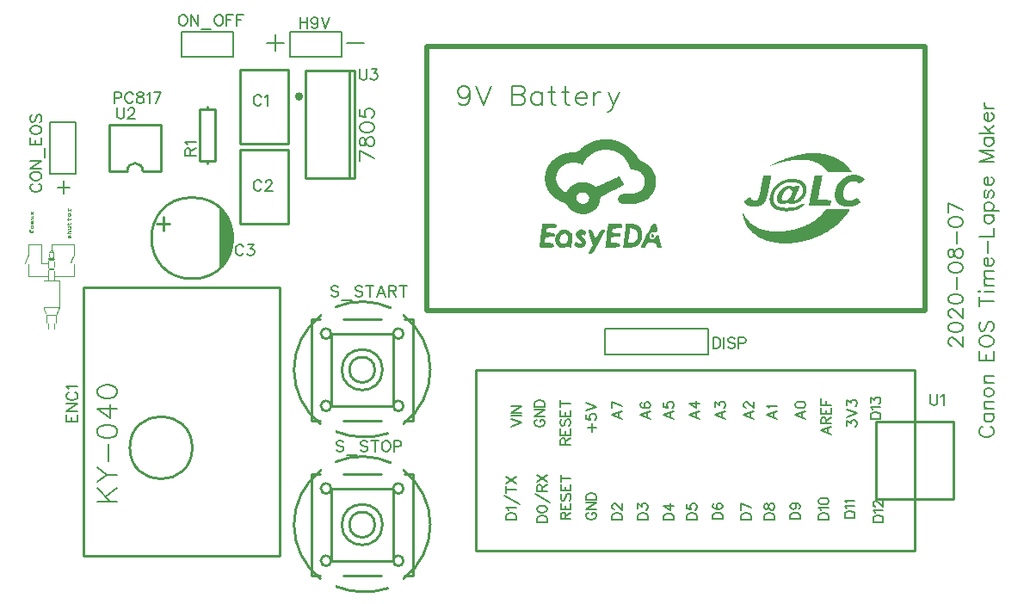
<source format=gto>
G04 Layer: TopSilkLayer*
G04 EasyEDA v6.4.7, 2020-11-16T16:22:07+01:00*
G04 2d597777df414444a141df10d1f533aa,ed05136cbb5443d0bd3f5f3a1b1e84d4,10*
G04 Gerber Generator version 0.2*
G04 Scale: 100 percent, Rotated: No, Reflected: No *
G04 Dimensions in millimeters *
G04 leading zeros omitted , absolute positions ,3 integer and 3 decimal *
%FSLAX33Y33*%
%MOMM*%
G90*
D02*

%ADD10C,0.254000*%
%ADD26C,0.203200*%
%ADD27C,0.202999*%
%ADD28C,0.399999*%
%ADD29C,0.150012*%
%ADD30C,0.152400*%
%ADD31C,0.499999*%

%LPD*%

%LPD*%
G36*
G01X4677Y39318D02*
G01X4649Y39329D01*
G01X4615Y39313D01*
G01X4590Y39271D01*
G01X4586Y39244D01*
G01X4587Y39216D01*
G01X4594Y39189D01*
G01X4606Y39168D01*
G01X4619Y39149D01*
G01X4623Y39135D01*
G01X4620Y39128D01*
G01X4608Y39125D01*
G01X4587Y39105D01*
G01X4578Y39060D01*
G01X4580Y39007D01*
G01X4595Y38969D01*
G01X4618Y38953D01*
G01X4639Y38952D01*
G01X4654Y38966D01*
G01X4659Y38994D01*
G01X4664Y39013D01*
G01X4680Y39027D01*
G01X4706Y39035D01*
G01X4742Y39038D01*
G01X4779Y39035D01*
G01X4805Y39027D01*
G01X4820Y39013D01*
G01X4826Y38994D01*
G01X4829Y38977D01*
G01X4838Y38963D01*
G01X4851Y38954D01*
G01X4867Y38950D01*
G01X4886Y38958D01*
G01X4899Y38984D01*
G01X4906Y39033D01*
G01X4908Y39111D01*
G01X4906Y39188D01*
G01X4899Y39238D01*
G01X4886Y39264D01*
G01X4867Y39272D01*
G01X4849Y39267D01*
G01X4836Y39252D01*
G01X4828Y39229D01*
G01X4826Y39198D01*
G01X4822Y39165D01*
G01X4813Y39143D01*
G01X4797Y39129D01*
G01X4773Y39125D01*
G01X4734Y39138D01*
G01X4704Y39172D01*
G01X4686Y39221D01*
G01X4685Y39279D01*
G01X4677Y39318D01*
G37*

%LPD*%
G36*
G01X1166Y38958D02*
G01X1127Y38973D01*
G01X1101Y38962D01*
G01X1077Y38937D01*
G01X1051Y38887D01*
G01X1016Y38804D01*
G01X1000Y38768D01*
G01X993Y38761D01*
G01X994Y38784D01*
G01X1002Y38840D01*
G01X1008Y38897D01*
G01X1006Y38931D01*
G01X992Y38946D01*
G01X964Y38950D01*
G01X937Y38945D01*
G01X921Y38928D01*
G01X912Y38895D01*
G01X908Y38840D01*
G01X909Y38795D01*
G01X911Y38752D01*
G01X915Y38717D01*
G01X920Y38693D01*
G01X930Y38680D01*
G01X948Y38668D01*
G01X971Y38660D01*
G01X997Y38657D01*
G01X1030Y38661D01*
G01X1052Y38678D01*
G01X1067Y38709D01*
G01X1079Y38760D01*
G01X1089Y38799D01*
G01X1101Y38832D01*
G01X1114Y38854D01*
G01X1127Y38862D01*
G01X1142Y38847D01*
G01X1144Y38807D01*
G01X1132Y38749D01*
G01X1109Y38679D01*
G01X1102Y38654D01*
G01X1107Y38638D01*
G01X1126Y38630D01*
G01X1161Y38628D01*
G01X1199Y38631D01*
G01X1221Y38645D01*
G01X1231Y38676D01*
G01X1233Y38729D01*
G01X1224Y38824D01*
G01X1199Y38904D01*
G01X1166Y38958D01*
G37*

%LPD*%
G36*
G01X4744Y38857D02*
G01X4716Y38862D01*
G01X4668Y38844D01*
G01X4623Y38799D01*
G01X4590Y38738D01*
G01X4577Y38672D01*
G01X4580Y38643D01*
G01X4590Y38610D01*
G01X4604Y38576D01*
G01X4621Y38545D01*
G01X4646Y38514D01*
G01X4674Y38495D01*
G01X4708Y38486D01*
G01X4751Y38487D01*
G01X4791Y38496D01*
G01X4826Y38513D01*
G01X4854Y38538D01*
G01X4877Y38570D01*
G01X4893Y38608D01*
G01X4902Y38651D01*
G01X4903Y38701D01*
G01X4897Y38754D01*
G01X4875Y38833D01*
G01X4852Y38859D01*
G01X4833Y38832D01*
G01X4825Y38752D01*
G01X4822Y38706D01*
G01X4817Y38662D01*
G01X4808Y38624D01*
G01X4798Y38598D01*
G01X4785Y38587D01*
G01X4777Y38601D01*
G01X4772Y38641D01*
G01X4771Y38708D01*
G01X4769Y38788D01*
G01X4760Y38835D01*
G01X4744Y38857D01*
G37*

%LPC*%
G36*
G01X4708Y38753D02*
G01X4700Y38760D01*
G01X4687Y38745D01*
G01X4677Y38725D01*
G01X4668Y38705D01*
G01X4662Y38687D01*
G01X4660Y38672D01*
G01X4662Y38657D01*
G01X4668Y38638D01*
G01X4677Y38618D01*
G01X4687Y38598D01*
G01X4700Y38584D01*
G01X4708Y38591D01*
G01X4713Y38619D01*
G01X4714Y38672D01*
G01X4713Y38724D01*
G01X4708Y38753D01*
G37*

%LPD*%
G36*
G01X1201Y38551D02*
G01X1178Y38574D01*
G01X1156Y38545D01*
G01X1143Y38531D01*
G01X1114Y38521D01*
G01X1072Y38514D01*
G01X1024Y38511D01*
G01X957Y38509D01*
G01X921Y38499D01*
G01X905Y38478D01*
G01X901Y38437D01*
G01X904Y38407D01*
G01X912Y38384D01*
G01X926Y38369D01*
G01X943Y38364D01*
G01X959Y38367D01*
G01X972Y38373D01*
G01X981Y38383D01*
G01X985Y38394D01*
G01X1005Y38418D01*
G01X1052Y38422D01*
G01X1102Y38407D01*
G01X1133Y38376D01*
G01X1147Y38325D01*
G01X1138Y38294D01*
G01X1099Y38280D01*
G01X1026Y38276D01*
G01X958Y38275D01*
G01X921Y38265D01*
G01X905Y38243D01*
G01X901Y38203D01*
G01X904Y38173D01*
G01X912Y38150D01*
G01X926Y38135D01*
G01X943Y38130D01*
G01X959Y38133D01*
G01X972Y38139D01*
G01X981Y38148D01*
G01X985Y38160D01*
G01X992Y38171D01*
G01X1012Y38180D01*
G01X1041Y38186D01*
G01X1077Y38189D01*
G01X1152Y38198D01*
G01X1198Y38231D01*
G01X1222Y38296D01*
G01X1228Y38401D01*
G01X1221Y38489D01*
G01X1201Y38551D01*
G37*

%LPD*%
G36*
G01X4873Y38395D02*
G01X4845Y38413D01*
G01X4821Y38382D01*
G01X4811Y38303D01*
G01X4809Y38251D01*
G01X4799Y38219D01*
G01X4775Y38202D01*
G01X4736Y38194D01*
G01X4695Y38192D01*
G01X4672Y38201D01*
G01X4662Y38227D01*
G01X4659Y38275D01*
G01X4657Y38314D01*
G01X4649Y38342D01*
G01X4636Y38359D01*
G01X4618Y38364D01*
G01X4600Y38359D01*
G01X4587Y38342D01*
G01X4579Y38315D01*
G01X4577Y38276D01*
G01X4574Y38238D01*
G01X4566Y38211D01*
G01X4553Y38194D01*
G01X4535Y38189D01*
G01X4519Y38185D01*
G01X4506Y38176D01*
G01X4497Y38162D01*
G01X4494Y38145D01*
G01X4497Y38128D01*
G01X4506Y38114D01*
G01X4519Y38105D01*
G01X4535Y38101D01*
G01X4551Y38099D01*
G01X4564Y38093D01*
G01X4574Y38083D01*
G01X4580Y38061D01*
G01X4589Y38051D01*
G01X4602Y38045D01*
G01X4618Y38042D01*
G01X4634Y38045D01*
G01X4647Y38051D01*
G01X4656Y38061D01*
G01X4659Y38072D01*
G01X4667Y38083D01*
G01X4688Y38093D01*
G01X4718Y38099D01*
G01X4755Y38101D01*
G01X4831Y38115D01*
G01X4879Y38158D01*
G01X4901Y38229D01*
G01X4895Y38326D01*
G01X4873Y38395D01*
G37*

%LPD*%
G36*
G01X1039Y38090D02*
G01X985Y38101D01*
G01X938Y38098D01*
G01X913Y38083D01*
G01X903Y38044D01*
G01X901Y37971D01*
G01X905Y37906D01*
G01X915Y37856D01*
G01X934Y37815D01*
G01X962Y37780D01*
G01X1019Y37737D01*
G01X1072Y37724D01*
G01X1124Y37739D01*
G01X1177Y37785D01*
G01X1203Y37825D01*
G01X1221Y37874D01*
G01X1231Y37926D01*
G01X1232Y37978D01*
G01X1226Y38026D01*
G01X1211Y38065D01*
G01X1189Y38091D01*
G01X1160Y38101D01*
G01X1142Y38096D01*
G01X1132Y38080D01*
G01X1130Y38051D01*
G01X1136Y38006D01*
G01X1140Y37930D01*
G01X1126Y37876D01*
G01X1096Y37846D01*
G01X1050Y37842D01*
G01X1010Y37870D01*
G01X990Y37918D01*
G01X994Y37969D01*
G01X1024Y38002D01*
G01X1063Y38031D01*
G01X1066Y38063D01*
G01X1039Y38090D01*
G37*

%LPD*%
G36*
G01X4869Y37955D02*
G01X4843Y37974D01*
G01X4823Y37940D01*
G01X4820Y37857D01*
G01X4824Y37797D01*
G01X4816Y37765D01*
G01X4792Y37752D01*
G01X4745Y37750D01*
G01X4699Y37753D01*
G01X4674Y37764D01*
G01X4662Y37791D01*
G01X4659Y37837D01*
G01X4657Y37876D01*
G01X4649Y37904D01*
G01X4636Y37920D01*
G01X4618Y37925D01*
G01X4600Y37920D01*
G01X4587Y37904D01*
G01X4579Y37876D01*
G01X4577Y37837D01*
G01X4574Y37799D01*
G01X4566Y37772D01*
G01X4553Y37755D01*
G01X4535Y37750D01*
G01X4519Y37746D01*
G01X4506Y37737D01*
G01X4497Y37723D01*
G01X4494Y37706D01*
G01X4497Y37689D01*
G01X4506Y37675D01*
G01X4519Y37665D01*
G01X4535Y37662D01*
G01X4551Y37660D01*
G01X4564Y37654D01*
G01X4574Y37644D01*
G01X4577Y37633D01*
G01X4580Y37621D01*
G01X4589Y37612D01*
G01X4602Y37606D01*
G01X4618Y37603D01*
G01X4634Y37606D01*
G01X4647Y37612D01*
G01X4656Y37621D01*
G01X4659Y37633D01*
G01X4668Y37644D01*
G01X4691Y37654D01*
G01X4726Y37660D01*
G01X4768Y37662D01*
G01X4845Y37672D01*
G01X4889Y37708D01*
G01X4904Y37776D01*
G01X4893Y37882D01*
G01X4869Y37955D01*
G37*

%LPD*%
G36*
G01X1117Y37654D02*
G01X1065Y37662D01*
G01X1022Y37655D01*
G01X984Y37636D01*
G01X952Y37607D01*
G01X928Y37569D01*
G01X912Y37525D01*
G01X905Y37475D01*
G01X908Y37423D01*
G01X922Y37369D01*
G01X943Y37326D01*
G01X970Y37293D01*
G01X1002Y37271D01*
G01X1037Y37260D01*
G01X1073Y37261D01*
G01X1110Y37273D01*
G01X1145Y37296D01*
G01X1178Y37332D01*
G01X1208Y37385D01*
G01X1223Y37441D01*
G01X1225Y37496D01*
G01X1214Y37548D01*
G01X1192Y37593D01*
G01X1159Y37630D01*
G01X1117Y37654D01*
G37*

%LPC*%
G36*
G01X1115Y37541D02*
G01X1073Y37563D01*
G01X1027Y37546D01*
G01X1000Y37510D01*
G01X986Y37466D01*
G01X987Y37422D01*
G01X1003Y37389D01*
G01X1038Y37370D01*
G01X1078Y37372D01*
G01X1114Y37394D01*
G01X1137Y37431D01*
G01X1139Y37494D01*
G01X1115Y37541D01*
G37*

%LPD*%
G36*
G01X4886Y37548D02*
G01X4865Y37567D01*
G01X4839Y37545D01*
G01X4823Y37534D01*
G01X4791Y37525D01*
G01X4748Y37518D01*
G01X4700Y37515D01*
G01X4632Y37513D01*
G01X4596Y37504D01*
G01X4580Y37482D01*
G01X4577Y37442D01*
G01X4580Y37412D01*
G01X4588Y37389D01*
G01X4600Y37374D01*
G01X4618Y37369D01*
G01X4634Y37372D01*
G01X4647Y37378D01*
G01X4656Y37387D01*
G01X4659Y37399D01*
G01X4680Y37423D01*
G01X4727Y37427D01*
G01X4778Y37412D01*
G01X4809Y37381D01*
G01X4817Y37335D01*
G01X4801Y37304D01*
G01X4758Y37287D01*
G01X4685Y37281D01*
G01X4627Y37279D01*
G01X4594Y37270D01*
G01X4580Y37247D01*
G01X4577Y37208D01*
G01X4580Y37178D01*
G01X4588Y37155D01*
G01X4600Y37140D01*
G01X4618Y37135D01*
G01X4634Y37137D01*
G01X4647Y37144D01*
G01X4656Y37153D01*
G01X4659Y37164D01*
G01X4668Y37176D01*
G01X4691Y37185D01*
G01X4725Y37191D01*
G01X4767Y37194D01*
G01X4841Y37201D01*
G01X4884Y37232D01*
G01X4903Y37299D01*
G01X4908Y37414D01*
G01X4902Y37496D01*
G01X4886Y37548D01*
G37*

%LPD*%
G36*
G01X849Y37233D02*
G01X823Y37235D01*
G01X792Y37196D01*
G01X772Y37142D01*
G01X766Y37087D01*
G01X772Y37033D01*
G01X793Y36982D01*
G01X807Y36962D01*
G01X824Y36945D01*
G01X842Y36934D01*
G01X859Y36930D01*
G01X874Y36926D01*
G01X890Y36915D01*
G01X904Y36899D01*
G01X914Y36879D01*
G01X926Y36851D01*
G01X935Y36842D01*
G01X948Y36851D01*
G01X969Y36879D01*
G01X1016Y36916D01*
G01X1076Y36930D01*
G01X1128Y36920D01*
G01X1150Y36887D01*
G01X1154Y36869D01*
G01X1163Y36856D01*
G01X1177Y36846D01*
G01X1193Y36842D01*
G01X1214Y36849D01*
G01X1226Y36875D01*
G01X1230Y36926D01*
G01X1227Y37008D01*
G01X1222Y37078D01*
G01X1212Y37132D01*
G01X1199Y37169D01*
G01X1185Y37186D01*
G01X1170Y37186D01*
G01X1159Y37173D01*
G01X1152Y37147D01*
G01X1150Y37108D01*
G01X1148Y37060D01*
G01X1136Y37033D01*
G01X1112Y37021D01*
G01X1067Y37018D01*
G01X1023Y37021D01*
G01X998Y37033D01*
G01X987Y37059D01*
G01X985Y37106D01*
G01X982Y37144D01*
G01X974Y37172D01*
G01X961Y37188D01*
G01X943Y37194D01*
G01X925Y37188D01*
G01X912Y37172D01*
G01X904Y37144D01*
G01X901Y37104D01*
G01X899Y37068D01*
G01X894Y37043D01*
G01X884Y37032D01*
G01X872Y37034D01*
G01X862Y37048D01*
G01X856Y37071D01*
G01X855Y37101D01*
G01X860Y37135D01*
G01X864Y37198D01*
G01X849Y37233D01*
G37*

%LPD*%
G36*
G01X4885Y37129D02*
G01X4867Y37135D01*
G01X4851Y37133D01*
G01X4838Y37126D01*
G01X4829Y37117D01*
G01X4826Y37106D01*
G01X4818Y37094D01*
G01X4798Y37085D01*
G01X4768Y37079D01*
G01X4732Y37077D01*
G01X4658Y37065D01*
G01X4609Y37034D01*
G01X4585Y36983D01*
G01X4588Y36916D01*
G01X4594Y36877D01*
G01X4590Y36855D01*
G01X4572Y36845D01*
G01X4535Y36842D01*
G01X4504Y36839D01*
G01X4483Y36830D01*
G01X4470Y36814D01*
G01X4466Y36791D01*
G01X4473Y36765D01*
G01X4504Y36749D01*
G01X4572Y36742D01*
G01X4687Y36740D01*
G01X4908Y36740D01*
G01X4908Y36820D01*
G01X4905Y36855D01*
G01X4898Y36880D01*
G01X4884Y36896D01*
G01X4867Y36901D01*
G01X4851Y36899D01*
G01X4838Y36892D01*
G01X4829Y36883D01*
G01X4826Y36872D01*
G01X4809Y36848D01*
G01X4771Y36843D01*
G01X4725Y36857D01*
G01X4688Y36885D01*
G01X4666Y36932D01*
G01X4680Y36965D01*
G01X4726Y36981D01*
G01X4801Y36977D01*
G01X4862Y36968D01*
G01X4894Y36973D01*
G01X4906Y36997D01*
G01X4908Y37047D01*
G01X4906Y37086D01*
G01X4898Y37113D01*
G01X4885Y37129D01*
G37*

%LPD*%
G36*
G01X4848Y36647D02*
G01X4811Y36667D01*
G01X4790Y36657D01*
G01X4765Y36630D01*
G01X4738Y36591D01*
G01X4713Y36542D01*
G01X4683Y36484D01*
G01X4671Y36476D01*
G01X4676Y36512D01*
G01X4701Y36586D01*
G01X4708Y36611D01*
G01X4703Y36627D01*
G01X4685Y36635D01*
G01X4653Y36638D01*
G01X4618Y36634D01*
G01X4596Y36618D01*
G01X4586Y36584D01*
G01X4582Y36525D01*
G01X4583Y36470D01*
G01X4591Y36426D01*
G01X4608Y36390D01*
G01X4632Y36360D01*
G01X4683Y36331D01*
G01X4727Y36341D01*
G01X4758Y36388D01*
G01X4770Y36465D01*
G01X4772Y36498D01*
G01X4779Y36525D01*
G01X4788Y36543D01*
G01X4800Y36550D01*
G01X4812Y36542D01*
G01X4818Y36520D01*
G01X4818Y36483D01*
G01X4811Y36432D01*
G01X4803Y36370D01*
G01X4805Y36334D01*
G01X4820Y36319D01*
G01X4850Y36316D01*
G01X4879Y36320D01*
G01X4897Y36335D01*
G01X4906Y36365D01*
G01X4908Y36416D01*
G01X4900Y36513D01*
G01X4879Y36592D01*
G01X4848Y36647D01*
G37*

%LPD*%
G36*
G01X2035Y35730D02*
G01X708Y35730D01*
G01X708Y35163D01*
G01X706Y35071D01*
G01X704Y34990D01*
G01X701Y34921D01*
G01X696Y34863D01*
G01X692Y34820D01*
G01X686Y34792D01*
G01X680Y34779D01*
G01X670Y34766D01*
G01X661Y34744D01*
G01X655Y34716D01*
G01X653Y34685D01*
G01X649Y34662D01*
G01X639Y34626D01*
G01X622Y34579D01*
G01X600Y34522D01*
G01X574Y34457D01*
G01X543Y34387D01*
G01X509Y34312D01*
G01X473Y34235D01*
G01X437Y34160D01*
G01X403Y34088D01*
G01X373Y34024D01*
G01X346Y33967D01*
G01X324Y33918D01*
G01X308Y33881D01*
G01X297Y33857D01*
G01X294Y33846D01*
G01X296Y33839D01*
G01X302Y33830D01*
G01X311Y33820D01*
G01X323Y33812D01*
G01X334Y33803D01*
G01X343Y33798D01*
G01X354Y33804D01*
G01X369Y33827D01*
G01X393Y33875D01*
G01X429Y33952D01*
G01X482Y34066D01*
G01X553Y34223D01*
G01X591Y34305D01*
G01X628Y34383D01*
G01X663Y34455D01*
G01X694Y34518D01*
G01X722Y34571D01*
G01X744Y34612D01*
G01X760Y34640D01*
G01X771Y34652D01*
G01X777Y34664D01*
G01X783Y34691D01*
G01X788Y34734D01*
G01X791Y34791D01*
G01X794Y34863D01*
G01X795Y34951D01*
G01X795Y35054D01*
G01X794Y35172D01*
G01X787Y35671D01*
G01X1951Y35671D01*
G01X1951Y33798D01*
G01X2670Y33798D01*
G01X2670Y33579D01*
G01X2672Y33470D01*
G01X2678Y33403D01*
G01X2691Y33369D01*
G01X2711Y33359D01*
G01X2727Y33357D01*
G01X2741Y33351D01*
G01X2749Y33341D01*
G01X2753Y33330D01*
G01X2749Y33318D01*
G01X2741Y33309D01*
G01X2727Y33303D01*
G01X2711Y33301D01*
G01X2690Y33288D01*
G01X2678Y33240D01*
G01X2672Y33142D01*
G01X2670Y32978D01*
G01X2670Y32657D01*
G01X786Y32657D01*
G01X794Y33227D01*
G01X795Y33342D01*
G01X796Y33450D01*
G01X795Y33548D01*
G01X794Y33635D01*
G01X792Y33707D01*
G01X790Y33763D01*
G01X788Y33799D01*
G01X784Y33815D01*
G01X751Y33820D01*
G01X707Y33796D01*
G01X669Y33755D01*
G01X653Y33709D01*
G01X655Y33687D01*
G01X661Y33669D01*
G01X670Y33657D01*
G01X680Y33652D01*
G01X686Y33642D01*
G01X692Y33616D01*
G01X697Y33571D01*
G01X701Y33509D01*
G01X704Y33432D01*
G01X706Y33339D01*
G01X708Y33231D01*
G01X708Y32569D01*
G01X2670Y32569D01*
G01X2670Y32217D01*
G01X2173Y32217D01*
G01X2173Y30162D01*
G01X2174Y30060D01*
G01X2174Y29967D01*
G01X2175Y29884D01*
G01X2176Y29810D01*
G01X2177Y29744D01*
G01X2179Y29685D01*
G01X2180Y29633D01*
G01X2182Y29588D01*
G01X2185Y29547D01*
G01X2187Y29512D01*
G01X2191Y29482D01*
G01X2194Y29455D01*
G01X2198Y29432D01*
G01X2202Y29412D01*
G01X2207Y29393D01*
G01X2212Y29376D01*
G01X2218Y29359D01*
G01X2224Y29343D01*
G01X2231Y29327D01*
G01X2257Y29265D01*
G01X2284Y29199D01*
G01X2310Y29136D01*
G01X2331Y29086D01*
G01X2350Y29039D01*
G01X2373Y28988D01*
G01X2395Y28938D01*
G01X2416Y28896D01*
G01X2427Y28868D01*
G01X2436Y28832D01*
G01X2445Y28786D01*
G01X2452Y28731D01*
G01X2458Y28663D01*
G01X2463Y28582D01*
G01X2467Y28487D01*
G01X2470Y28376D01*
G01X2482Y27944D01*
G01X2670Y27944D01*
G01X2670Y27637D01*
G01X2672Y27482D01*
G01X2678Y27388D01*
G01X2690Y27342D01*
G01X2711Y27330D01*
G01X2733Y27342D01*
G01X2745Y27388D01*
G01X2751Y27482D01*
G01X2753Y27637D01*
G01X2753Y27944D01*
G01X3195Y27944D01*
G01X3195Y27637D01*
G01X3197Y27482D01*
G01X3203Y27388D01*
G01X3216Y27342D01*
G01X3236Y27330D01*
G01X3257Y27342D01*
G01X3270Y27388D01*
G01X3276Y27482D01*
G01X3278Y27637D01*
G01X3278Y27944D01*
G01X3471Y27944D01*
G01X3471Y28325D01*
G01X3472Y28436D01*
G01X3473Y28526D01*
G01X3477Y28601D01*
G01X3482Y28662D01*
G01X3489Y28714D01*
G01X3500Y28759D01*
G01X3513Y28802D01*
G01X3530Y28844D01*
G01X3550Y28893D01*
G01X3569Y28938D01*
G01X3607Y29030D01*
G01X3628Y29082D01*
G01X3651Y29139D01*
G01X3677Y29206D01*
G01X3708Y29283D01*
G01X3728Y29330D01*
G01X3747Y29376D01*
G01X3764Y29415D01*
G01X3777Y29444D01*
G01X3780Y29450D01*
G01X3781Y29463D01*
G01X3783Y29481D01*
G01X3785Y29505D01*
G01X3786Y29534D01*
G01X3788Y29569D01*
G01X3789Y29608D01*
G01X3791Y29652D01*
G01X3792Y29701D01*
G01X3793Y29754D01*
G01X3794Y29812D01*
G01X3796Y29873D01*
G01X3797Y29938D01*
G01X3798Y30007D01*
G01X3799Y30079D01*
G01X3799Y30155D01*
G01X3800Y30234D01*
G01X3801Y30316D01*
G01X3801Y30400D01*
G01X3802Y30487D01*
G01X3802Y30576D01*
G01X3803Y30668D01*
G01X3803Y32217D01*
G01X3278Y32217D01*
G01X3278Y32569D01*
G01X5240Y32569D01*
G01X5240Y33225D01*
G01X5242Y33337D01*
G01X5244Y33432D01*
G01X5248Y33511D01*
G01X5253Y33575D01*
G01X5258Y33624D01*
G01X5265Y33660D01*
G01X5274Y33681D01*
G01X5289Y33712D01*
G01X5292Y33737D01*
G01X5283Y33761D01*
G01X5260Y33789D01*
G01X5237Y33811D01*
G01X5218Y33824D01*
G01X5201Y33826D01*
G01X5187Y33818D01*
G01X5176Y33797D01*
G01X5167Y33762D01*
G01X5160Y33714D01*
G01X5156Y33649D01*
G01X5153Y33568D01*
G01X5152Y33469D01*
G01X5152Y33351D01*
G01X5154Y33213D01*
G01X5162Y32657D01*
G01X3278Y32657D01*
G01X3278Y32978D01*
G01X3276Y33142D01*
G01X3270Y33240D01*
G01X3257Y33288D01*
G01X3236Y33301D01*
G01X3220Y33303D01*
G01X3207Y33309D01*
G01X3198Y33318D01*
G01X3195Y33330D01*
G01X3198Y33341D01*
G01X3207Y33351D01*
G01X3220Y33357D01*
G01X3236Y33359D01*
G01X3248Y33363D01*
G01X3258Y33375D01*
G01X3265Y33399D01*
G01X3270Y33437D01*
G01X3274Y33492D01*
G01X3276Y33565D01*
G01X3278Y33661D01*
G01X3278Y33908D01*
G01X3277Y34007D01*
G01X3274Y34082D01*
G01X3270Y34136D01*
G01X3264Y34174D01*
G01X3255Y34197D01*
G01X3244Y34210D01*
G01X3229Y34217D01*
G01X3203Y34225D01*
G01X3195Y34229D01*
G01X3203Y34232D01*
G01X3229Y34234D01*
G01X3267Y34264D01*
G01X3281Y34325D01*
G01X3269Y34386D01*
G01X3232Y34413D01*
G01X3210Y34418D01*
G01X3199Y34438D01*
G01X3199Y34481D01*
G01X3208Y34552D01*
G01X3224Y34654D01*
G01X3236Y34739D01*
G01X3246Y34807D01*
G01X3252Y34861D01*
G01X3254Y34904D01*
G01X3253Y34939D01*
G01X3247Y34967D01*
G01X3237Y34991D01*
G01X3223Y35013D01*
G01X3203Y35035D01*
G01X3179Y35061D01*
G01X3149Y35091D01*
G01X3029Y35215D01*
G01X3029Y35671D01*
G01X5162Y35671D01*
G01X5152Y35166D01*
G01X5141Y34662D01*
G01X4953Y34257D01*
G01X4908Y34159D01*
G01X4870Y34074D01*
G01X4840Y34002D01*
G01X4816Y33942D01*
G01X4801Y33894D01*
G01X4791Y33859D01*
G01X4788Y33834D01*
G01X4793Y33821D01*
G01X4803Y33820D01*
G01X4817Y33832D01*
G01X4837Y33859D01*
G01X4863Y33899D01*
G01X4893Y33955D01*
G01X4930Y34025D01*
G01X4972Y34110D01*
G01X5020Y34211D01*
G01X5061Y34296D01*
G01X5101Y34377D01*
G01X5139Y34452D01*
G01X5173Y34518D01*
G01X5204Y34575D01*
G01X5231Y34620D01*
G01X5251Y34651D01*
G01X5264Y34667D01*
G01X5285Y34687D01*
G01X5294Y34707D01*
G01X5290Y34730D01*
G01X5275Y34762D01*
G01X5266Y34783D01*
G01X5259Y34816D01*
G01X5253Y34861D01*
G01X5248Y34918D01*
G01X5245Y34987D01*
G01X5242Y35070D01*
G01X5241Y35166D01*
G01X5240Y35276D01*
G01X5240Y35730D01*
G01X2946Y35730D01*
G01X2946Y35229D01*
G01X2805Y35084D01*
G01X2742Y35014D01*
G01X2701Y34960D01*
G01X2682Y34919D01*
G01X2683Y34888D01*
G01X2692Y34857D01*
G01X2704Y34809D01*
G01X2715Y34752D01*
G01X2726Y34691D01*
G01X2738Y34629D01*
G01X2749Y34569D01*
G01X2760Y34516D01*
G01X2769Y34479D01*
G01X2775Y34446D01*
G01X2772Y34426D01*
G01X2757Y34416D01*
G01X2728Y34413D01*
G01X2700Y34409D01*
G01X2682Y34395D01*
G01X2673Y34369D01*
G01X2670Y34327D01*
G01X2673Y34289D01*
G01X2682Y34260D01*
G01X2697Y34239D01*
G01X2718Y34228D01*
G01X2744Y34221D01*
G01X2753Y34216D01*
G01X2744Y34213D01*
G01X2718Y34211D01*
G01X2694Y34203D01*
G01X2679Y34178D01*
G01X2672Y34128D01*
G01X2670Y34047D01*
G01X2670Y33886D01*
G01X2035Y33886D01*
G01X2035Y35730D01*
G37*

%LPC*%
G36*
G01X3416Y28735D02*
G01X2532Y28735D01*
G01X2532Y28388D01*
G01X2533Y28252D01*
G01X2537Y28138D01*
G01X2543Y28057D01*
G01X2550Y28022D01*
G01X2562Y28018D01*
G01X2591Y28015D01*
G01X2633Y28011D01*
G01X2688Y28008D01*
G01X2753Y28006D01*
G01X2827Y28004D01*
G01X2907Y28003D01*
G01X3416Y28003D01*
G01X3416Y28735D01*
G37*
G36*
G01X3690Y29496D02*
G01X2987Y29496D01*
G01X2858Y29495D01*
G01X2745Y29495D01*
G01X2646Y29494D01*
G01X2562Y29492D01*
G01X2490Y29491D01*
G01X2431Y29488D01*
G01X2383Y29485D01*
G01X2345Y29481D01*
G01X2318Y29477D01*
G01X2299Y29471D01*
G01X2289Y29466D01*
G01X2286Y29459D01*
G01X2293Y29430D01*
G01X2311Y29377D01*
G01X2336Y29309D01*
G01X2367Y29232D01*
G01X2401Y29148D01*
G01X2437Y29061D01*
G01X2469Y28981D01*
G01X2494Y28918D01*
G01X2543Y28793D01*
G01X3409Y28793D01*
G01X3445Y28888D01*
G01X3464Y28937D01*
G01X3488Y28998D01*
G01X3516Y29065D01*
G01X3542Y29129D01*
G01X3570Y29195D01*
G01X3598Y29265D01*
G01X3625Y29332D01*
G01X3646Y29386D01*
G01X3690Y29496D01*
G37*
G36*
G01X3720Y32159D02*
G01X2228Y32159D01*
G01X2228Y29584D01*
G01X3720Y29584D01*
G01X3720Y32159D01*
G37*
G36*
G01X3195Y33242D02*
G01X2753Y33242D01*
G01X2753Y32217D01*
G01X3195Y32217D01*
G01X3195Y33242D01*
G37*
G36*
G01X3195Y34120D02*
G01X2753Y34120D01*
G01X2753Y33418D01*
G01X3195Y33418D01*
G01X3195Y34120D01*
G37*
G36*
G01X3063Y34352D02*
G01X2974Y34354D01*
G01X2885Y34352D01*
G01X2815Y34346D01*
G01X2769Y34337D01*
G01X2753Y34325D01*
G01X2769Y34314D01*
G01X2815Y34304D01*
G01X2885Y34298D01*
G01X2974Y34296D01*
G01X3063Y34298D01*
G01X3133Y34304D01*
G01X3179Y34314D01*
G01X3195Y34325D01*
G01X3179Y34337D01*
G01X3133Y34346D01*
G01X3063Y34352D01*
G37*
G36*
G01X3099Y34909D02*
G01X2974Y34910D01*
G01X2888Y34909D01*
G01X2819Y34904D01*
G01X2772Y34897D01*
G01X2756Y34889D01*
G01X2761Y34863D01*
G01X2772Y34809D01*
G01X2787Y34734D01*
G01X2805Y34647D01*
G01X2849Y34428D01*
G01X2975Y34419D01*
G01X3100Y34410D01*
G01X3135Y34594D01*
G01X3150Y34671D01*
G01X3164Y34744D01*
G01X3176Y34805D01*
G01X3184Y34845D01*
G01X3186Y34882D01*
G01X3164Y34902D01*
G01X3099Y34909D01*
G37*
G36*
G01X3001Y35110D02*
G01X2981Y35116D01*
G01X2962Y35110D01*
G01X2935Y35094D01*
G01X2904Y35071D01*
G01X2875Y35042D01*
G01X2806Y34969D01*
G01X3149Y34969D01*
G01X3085Y35042D01*
G01X3056Y35071D01*
G01X3028Y35094D01*
G01X3001Y35110D01*
G37*

%LPD*%
G36*
G01X77897Y44734D02*
G01X77822Y44734D01*
G01X77674Y44732D01*
G01X77530Y44728D01*
G01X77460Y44724D01*
G01X77392Y44720D01*
G01X77326Y44716D01*
G01X77262Y44710D01*
G01X77201Y44705D01*
G01X77141Y44698D01*
G01X77085Y44691D01*
G01X77032Y44683D01*
G01X76975Y44674D01*
G01X76918Y44663D01*
G01X76803Y44643D01*
G01X76745Y44632D01*
G01X76688Y44620D01*
G01X76629Y44609D01*
G01X76571Y44596D01*
G01X76513Y44584D01*
G01X76396Y44557D01*
G01X76338Y44544D01*
G01X76279Y44529D01*
G01X76220Y44515D01*
G01X76161Y44499D01*
G01X76102Y44484D01*
G01X75925Y44436D01*
G01X75807Y44402D01*
G01X75630Y44348D01*
G01X75572Y44329D01*
G01X75454Y44291D01*
G01X75395Y44271D01*
G01X75336Y44252D01*
G01X75220Y44210D01*
G01X75161Y44189D01*
G01X75045Y44146D01*
G01X74987Y44125D01*
G01X74930Y44102D01*
G01X74815Y44056D01*
G01X74758Y44034D01*
G01X74701Y44010D01*
G01X74645Y43986D01*
G01X74588Y43962D01*
G01X74532Y43938D01*
G01X74476Y43913D01*
G01X74411Y43884D01*
G01X74344Y43853D01*
G01X74276Y43822D01*
G01X74207Y43789D01*
G01X74139Y43757D01*
G01X74007Y43693D01*
G01X73944Y43662D01*
G01X73885Y43632D01*
G01X73829Y43604D01*
G01X73777Y43577D01*
G01X73731Y43552D01*
G01X73690Y43531D01*
G01X73655Y43512D01*
G01X73628Y43496D01*
G01X73609Y43483D01*
G01X73598Y43475D01*
G01X73595Y43471D01*
G01X73604Y43471D01*
G01X73621Y43476D01*
G01X73645Y43484D01*
G01X73679Y43496D01*
G01X73721Y43510D01*
G01X73771Y43528D01*
G01X73827Y43547D01*
G01X73886Y43567D01*
G01X73948Y43589D01*
G01X74010Y43610D01*
G01X74080Y43635D01*
G01X74149Y43658D01*
G01X74288Y43703D01*
G01X74357Y43724D01*
G01X74427Y43746D01*
G01X74565Y43786D01*
G01X74703Y43823D01*
G01X74773Y43841D01*
G01X74841Y43858D01*
G01X74910Y43875D01*
G01X74979Y43891D01*
G01X75116Y43922D01*
G01X75252Y43950D01*
G01X75320Y43962D01*
G01X75388Y43975D01*
G01X75455Y43987D01*
G01X75523Y43998D01*
G01X75590Y44009D01*
G01X75656Y44019D01*
G01X75790Y44037D01*
G01X75855Y44045D01*
G01X75987Y44059D01*
G01X76052Y44066D01*
G01X76116Y44072D01*
G01X76181Y44077D01*
G01X76309Y44085D01*
G01X76435Y44091D01*
G01X76498Y44093D01*
G01X76622Y44095D01*
G01X76744Y44095D01*
G01X76804Y44094D01*
G01X76864Y44092D01*
G01X76924Y44089D01*
G01X76983Y44086D01*
G01X77041Y44083D01*
G01X77099Y44079D01*
G01X77157Y44074D01*
G01X77213Y44069D01*
G01X77270Y44063D01*
G01X77326Y44056D01*
G01X77381Y44048D01*
G01X77490Y44032D01*
G01X77543Y44023D01*
G01X77596Y44013D01*
G01X77648Y44003D01*
G01X77700Y43991D01*
G01X77751Y43980D01*
G01X77851Y43954D01*
G01X77899Y43941D01*
G01X77948Y43926D01*
G01X77995Y43912D01*
G01X78042Y43896D01*
G01X78088Y43880D01*
G01X78178Y43846D01*
G01X78264Y43810D01*
G01X78348Y43770D01*
G01X78395Y43746D01*
G01X78444Y43717D01*
G01X78496Y43686D01*
G01X78549Y43651D01*
G01X78603Y43614D01*
G01X78657Y43575D01*
G01X78713Y43533D01*
G01X78768Y43490D01*
G01X78823Y43445D01*
G01X78877Y43399D01*
G01X78930Y43352D01*
G01X78982Y43306D01*
G01X79032Y43258D01*
G01X79080Y43211D01*
G01X79126Y43163D01*
G01X79169Y43117D01*
G01X79209Y43072D01*
G01X79245Y43028D01*
G01X79278Y42986D01*
G01X79306Y42945D01*
G01X79371Y42847D01*
G01X80570Y42859D01*
G01X81768Y42870D01*
G01X81531Y43172D01*
G01X81494Y43219D01*
G01X81455Y43266D01*
G01X81416Y43312D01*
G01X81376Y43357D01*
G01X81334Y43402D01*
G01X81293Y43446D01*
G01X81250Y43490D01*
G01X81206Y43533D01*
G01X81162Y43575D01*
G01X81117Y43617D01*
G01X81071Y43658D01*
G01X81024Y43698D01*
G01X80977Y43737D01*
G01X80928Y43777D01*
G01X80880Y43815D01*
G01X80830Y43853D01*
G01X80780Y43890D01*
G01X80676Y43962D01*
G01X80624Y43996D01*
G01X80570Y44031D01*
G01X80516Y44065D01*
G01X80461Y44098D01*
G01X80406Y44130D01*
G01X80349Y44162D01*
G01X80292Y44192D01*
G01X80235Y44223D01*
G01X80176Y44252D01*
G01X80058Y44308D01*
G01X79997Y44336D01*
G01X79875Y44388D01*
G01X79813Y44413D01*
G01X79750Y44437D01*
G01X79686Y44461D01*
G01X79622Y44484D01*
G01X79557Y44506D01*
G01X79492Y44527D01*
G01X79426Y44548D01*
G01X79360Y44567D01*
G01X79293Y44586D01*
G01X79225Y44605D01*
G01X79157Y44622D01*
G01X79110Y44633D01*
G01X79061Y44643D01*
G01X79008Y44653D01*
G01X78952Y44662D01*
G01X78893Y44671D01*
G01X78832Y44679D01*
G01X78768Y44687D01*
G01X78702Y44693D01*
G01X78634Y44700D01*
G01X78565Y44706D01*
G01X78494Y44712D01*
G01X78421Y44716D01*
G01X78348Y44721D01*
G01X78274Y44724D01*
G01X78199Y44728D01*
G01X78124Y44730D01*
G01X77972Y44733D01*
G01X77897Y44734D01*
G37*

%LPD*%
G36*
G01X78484Y42546D02*
G01X78298Y42546D01*
G01X78210Y42544D01*
G01X78145Y42540D01*
G01X78098Y42532D01*
G01X78066Y42520D01*
G01X78046Y42502D01*
G01X78033Y42480D01*
G01X78024Y42449D01*
G01X78016Y42411D01*
G01X78006Y42369D01*
G01X77985Y42273D01*
G01X77973Y42219D01*
G01X77961Y42162D01*
G01X77948Y42102D01*
G01X77935Y42039D01*
G01X77922Y41973D01*
G01X77907Y41904D01*
G01X77893Y41833D01*
G01X77878Y41760D01*
G01X77864Y41685D01*
G01X77848Y41608D01*
G01X77833Y41531D01*
G01X77817Y41451D01*
G01X77802Y41371D01*
G01X77786Y41290D01*
G01X77754Y41126D01*
G01X77739Y41044D01*
G01X77723Y40962D01*
G01X77708Y40880D01*
G01X77692Y40798D01*
G01X77677Y40717D01*
G01X77662Y40638D01*
G01X77648Y40559D01*
G01X77633Y40482D01*
G01X77619Y40406D01*
G01X77606Y40332D01*
G01X77593Y40260D01*
G01X77580Y40191D01*
G01X77569Y40123D01*
G01X77557Y40059D01*
G01X77546Y39997D01*
G01X77536Y39939D01*
G01X77526Y39883D01*
G01X77518Y39831D01*
G01X77510Y39784D01*
G01X77503Y39739D01*
G01X77496Y39700D01*
G01X77491Y39664D01*
G01X77487Y39633D01*
G01X77483Y39607D01*
G01X77481Y39587D01*
G01X77480Y39571D01*
G01X77480Y39561D01*
G01X77481Y39556D01*
G01X77489Y39553D01*
G01X77508Y39550D01*
G01X77537Y39547D01*
G01X77574Y39544D01*
G01X77620Y39542D01*
G01X77675Y39540D01*
G01X77737Y39538D01*
G01X77806Y39536D01*
G01X77881Y39535D01*
G01X77963Y39534D01*
G01X78049Y39533D01*
G01X78336Y39533D01*
G01X78438Y39534D01*
G01X78543Y39535D01*
G01X79575Y39546D01*
G01X79626Y39805D01*
G01X79645Y39908D01*
G01X79657Y39997D01*
G01X79662Y40063D01*
G01X79658Y40096D01*
G01X79650Y40101D01*
G01X79630Y40105D01*
G01X79599Y40109D01*
G01X79559Y40113D01*
G01X79510Y40116D01*
G01X79454Y40119D01*
G01X79389Y40122D01*
G01X79319Y40125D01*
G01X79243Y40127D01*
G01X79162Y40128D01*
G01X79077Y40129D01*
G01X78341Y40129D01*
G01X78367Y40247D01*
G01X78382Y40319D01*
G01X78397Y40392D01*
G01X78413Y40467D01*
G01X78445Y40623D01*
G01X78461Y40704D01*
G01X78478Y40785D01*
G01X78494Y40868D01*
G01X78528Y41034D01*
G01X78576Y41284D01*
G01X78593Y41366D01*
G01X78608Y41447D01*
G01X78624Y41528D01*
G01X78639Y41607D01*
G01X78654Y41685D01*
G01X78668Y41760D01*
G01X78682Y41833D01*
G01X78695Y41904D01*
G01X78707Y41973D01*
G01X78719Y42038D01*
G01X78730Y42101D01*
G01X78741Y42160D01*
G01X78751Y42215D01*
G01X78760Y42266D01*
G01X78767Y42313D01*
G01X78775Y42357D01*
G01X78781Y42395D01*
G01X78786Y42428D01*
G01X78790Y42457D01*
G01X78793Y42480D01*
G01X78795Y42497D01*
G01X78795Y42514D01*
G01X78783Y42520D01*
G01X78758Y42526D01*
G01X78721Y42532D01*
G01X78674Y42536D01*
G01X78618Y42541D01*
G01X78554Y42544D01*
G01X78484Y42546D01*
G37*

%LPD*%
G36*
G01X81942Y42618D02*
G01X81882Y42618D01*
G01X81823Y42617D01*
G01X81763Y42613D01*
G01X81705Y42607D01*
G01X81647Y42599D01*
G01X81590Y42588D01*
G01X81532Y42575D01*
G01X81476Y42560D01*
G01X81419Y42544D01*
G01X81364Y42525D01*
G01X81308Y42506D01*
G01X81255Y42484D01*
G01X81201Y42460D01*
G01X81149Y42435D01*
G01X81097Y42409D01*
G01X81046Y42381D01*
G01X80997Y42352D01*
G01X80947Y42321D01*
G01X80900Y42289D01*
G01X80852Y42255D01*
G01X80807Y42220D01*
G01X80761Y42183D01*
G01X80718Y42146D01*
G01X80675Y42107D01*
G01X80633Y42068D01*
G01X80593Y42026D01*
G01X80554Y41984D01*
G01X80515Y41941D01*
G01X80478Y41897D01*
G01X80443Y41852D01*
G01X80409Y41805D01*
G01X80376Y41758D01*
G01X80344Y41710D01*
G01X80314Y41661D01*
G01X80285Y41611D01*
G01X80257Y41561D01*
G01X80231Y41510D01*
G01X80207Y41458D01*
G01X80184Y41405D01*
G01X80163Y41352D01*
G01X80143Y41299D01*
G01X80125Y41244D01*
G01X80109Y41189D01*
G01X80093Y41133D01*
G01X80080Y41078D01*
G01X80069Y41022D01*
G01X80059Y40965D01*
G01X80051Y40908D01*
G01X80045Y40850D01*
G01X80040Y40793D01*
G01X80038Y40735D01*
G01X80037Y40677D01*
G01X80038Y40619D01*
G01X80042Y40561D01*
G01X80049Y40485D01*
G01X80058Y40413D01*
G01X80071Y40345D01*
G01X80087Y40280D01*
G01X80106Y40218D01*
G01X80128Y40160D01*
G01X80155Y40103D01*
G01X80185Y40047D01*
G01X80220Y39993D01*
G01X80258Y39940D01*
G01X80302Y39887D01*
G01X80349Y39834D01*
G01X80386Y39797D01*
G01X80424Y39762D01*
G01X80464Y39729D01*
G01X80506Y39698D01*
G01X80550Y39669D01*
G01X80595Y39642D01*
G01X80642Y39617D01*
G01X80691Y39593D01*
G01X80740Y39572D01*
G01X80791Y39552D01*
G01X80843Y39534D01*
G01X80896Y39518D01*
G01X80950Y39504D01*
G01X81006Y39492D01*
G01X81062Y39482D01*
G01X81118Y39473D01*
G01X81175Y39467D01*
G01X81233Y39462D01*
G01X81291Y39460D01*
G01X81350Y39459D01*
G01X81409Y39460D01*
G01X81468Y39463D01*
G01X81527Y39468D01*
G01X81586Y39474D01*
G01X81645Y39483D01*
G01X81704Y39493D01*
G01X81763Y39506D01*
G01X81822Y39520D01*
G01X81879Y39536D01*
G01X81937Y39554D01*
G01X81994Y39574D01*
G01X82050Y39595D01*
G01X82105Y39619D01*
G01X82159Y39644D01*
G01X82213Y39672D01*
G01X82266Y39701D01*
G01X82317Y39732D01*
G01X82367Y39765D01*
G01X82415Y39800D01*
G01X82463Y39837D01*
G01X82585Y39936D01*
G01X82429Y40140D01*
G01X82365Y40220D01*
G01X82307Y40285D01*
G01X82262Y40329D01*
G01X82236Y40344D01*
G01X82202Y40334D01*
G01X82137Y40307D01*
G01X82051Y40266D01*
G01X81953Y40215D01*
G01X81896Y40187D01*
G01X81839Y40162D01*
G01X81782Y40141D01*
G01X81725Y40122D01*
G01X81669Y40108D01*
G01X81613Y40097D01*
G01X81558Y40089D01*
G01X81504Y40084D01*
G01X81451Y40083D01*
G01X81399Y40086D01*
G01X81348Y40092D01*
G01X81299Y40101D01*
G01X81251Y40114D01*
G01X81205Y40130D01*
G01X81161Y40150D01*
G01X81119Y40173D01*
G01X81080Y40200D01*
G01X81044Y40230D01*
G01X81011Y40263D01*
G01X80982Y40300D01*
G01X80955Y40339D01*
G01X80932Y40381D01*
G01X80911Y40426D01*
G01X80894Y40472D01*
G01X80879Y40521D01*
G01X80868Y40572D01*
G01X80859Y40624D01*
G01X80853Y40678D01*
G01X80850Y40733D01*
G01X80849Y40789D01*
G01X80851Y40846D01*
G01X80856Y40904D01*
G01X80864Y40962D01*
G01X80874Y41020D01*
G01X80886Y41079D01*
G01X80902Y41136D01*
G01X80919Y41194D01*
G01X80939Y41252D01*
G01X80961Y41309D01*
G01X80986Y41364D01*
G01X81013Y41419D01*
G01X81043Y41472D01*
G01X81074Y41524D01*
G01X81108Y41573D01*
G01X81144Y41621D01*
G01X81182Y41667D01*
G01X81222Y41710D01*
G01X81264Y41751D01*
G01X81308Y41789D01*
G01X81354Y41824D01*
G01X81402Y41856D01*
G01X81452Y41885D01*
G01X81509Y41913D01*
G01X81566Y41937D01*
G01X81623Y41956D01*
G01X81680Y41971D01*
G01X81738Y41981D01*
G01X81795Y41988D01*
G01X81853Y41990D01*
G01X81910Y41988D01*
G01X81969Y41981D01*
G01X82027Y41970D01*
G01X82086Y41955D01*
G01X82146Y41935D01*
G01X82206Y41911D01*
G01X82267Y41883D01*
G01X82328Y41850D01*
G01X82389Y41813D01*
G01X82419Y41796D01*
G01X82446Y41787D01*
G01X82474Y41787D01*
G01X82505Y41797D01*
G01X82543Y41819D01*
G01X82590Y41853D01*
G01X82650Y41901D01*
G01X82724Y41964D01*
G01X82967Y42174D01*
G01X82854Y42292D01*
G01X82822Y42324D01*
G01X82786Y42354D01*
G01X82748Y42383D01*
G01X82706Y42410D01*
G01X82662Y42436D01*
G01X82616Y42460D01*
G01X82567Y42483D01*
G01X82516Y42504D01*
G01X82464Y42524D01*
G01X82410Y42542D01*
G01X82355Y42557D01*
G01X82298Y42572D01*
G01X82240Y42584D01*
G01X82182Y42595D01*
G01X82122Y42604D01*
G01X82062Y42611D01*
G01X82002Y42615D01*
G01X81942Y42618D01*
G37*

%LPD*%
G36*
G01X73480Y42546D02*
G01X73008Y42546D01*
G01X72827Y41629D01*
G01X72799Y41486D01*
G01X72773Y41354D01*
G01X72748Y41231D01*
G01X72724Y41118D01*
G01X72703Y41014D01*
G01X72683Y40918D01*
G01X72663Y40831D01*
G01X72646Y40751D01*
G01X72628Y40678D01*
G01X72612Y40612D01*
G01X72597Y40553D01*
G01X72582Y40499D01*
G01X72567Y40452D01*
G01X72554Y40410D01*
G01X72540Y40371D01*
G01X72526Y40338D01*
G01X72512Y40308D01*
G01X72499Y40283D01*
G01X72484Y40259D01*
G01X72470Y40239D01*
G01X72456Y40221D01*
G01X72440Y40204D01*
G01X72424Y40189D01*
G01X72407Y40175D01*
G01X72360Y40142D01*
G01X72312Y40117D01*
G01X72263Y40098D01*
G01X72213Y40086D01*
G01X72162Y40082D01*
G01X72112Y40083D01*
G01X72061Y40092D01*
G01X72012Y40107D01*
G01X71963Y40130D01*
G01X71915Y40158D01*
G01X71869Y40193D01*
G01X71826Y40235D01*
G01X71685Y40385D01*
G01X71391Y40224D01*
G01X71277Y40160D01*
G01X71183Y40104D01*
G01X71120Y40061D01*
G01X71097Y40038D01*
G01X71104Y40017D01*
G01X71125Y39977D01*
G01X71157Y39925D01*
G01X71195Y39866D01*
G01X71227Y39823D01*
G01X71261Y39781D01*
G01X71299Y39741D01*
G01X71339Y39704D01*
G01X71382Y39670D01*
G01X71426Y39638D01*
G01X71474Y39608D01*
G01X71523Y39581D01*
G01X71574Y39556D01*
G01X71626Y39534D01*
G01X71681Y39514D01*
G01X71737Y39497D01*
G01X71795Y39483D01*
G01X71853Y39471D01*
G01X71912Y39462D01*
G01X71973Y39455D01*
G01X72034Y39451D01*
G01X72096Y39450D01*
G01X72159Y39452D01*
G01X72222Y39456D01*
G01X72285Y39464D01*
G01X72349Y39474D01*
G01X72412Y39487D01*
G01X72475Y39503D01*
G01X72538Y39521D01*
G01X72601Y39543D01*
G01X72663Y39567D01*
G01X72724Y39595D01*
G01X72762Y39613D01*
G01X72798Y39632D01*
G01X72833Y39652D01*
G01X72867Y39672D01*
G01X72900Y39693D01*
G01X72931Y39715D01*
G01X72960Y39737D01*
G01X72989Y39761D01*
G01X73017Y39786D01*
G01X73043Y39813D01*
G01X73069Y39841D01*
G01X73094Y39871D01*
G01X73118Y39902D01*
G01X73141Y39936D01*
G01X73163Y39971D01*
G01X73185Y40009D01*
G01X73206Y40049D01*
G01X73227Y40092D01*
G01X73247Y40137D01*
G01X73267Y40185D01*
G01X73286Y40236D01*
G01X73305Y40290D01*
G01X73324Y40346D01*
G01X73343Y40406D01*
G01X73361Y40470D01*
G01X73380Y40537D01*
G01X73398Y40608D01*
G01X73417Y40682D01*
G01X73435Y40761D01*
G01X73454Y40843D01*
G01X73474Y40929D01*
G01X73493Y41020D01*
G01X73513Y41116D01*
G01X73533Y41215D01*
G01X73554Y41320D01*
G01X73575Y41430D01*
G01X73595Y41534D01*
G01X73615Y41635D01*
G01X73634Y41734D01*
G01X73652Y41829D01*
G01X73669Y41920D01*
G01X73685Y42007D01*
G01X73701Y42088D01*
G01X73715Y42164D01*
G01X73728Y42233D01*
G01X73739Y42296D01*
G01X73749Y42351D01*
G01X73757Y42398D01*
G01X73764Y42437D01*
G01X73769Y42467D01*
G01X73772Y42488D01*
G01X73773Y42498D01*
G01X73767Y42509D01*
G01X73748Y42519D01*
G01X73718Y42527D01*
G01X73677Y42534D01*
G01X73623Y42540D01*
G01X73557Y42543D01*
G01X73480Y42546D01*
G37*

%LPD*%
G36*
G01X75873Y42189D02*
G01X75798Y42190D01*
G01X75728Y42189D01*
G01X75660Y42187D01*
G01X75597Y42184D01*
G01X75537Y42181D01*
G01X75480Y42176D01*
G01X75427Y42170D01*
G01X75377Y42163D01*
G01X75330Y42154D01*
G01X75286Y42145D01*
G01X75245Y42135D01*
G01X75176Y42115D01*
G01X75108Y42094D01*
G01X75042Y42071D01*
G01X74978Y42047D01*
G01X74915Y42022D01*
G01X74854Y41996D01*
G01X74794Y41969D01*
G01X74735Y41940D01*
G01X74679Y41910D01*
G01X74624Y41878D01*
G01X74570Y41845D01*
G01X74517Y41811D01*
G01X74466Y41776D01*
G01X74416Y41739D01*
G01X74368Y41701D01*
G01X74321Y41661D01*
G01X74275Y41620D01*
G01X74231Y41577D01*
G01X74188Y41534D01*
G01X74146Y41488D01*
G01X74105Y41441D01*
G01X74066Y41393D01*
G01X74027Y41343D01*
G01X73990Y41292D01*
G01X73952Y41236D01*
G01X73916Y41178D01*
G01X73881Y41120D01*
G01X73849Y41062D01*
G01X73820Y41003D01*
G01X73792Y40945D01*
G01X73766Y40885D01*
G01X73742Y40827D01*
G01X73721Y40767D01*
G01X73702Y40708D01*
G01X73685Y40649D01*
G01X73670Y40590D01*
G01X73657Y40531D01*
G01X73647Y40472D01*
G01X73638Y40414D01*
G01X73632Y40357D01*
G01X73627Y40299D01*
G01X73625Y40243D01*
G01X73626Y40187D01*
G01X73628Y40132D01*
G01X73633Y40077D01*
G01X73639Y40024D01*
G01X73648Y39972D01*
G01X73659Y39920D01*
G01X73672Y39869D01*
G01X73687Y39821D01*
G01X73705Y39772D01*
G01X73725Y39726D01*
G01X73746Y39681D01*
G01X73770Y39637D01*
G01X73796Y39595D01*
G01X73825Y39555D01*
G01X73855Y39516D01*
G01X73888Y39479D01*
G01X73923Y39444D01*
G01X73959Y39411D01*
G01X73996Y39381D01*
G01X74034Y39353D01*
G01X74075Y39326D01*
G01X74116Y39300D01*
G01X74160Y39275D01*
G01X74205Y39251D01*
G01X74252Y39228D01*
G01X74300Y39207D01*
G01X74349Y39186D01*
G01X74401Y39167D01*
G01X74453Y39149D01*
G01X74506Y39132D01*
G01X74561Y39116D01*
G01X74617Y39101D01*
G01X74673Y39088D01*
G01X74731Y39076D01*
G01X74790Y39065D01*
G01X74849Y39056D01*
G01X74909Y39047D01*
G01X74970Y39040D01*
G01X75032Y39034D01*
G01X75094Y39029D01*
G01X75220Y39023D01*
G01X75347Y39023D01*
G01X75411Y39024D01*
G01X75475Y39027D01*
G01X75539Y39031D01*
G01X75603Y39037D01*
G01X75667Y39044D01*
G01X75731Y39052D01*
G01X75795Y39061D01*
G01X75859Y39072D01*
G01X75922Y39085D01*
G01X75986Y39098D01*
G01X76048Y39113D01*
G01X76111Y39129D01*
G01X76233Y39165D01*
G01X76285Y39184D01*
G01X76341Y39207D01*
G01X76400Y39233D01*
G01X76460Y39263D01*
G01X76522Y39295D01*
G01X76583Y39330D01*
G01X76645Y39367D01*
G01X76704Y39404D01*
G01X76762Y39442D01*
G01X76817Y39480D01*
G01X76869Y39518D01*
G01X76916Y39556D01*
G01X76958Y39592D01*
G01X76994Y39626D01*
G01X77023Y39658D01*
G01X77044Y39687D01*
G01X77077Y39741D01*
G01X77075Y39770D01*
G01X77031Y39782D01*
G01X76934Y39784D01*
G01X76888Y39782D01*
G01X76842Y39775D01*
G01X76793Y39764D01*
G01X76743Y39748D01*
G01X76690Y39727D01*
G01X76633Y39700D01*
G01X76574Y39669D01*
G01X76446Y39595D01*
G01X76387Y39561D01*
G01X76331Y39531D01*
G01X76277Y39504D01*
G01X76224Y39481D01*
G01X76172Y39461D01*
G01X76119Y39443D01*
G01X76064Y39428D01*
G01X76006Y39414D01*
G01X75946Y39403D01*
G01X75880Y39394D01*
G01X75809Y39386D01*
G01X75731Y39379D01*
G01X75646Y39373D01*
G01X75553Y39368D01*
G01X75450Y39364D01*
G01X75358Y39360D01*
G01X75270Y39359D01*
G01X75186Y39360D01*
G01X75104Y39363D01*
G01X75027Y39368D01*
G01X74952Y39374D01*
G01X74880Y39383D01*
G01X74812Y39393D01*
G01X74747Y39406D01*
G01X74684Y39420D01*
G01X74625Y39437D01*
G01X74568Y39455D01*
G01X74514Y39476D01*
G01X74463Y39499D01*
G01X74415Y39524D01*
G01X74369Y39551D01*
G01X74325Y39580D01*
G01X74284Y39612D01*
G01X74246Y39645D01*
G01X74209Y39682D01*
G01X74175Y39720D01*
G01X74143Y39761D01*
G01X74113Y39804D01*
G01X74085Y39850D01*
G01X74064Y39888D01*
G01X74047Y39930D01*
G01X74031Y39975D01*
G01X74018Y40022D01*
G01X74007Y40072D01*
G01X73999Y40123D01*
G01X73993Y40177D01*
G01X73990Y40232D01*
G01X73989Y40289D01*
G01X73990Y40345D01*
G01X73994Y40403D01*
G01X74000Y40462D01*
G01X74008Y40521D01*
G01X74019Y40579D01*
G01X74032Y40638D01*
G01X74048Y40696D01*
G01X74065Y40752D01*
G01X74085Y40808D01*
G01X74107Y40863D01*
G01X74131Y40915D01*
G01X74159Y40970D01*
G01X74188Y41023D01*
G01X74219Y41074D01*
G01X74252Y41125D01*
G01X74285Y41174D01*
G01X74320Y41221D01*
G01X74357Y41266D01*
G01X74395Y41310D01*
G01X74434Y41353D01*
G01X74474Y41394D01*
G01X74516Y41434D01*
G01X74560Y41472D01*
G01X74604Y41508D01*
G01X74650Y41543D01*
G01X74696Y41576D01*
G01X74745Y41608D01*
G01X74794Y41638D01*
G01X74844Y41667D01*
G01X74896Y41694D01*
G01X74949Y41719D01*
G01X75003Y41742D01*
G01X75058Y41764D01*
G01X75113Y41784D01*
G01X75170Y41803D01*
G01X75229Y41820D01*
G01X75288Y41835D01*
G01X75348Y41848D01*
G01X75409Y41860D01*
G01X75471Y41870D01*
G01X75534Y41878D01*
G01X75598Y41884D01*
G01X75662Y41889D01*
G01X75728Y41892D01*
G01X75794Y41893D01*
G01X75861Y41892D01*
G01X75929Y41890D01*
G01X76005Y41885D01*
G01X76077Y41878D01*
G01X76145Y41870D01*
G01X76209Y41859D01*
G01X76270Y41847D01*
G01X76327Y41832D01*
G01X76381Y41816D01*
G01X76433Y41797D01*
G01X76482Y41776D01*
G01X76528Y41752D01*
G01X76572Y41726D01*
G01X76614Y41697D01*
G01X76654Y41666D01*
G01X76692Y41632D01*
G01X76728Y41596D01*
G01X76763Y41556D01*
G01X76795Y41516D01*
G01X76822Y41474D01*
G01X76846Y41431D01*
G01X76866Y41386D01*
G01X76883Y41339D01*
G01X76896Y41291D01*
G01X76906Y41243D01*
G01X76912Y41193D01*
G01X76915Y41143D01*
G01X76915Y41091D01*
G01X76911Y41040D01*
G01X76905Y40988D01*
G01X76894Y40936D01*
G01X76881Y40883D01*
G01X76865Y40831D01*
G01X76846Y40779D01*
G01X76823Y40728D01*
G01X76797Y40677D01*
G01X76769Y40626D01*
G01X76738Y40577D01*
G01X76703Y40528D01*
G01X76667Y40480D01*
G01X76627Y40434D01*
G01X76584Y40389D01*
G01X76539Y40345D01*
G01X76491Y40304D01*
G01X76440Y40264D01*
G01X76387Y40226D01*
G01X76313Y40179D01*
G01X76244Y40141D01*
G01X76181Y40112D01*
G01X76126Y40094D01*
G01X76081Y40086D01*
G01X76047Y40088D01*
G01X76025Y40102D01*
G01X76017Y40128D01*
G01X76020Y40139D01*
G01X76027Y40162D01*
G01X76039Y40194D01*
G01X76056Y40236D01*
G01X76076Y40286D01*
G01X76099Y40344D01*
G01X76127Y40409D01*
G01X76156Y40480D01*
G01X76189Y40556D01*
G01X76223Y40636D01*
G01X76260Y40720D01*
G01X76298Y40806D01*
G01X76336Y40893D01*
G01X76372Y40976D01*
G01X76407Y41056D01*
G01X76439Y41131D01*
G01X76469Y41201D01*
G01X76496Y41265D01*
G01X76520Y41323D01*
G01X76540Y41372D01*
G01X76556Y41413D01*
G01X76568Y41445D01*
G01X76576Y41466D01*
G01X76578Y41476D01*
G01X76560Y41490D01*
G01X76509Y41500D01*
G01X76434Y41508D01*
G01X76343Y41510D01*
G01X76223Y41507D01*
G01X76144Y41494D01*
G01X76093Y41467D01*
G01X76060Y41423D01*
G01X76032Y41376D01*
G01X76008Y41359D01*
G01X75977Y41374D01*
G01X75926Y41419D01*
G01X75887Y41451D01*
G01X75844Y41478D01*
G01X75798Y41501D01*
G01X75748Y41518D01*
G01X75697Y41531D01*
G01X75642Y41539D01*
G01X75585Y41542D01*
G01X75525Y41541D01*
G01X75465Y41535D01*
G01X75403Y41525D01*
G01X75340Y41511D01*
G01X75276Y41492D01*
G01X75212Y41469D01*
G01X75148Y41442D01*
G01X75084Y41411D01*
G01X75020Y41376D01*
G01X74958Y41337D01*
G01X74896Y41293D01*
G01X74836Y41246D01*
G01X74778Y41195D01*
G01X74732Y41151D01*
G01X74689Y41104D01*
G01X74647Y41055D01*
G01X74608Y41004D01*
G01X74571Y40951D01*
G01X74536Y40896D01*
G01X74504Y40840D01*
G01X74474Y40783D01*
G01X74446Y40725D01*
G01X74422Y40668D01*
G01X74400Y40609D01*
G01X74381Y40551D01*
G01X74365Y40493D01*
G01X74352Y40436D01*
G01X74342Y40380D01*
G01X74335Y40324D01*
G01X74332Y40271D01*
G01X74331Y40219D01*
G01X74334Y40169D01*
G01X74341Y40122D01*
G01X74351Y40077D01*
G01X74365Y40035D01*
G01X74383Y39996D01*
G01X74404Y39961D01*
G01X74436Y39922D01*
G01X74472Y39887D01*
G01X74513Y39855D01*
G01X74559Y39828D01*
G01X74608Y39804D01*
G01X74661Y39784D01*
G01X74717Y39768D01*
G01X74775Y39757D01*
G01X74835Y39750D01*
G01X74896Y39747D01*
G01X74958Y39748D01*
G01X75021Y39754D01*
G01X75083Y39764D01*
G01X75146Y39779D01*
G01X75207Y39799D01*
G01X75267Y39823D01*
G01X75370Y39868D01*
G01X75431Y39882D01*
G01X75474Y39865D01*
G01X75520Y39817D01*
G01X75543Y39791D01*
G01X75568Y39772D01*
G01X75595Y39758D01*
G01X75629Y39749D01*
G01X75670Y39744D01*
G01X75721Y39742D01*
G01X75786Y39746D01*
G01X75866Y39751D01*
G01X75923Y39757D01*
G01X75980Y39765D01*
G01X76036Y39775D01*
G01X76091Y39787D01*
G01X76146Y39801D01*
G01X76199Y39817D01*
G01X76251Y39834D01*
G01X76303Y39854D01*
G01X76354Y39876D01*
G01X76403Y39898D01*
G01X76452Y39923D01*
G01X76499Y39949D01*
G01X76545Y39977D01*
G01X76591Y40007D01*
G01X76635Y40037D01*
G01X76678Y40069D01*
G01X76719Y40103D01*
G01X76759Y40137D01*
G01X76798Y40173D01*
G01X76836Y40210D01*
G01X76873Y40247D01*
G01X76907Y40287D01*
G01X76941Y40326D01*
G01X76973Y40367D01*
G01X77003Y40409D01*
G01X77032Y40451D01*
G01X77060Y40494D01*
G01X77085Y40538D01*
G01X77109Y40583D01*
G01X77132Y40627D01*
G01X77153Y40673D01*
G01X77172Y40719D01*
G01X77189Y40765D01*
G01X77205Y40812D01*
G01X77219Y40859D01*
G01X77230Y40906D01*
G01X77240Y40953D01*
G01X77249Y41000D01*
G01X77255Y41048D01*
G01X77259Y41095D01*
G01X77261Y41143D01*
G01X77261Y41190D01*
G01X77259Y41237D01*
G01X77255Y41283D01*
G01X77249Y41330D01*
G01X77240Y41376D01*
G01X77229Y41421D01*
G01X77217Y41467D01*
G01X77201Y41511D01*
G01X77183Y41556D01*
G01X77164Y41599D01*
G01X77141Y41642D01*
G01X77117Y41684D01*
G01X77090Y41725D01*
G01X77061Y41765D01*
G01X77029Y41804D01*
G01X76994Y41844D01*
G01X76958Y41880D01*
G01X76921Y41914D01*
G01X76883Y41946D01*
G01X76843Y41975D01*
G01X76801Y42003D01*
G01X76759Y42027D01*
G01X76714Y42050D01*
G01X76666Y42072D01*
G01X76617Y42090D01*
G01X76564Y42108D01*
G01X76509Y42123D01*
G01X76451Y42137D01*
G01X76391Y42148D01*
G01X76327Y42159D01*
G01X76259Y42167D01*
G01X76188Y42174D01*
G01X76114Y42180D01*
G01X76035Y42184D01*
G01X75953Y42187D01*
G01X75873Y42189D01*
G37*

%LPC*%
G36*
G01X75607Y41240D02*
G01X75577Y41246D01*
G01X75526Y41240D01*
G01X75477Y41230D01*
G01X75430Y41216D01*
G01X75383Y41199D01*
G01X75338Y41179D01*
G01X75294Y41154D01*
G01X75252Y41126D01*
G01X75211Y41095D01*
G01X75172Y41060D01*
G01X75133Y41022D01*
G01X75097Y40979D01*
G01X75061Y40934D01*
G01X75027Y40885D01*
G01X74995Y40833D01*
G01X74964Y40776D01*
G01X74934Y40717D01*
G01X74900Y40642D01*
G01X74872Y40574D01*
G01X74849Y40511D01*
G01X74832Y40453D01*
G01X74820Y40400D01*
G01X74815Y40351D01*
G01X74814Y40306D01*
G01X74820Y40265D01*
G01X74830Y40227D01*
G01X74846Y40192D01*
G01X74868Y40160D01*
G01X74895Y40129D01*
G01X74926Y40102D01*
G01X74959Y40080D01*
G01X74994Y40065D01*
G01X75031Y40054D01*
G01X75069Y40048D01*
G01X75108Y40048D01*
G01X75148Y40052D01*
G01X75190Y40062D01*
G01X75231Y40076D01*
G01X75273Y40094D01*
G01X75316Y40117D01*
G01X75358Y40144D01*
G01X75399Y40174D01*
G01X75441Y40209D01*
G01X75482Y40248D01*
G01X75521Y40290D01*
G01X75560Y40335D01*
G01X75598Y40384D01*
G01X75633Y40436D01*
G01X75667Y40491D01*
G01X75699Y40549D01*
G01X75729Y40610D01*
G01X75757Y40673D01*
G01X75781Y40738D01*
G01X75809Y40820D01*
G01X75828Y40886D01*
G01X75838Y40940D01*
G01X75838Y40986D01*
G01X75829Y41026D01*
G01X75809Y41063D01*
G01X75779Y41102D01*
G01X75739Y41145D01*
G01X75693Y41186D01*
G01X75647Y41219D01*
G01X75607Y41240D01*
G37*

%LPD*%
G36*
G01X80718Y39265D02*
G01X79173Y39265D01*
G01X78980Y39014D01*
G01X78946Y38970D01*
G01X78911Y38927D01*
G01X78875Y38883D01*
G01X78839Y38841D01*
G01X78802Y38799D01*
G01X78727Y38715D01*
G01X78689Y38675D01*
G01X78650Y38634D01*
G01X78610Y38594D01*
G01X78530Y38516D01*
G01X78489Y38478D01*
G01X78447Y38439D01*
G01X78404Y38402D01*
G01X78362Y38365D01*
G01X78318Y38328D01*
G01X78274Y38292D01*
G01X78230Y38257D01*
G01X78185Y38221D01*
G01X78140Y38186D01*
G01X78093Y38152D01*
G01X78047Y38118D01*
G01X78000Y38085D01*
G01X77952Y38052D01*
G01X77904Y38020D01*
G01X77855Y37988D01*
G01X77757Y37926D01*
G01X77706Y37896D01*
G01X77656Y37866D01*
G01X77605Y37837D01*
G01X77553Y37808D01*
G01X77501Y37780D01*
G01X77448Y37752D01*
G01X77395Y37725D01*
G01X77341Y37698D01*
G01X77288Y37671D01*
G01X77123Y37596D01*
G01X77066Y37571D01*
G01X77010Y37547D01*
G01X76953Y37525D01*
G01X76895Y37502D01*
G01X76838Y37479D01*
G01X76780Y37458D01*
G01X76721Y37436D01*
G01X76662Y37416D01*
G01X76542Y37376D01*
G01X76420Y37338D01*
G01X76359Y37320D01*
G01X76298Y37303D01*
G01X76235Y37285D01*
G01X76173Y37269D01*
G01X76110Y37253D01*
G01X76046Y37238D01*
G01X75982Y37222D01*
G01X75918Y37208D01*
G01X75853Y37194D01*
G01X75722Y37168D01*
G01X75590Y37144D01*
G01X75456Y37122D01*
G01X75388Y37113D01*
G01X75320Y37103D01*
G01X75252Y37094D01*
G01X75045Y37070D01*
G01X74975Y37063D01*
G01X74905Y37057D01*
G01X74692Y37042D01*
G01X74620Y37038D01*
G01X74547Y37034D01*
G01X74475Y37032D01*
G01X74404Y37030D01*
G01X74333Y37029D01*
G01X74262Y37029D01*
G01X74192Y37030D01*
G01X74123Y37032D01*
G01X73987Y37038D01*
G01X73919Y37042D01*
G01X73852Y37048D01*
G01X73786Y37054D01*
G01X73720Y37061D01*
G01X73655Y37068D01*
G01X73590Y37077D01*
G01X73527Y37087D01*
G01X73463Y37097D01*
G01X73401Y37108D01*
G01X73338Y37120D01*
G01X73216Y37146D01*
G01X73096Y37176D01*
G01X73037Y37192D01*
G01X72979Y37209D01*
G01X72921Y37227D01*
G01X72864Y37246D01*
G01X72808Y37265D01*
G01X72752Y37285D01*
G01X72696Y37307D01*
G01X72642Y37328D01*
G01X72588Y37351D01*
G01X72482Y37399D01*
G01X72430Y37424D01*
G01X72379Y37450D01*
G01X72328Y37477D01*
G01X72278Y37505D01*
G01X72228Y37534D01*
G01X72180Y37563D01*
G01X72132Y37593D01*
G01X72085Y37624D01*
G01X72038Y37656D01*
G01X71992Y37688D01*
G01X71902Y37756D01*
G01X71814Y37826D01*
G01X71730Y37900D01*
G01X71648Y37978D01*
G01X71609Y38017D01*
G01X71531Y38099D01*
G01X71493Y38141D01*
G01X71456Y38184D01*
G01X71420Y38228D01*
G01X71385Y38272D01*
G01X71350Y38318D01*
G01X71316Y38364D01*
G01X71282Y38411D01*
G01X71218Y38507D01*
G01X71186Y38556D01*
G01X71156Y38606D01*
G01X71126Y38657D01*
G01X71097Y38709D01*
G01X71057Y38781D01*
G01X71026Y38834D01*
G01X71003Y38870D01*
G01X70987Y38888D01*
G01X70977Y38891D01*
G01X70971Y38878D01*
G01X70969Y38851D01*
G01X70968Y38811D01*
G01X70969Y38777D01*
G01X70972Y38739D01*
G01X70978Y38696D01*
G01X70986Y38649D01*
G01X70996Y38599D01*
G01X71008Y38547D01*
G01X71021Y38491D01*
G01X71036Y38434D01*
G01X71053Y38375D01*
G01X71071Y38315D01*
G01X71111Y38193D01*
G01X71133Y38131D01*
G01X71155Y38070D01*
G01X71178Y38010D01*
G01X71202Y37951D01*
G01X71227Y37893D01*
G01X71252Y37837D01*
G01X71276Y37784D01*
G01X71302Y37734D01*
G01X71328Y37685D01*
G01X71357Y37635D01*
G01X71389Y37585D01*
G01X71422Y37534D01*
G01X71458Y37482D01*
G01X71496Y37431D01*
G01X71578Y37327D01*
G01X71622Y37276D01*
G01X71667Y37224D01*
G01X71714Y37173D01*
G01X71762Y37122D01*
G01X71862Y37022D01*
G01X71914Y36973D01*
G01X72020Y36877D01*
G01X72074Y36831D01*
G01X72129Y36786D01*
G01X72184Y36743D01*
G01X72296Y36659D01*
G01X72351Y36620D01*
G01X72407Y36583D01*
G01X72463Y36548D01*
G01X72519Y36514D01*
G01X72574Y36483D01*
G01X72629Y36453D01*
G01X72680Y36427D01*
G01X72781Y36378D01*
G01X72832Y36354D01*
G01X72884Y36330D01*
G01X72936Y36307D01*
G01X72988Y36285D01*
G01X73041Y36263D01*
G01X73094Y36242D01*
G01X73146Y36221D01*
G01X73200Y36201D01*
G01X73253Y36182D01*
G01X73361Y36144D01*
G01X73415Y36127D01*
G01X73470Y36110D01*
G01X73524Y36093D01*
G01X73579Y36077D01*
G01X73689Y36047D01*
G01X73745Y36032D01*
G01X73801Y36018D01*
G01X73857Y36006D01*
G01X73914Y35993D01*
G01X73970Y35981D01*
G01X74084Y35958D01*
G01X74142Y35948D01*
G01X74200Y35939D01*
G01X74257Y35929D01*
G01X74373Y35913D01*
G01X74432Y35906D01*
G01X74491Y35898D01*
G01X74550Y35892D01*
G01X74608Y35887D01*
G01X74728Y35877D01*
G01X74788Y35873D01*
G01X74908Y35867D01*
G01X74968Y35865D01*
G01X75029Y35863D01*
G01X75151Y35861D01*
G01X75212Y35861D01*
G01X75336Y35863D01*
G01X75397Y35865D01*
G01X75460Y35867D01*
G01X75522Y35871D01*
G01X75585Y35874D01*
G01X75647Y35878D01*
G01X75710Y35883D01*
G01X75774Y35888D01*
G01X75900Y35900D01*
G01X75964Y35907D01*
G01X76092Y35923D01*
G01X76221Y35941D01*
G01X76286Y35951D01*
G01X76416Y35972D01*
G01X76546Y35996D01*
G01X76613Y36009D01*
G01X76678Y36022D01*
G01X76810Y36050D01*
G01X76877Y36066D01*
G01X76943Y36081D01*
G01X77010Y36098D01*
G01X77077Y36114D01*
G01X77144Y36132D01*
G01X77211Y36149D01*
G01X77346Y36187D01*
G01X77482Y36227D01*
G01X77618Y36269D01*
G01X77686Y36291D01*
G01X77749Y36312D01*
G01X77811Y36333D01*
G01X77873Y36355D01*
G01X77934Y36376D01*
G01X78057Y36422D01*
G01X78118Y36446D01*
G01X78179Y36469D01*
G01X78359Y36544D01*
G01X78477Y36596D01*
G01X78595Y36650D01*
G01X78711Y36706D01*
G01X78769Y36735D01*
G01X78826Y36764D01*
G01X78940Y36824D01*
G01X79052Y36884D01*
G01X79107Y36915D01*
G01X79163Y36947D01*
G01X79218Y36979D01*
G01X79326Y37045D01*
G01X79434Y37112D01*
G01X79487Y37146D01*
G01X79540Y37181D01*
G01X79644Y37251D01*
G01X79696Y37287D01*
G01X79747Y37323D01*
G01X79798Y37360D01*
G01X79848Y37398D01*
G01X79898Y37435D01*
G01X79948Y37473D01*
G01X80046Y37549D01*
G01X80094Y37589D01*
G01X80189Y37668D01*
G01X80236Y37708D01*
G01X80283Y37749D01*
G01X80375Y37831D01*
G01X80420Y37873D01*
G01X80509Y37957D01*
G01X80564Y38011D01*
G01X80620Y38068D01*
G01X80677Y38127D01*
G01X80734Y38187D01*
G01X80791Y38249D01*
G01X80848Y38312D01*
G01X80904Y38375D01*
G01X81014Y38503D01*
G01X81067Y38567D01*
G01X81118Y38630D01*
G01X81168Y38691D01*
G01X81214Y38751D01*
G01X81259Y38810D01*
G01X81301Y38866D01*
G01X81339Y38919D01*
G01X81374Y38969D01*
G01X81406Y39016D01*
G01X81433Y39059D01*
G01X81456Y39098D01*
G01X81475Y39133D01*
G01X81488Y39163D01*
G01X81496Y39187D01*
G01X81499Y39207D01*
G01X81497Y39213D01*
G01X81492Y39220D01*
G01X81484Y39226D01*
G01X81470Y39231D01*
G01X81452Y39236D01*
G01X81429Y39241D01*
G01X81400Y39245D01*
G01X81365Y39248D01*
G01X81324Y39251D01*
G01X81276Y39254D01*
G01X81222Y39257D01*
G01X81159Y39259D01*
G01X81088Y39260D01*
G01X81009Y39262D01*
G01X80922Y39263D01*
G01X80825Y39264D01*
G01X80718Y39265D01*
G37*

%LPD*%
G36*
G01X57581Y46094D02*
G01X57516Y46095D01*
G01X57452Y46094D01*
G01X57387Y46092D01*
G01X57323Y46090D01*
G01X57195Y46084D01*
G01X57132Y46079D01*
G01X57070Y46074D01*
G01X57009Y46068D01*
G01X56949Y46060D01*
G01X56889Y46053D01*
G01X56832Y46044D01*
G01X56776Y46035D01*
G01X56721Y46025D01*
G01X56669Y46014D01*
G01X56618Y46003D01*
G01X56560Y45988D01*
G01X56502Y45972D01*
G01X56382Y45934D01*
G01X56322Y45913D01*
G01X56261Y45891D01*
G01X56200Y45867D01*
G01X56138Y45843D01*
G01X56076Y45817D01*
G01X56015Y45789D01*
G01X55953Y45761D01*
G01X55831Y45701D01*
G01X55771Y45670D01*
G01X55711Y45638D01*
G01X55651Y45605D01*
G01X55593Y45571D01*
G01X55536Y45537D01*
G01X55479Y45502D01*
G01X55424Y45466D01*
G01X55370Y45430D01*
G01X55317Y45394D01*
G01X55266Y45357D01*
G01X55217Y45320D01*
G01X55168Y45282D01*
G01X55123Y45245D01*
G01X55078Y45207D01*
G01X55036Y45169D01*
G01X54979Y45116D01*
G01X54928Y45070D01*
G01X54880Y45029D01*
G01X54837Y44994D01*
G01X54795Y44964D01*
G01X54755Y44938D01*
G01X54714Y44916D01*
G01X54672Y44898D01*
G01X54629Y44882D01*
G01X54581Y44869D01*
G01X54529Y44859D01*
G01X54471Y44850D01*
G01X54406Y44842D01*
G01X54334Y44835D01*
G01X54251Y44829D01*
G01X54159Y44822D01*
G01X54095Y44817D01*
G01X54031Y44811D01*
G01X53968Y44804D01*
G01X53905Y44795D01*
G01X53844Y44785D01*
G01X53782Y44775D01*
G01X53722Y44764D01*
G01X53662Y44751D01*
G01X53602Y44737D01*
G01X53543Y44722D01*
G01X53485Y44706D01*
G01X53371Y44672D01*
G01X53259Y44634D01*
G01X53204Y44613D01*
G01X53150Y44591D01*
G01X53044Y44545D01*
G01X52992Y44521D01*
G01X52940Y44496D01*
G01X52890Y44469D01*
G01X52840Y44443D01*
G01X52791Y44415D01*
G01X52695Y44357D01*
G01X52649Y44327D01*
G01X52602Y44296D01*
G01X52557Y44264D01*
G01X52513Y44231D01*
G01X52470Y44198D01*
G01X52427Y44164D01*
G01X52385Y44129D01*
G01X52344Y44093D01*
G01X52304Y44057D01*
G01X52265Y44020D01*
G01X52226Y43982D01*
G01X52189Y43944D01*
G01X52153Y43905D01*
G01X52117Y43865D01*
G01X52082Y43825D01*
G01X52049Y43784D01*
G01X52016Y43742D01*
G01X51984Y43700D01*
G01X51953Y43658D01*
G01X51923Y43614D01*
G01X51894Y43570D01*
G01X51866Y43526D01*
G01X51839Y43481D01*
G01X51813Y43436D01*
G01X51788Y43389D01*
G01X51764Y43343D01*
G01X51741Y43296D01*
G01X51719Y43249D01*
G01X51698Y43201D01*
G01X51678Y43153D01*
G01X51642Y43055D01*
G01X51626Y43005D01*
G01X51610Y42956D01*
G01X51596Y42905D01*
G01X51582Y42855D01*
G01X51570Y42803D01*
G01X51559Y42752D01*
G01X51549Y42700D01*
G01X51533Y42596D01*
G01X51526Y42543D01*
G01X51521Y42490D01*
G01X51517Y42437D01*
G01X51515Y42384D01*
G01X51513Y42330D01*
G01X51513Y42276D01*
G01X51514Y42222D01*
G01X51516Y42167D01*
G01X51519Y42113D01*
G01X51529Y42003D01*
G01X51545Y41893D01*
G01X51555Y41837D01*
G01X51566Y41782D01*
G01X51578Y41727D01*
G01X51592Y41671D01*
G01X51607Y41615D01*
G01X51623Y41560D01*
G01X51641Y41504D01*
G01X51660Y41448D01*
G01X51680Y41395D01*
G01X51702Y41341D01*
G01X51726Y41288D01*
G01X51751Y41235D01*
G01X51779Y41182D01*
G01X51809Y41129D01*
G01X51840Y41077D01*
G01X51873Y41025D01*
G01X51908Y40973D01*
G01X51945Y40922D01*
G01X51983Y40871D01*
G01X52022Y40821D01*
G01X52063Y40772D01*
G01X52106Y40722D01*
G01X52150Y40674D01*
G01X52195Y40626D01*
G01X52241Y40579D01*
G01X52289Y40533D01*
G01X52338Y40488D01*
G01X52388Y40444D01*
G01X52439Y40400D01*
G01X52492Y40358D01*
G01X52544Y40317D01*
G01X52599Y40276D01*
G01X52654Y40237D01*
G01X52710Y40199D01*
G01X52766Y40163D01*
G01X52823Y40128D01*
G01X52881Y40094D01*
G01X52940Y40061D01*
G01X52999Y40030D01*
G01X53058Y40000D01*
G01X53118Y39972D01*
G01X53179Y39945D01*
G01X53239Y39920D01*
G01X53301Y39897D01*
G01X53357Y39875D01*
G01X53410Y39852D01*
G01X53458Y39828D01*
G01X53502Y39803D01*
G01X53544Y39776D01*
G01X53582Y39746D01*
G01X53618Y39714D01*
G01X53652Y39679D01*
G01X53685Y39641D01*
G01X53716Y39599D01*
G01X53746Y39554D01*
G01X53776Y39504D01*
G01X53802Y39463D01*
G01X53831Y39421D01*
G01X53864Y39380D01*
G01X53899Y39340D01*
G01X53938Y39299D01*
G01X53980Y39259D01*
G01X54024Y39219D01*
G01X54071Y39181D01*
G01X54120Y39143D01*
G01X54171Y39105D01*
G01X54223Y39070D01*
G01X54277Y39035D01*
G01X54333Y39002D01*
G01X54390Y38970D01*
G01X54447Y38940D01*
G01X54505Y38911D01*
G01X54564Y38885D01*
G01X54624Y38861D01*
G01X54683Y38838D01*
G01X54743Y38818D01*
G01X54802Y38800D01*
G01X54860Y38785D01*
G01X54918Y38772D01*
G01X55034Y38754D01*
G01X55092Y38749D01*
G01X55150Y38745D01*
G01X55208Y38743D01*
G01X55265Y38743D01*
G01X55323Y38745D01*
G01X55380Y38748D01*
G01X55437Y38754D01*
G01X55493Y38761D01*
G01X55549Y38770D01*
G01X55604Y38781D01*
G01X55659Y38793D01*
G01X55713Y38807D01*
G01X55767Y38823D01*
G01X55820Y38840D01*
G01X55872Y38859D01*
G01X55924Y38879D01*
G01X55974Y38901D01*
G01X56074Y38949D01*
G01X56122Y38975D01*
G01X56169Y39003D01*
G01X56216Y39032D01*
G01X56261Y39062D01*
G01X56305Y39094D01*
G01X56348Y39127D01*
G01X56391Y39161D01*
G01X56471Y39233D01*
G01X56509Y39272D01*
G01X56547Y39310D01*
G01X56583Y39350D01*
G01X56617Y39391D01*
G01X56650Y39434D01*
G01X56681Y39477D01*
G01X56711Y39522D01*
G01X56740Y39567D01*
G01X56766Y39613D01*
G01X56791Y39660D01*
G01X56815Y39708D01*
G01X56837Y39757D01*
G01X56857Y39807D01*
G01X56875Y39857D01*
G01X56891Y39909D01*
G01X56906Y39960D01*
G01X56919Y40013D01*
G01X56930Y40067D01*
G01X56938Y40121D01*
G01X56985Y40454D01*
G01X58123Y41016D01*
G01X58216Y41061D01*
G01X58307Y41107D01*
G01X58397Y41151D01*
G01X58484Y41195D01*
G01X58650Y41278D01*
G01X58727Y41317D01*
G01X58802Y41355D01*
G01X58873Y41391D01*
G01X58939Y41425D01*
G01X59001Y41457D01*
G01X59058Y41486D01*
G01X59109Y41514D01*
G01X59156Y41538D01*
G01X59197Y41560D01*
G01X59231Y41579D01*
G01X59259Y41595D01*
G01X59281Y41607D01*
G01X59302Y41622D01*
G01X59304Y41639D01*
G01X59296Y41671D01*
G01X59278Y41716D01*
G01X59252Y41771D01*
G01X59219Y41835D01*
G01X59181Y41906D01*
G01X59139Y41980D01*
G01X59094Y42055D01*
G01X59048Y42131D01*
G01X59002Y42203D01*
G01X58957Y42270D01*
G01X58915Y42331D01*
G01X58877Y42381D01*
G01X58844Y42420D01*
G01X58818Y42445D01*
G01X58801Y42454D01*
G01X58793Y42452D01*
G01X58779Y42447D01*
G01X58758Y42438D01*
G01X58731Y42427D01*
G01X58697Y42412D01*
G01X58657Y42394D01*
G01X58612Y42373D01*
G01X58561Y42351D01*
G01X58505Y42325D01*
G01X58444Y42297D01*
G01X58379Y42267D01*
G01X58310Y42235D01*
G01X58237Y42200D01*
G01X58160Y42165D01*
G01X58080Y42127D01*
G01X57997Y42088D01*
G01X57912Y42047D01*
G01X57824Y42006D01*
G01X57734Y41963D01*
G01X57642Y41919D01*
G01X57495Y41849D01*
G01X57361Y41785D01*
G01X57239Y41728D01*
G01X57129Y41676D01*
G01X57031Y41631D01*
G01X56942Y41591D01*
G01X56863Y41557D01*
G01X56794Y41528D01*
G01X56732Y41504D01*
G01X56679Y41484D01*
G01X56632Y41469D01*
G01X56591Y41459D01*
G01X56556Y41451D01*
G01X56525Y41448D01*
G01X56499Y41449D01*
G01X56475Y41452D01*
G01X56455Y41459D01*
G01X56436Y41468D01*
G01X56419Y41480D01*
G01X56402Y41494D01*
G01X56364Y41528D01*
G01X56323Y41560D01*
G01X56280Y41591D01*
G01X56236Y41620D01*
G01X56190Y41647D01*
G01X56143Y41673D01*
G01X56094Y41698D01*
G01X56044Y41722D01*
G01X55993Y41744D01*
G01X55940Y41764D01*
G01X55886Y41783D01*
G01X55832Y41800D01*
G01X55776Y41816D01*
G01X55719Y41830D01*
G01X55663Y41843D01*
G01X55547Y41863D01*
G01X55488Y41871D01*
G01X55429Y41877D01*
G01X55369Y41882D01*
G01X55310Y41885D01*
G01X55250Y41886D01*
G01X55191Y41886D01*
G01X55131Y41884D01*
G01X55072Y41881D01*
G01X55013Y41875D01*
G01X54954Y41868D01*
G01X54896Y41859D01*
G01X54839Y41849D01*
G01X54781Y41837D01*
G01X54725Y41823D01*
G01X54670Y41808D01*
G01X54615Y41790D01*
G01X54562Y41771D01*
G01X54509Y41750D01*
G01X54458Y41728D01*
G01X54408Y41703D01*
G01X54356Y41673D01*
G01X54302Y41641D01*
G01X54248Y41606D01*
G01X54193Y41567D01*
G01X54139Y41527D01*
G01X54085Y41485D01*
G01X54032Y41442D01*
G01X53981Y41398D01*
G01X53931Y41352D01*
G01X53885Y41308D01*
G01X53841Y41263D01*
G01X53800Y41220D01*
G01X53764Y41178D01*
G01X53731Y41138D01*
G01X53704Y41100D01*
G01X53681Y41064D01*
G01X53665Y41032D01*
G01X53655Y41003D01*
G01X53651Y40978D01*
G01X53647Y40944D01*
G01X53633Y40922D01*
G01X53610Y40909D01*
G01X53579Y40908D01*
G01X53540Y40916D01*
G01X53494Y40935D01*
G01X53442Y40964D01*
G01X53383Y41001D01*
G01X53319Y41049D01*
G01X53249Y41105D01*
G01X53175Y41170D01*
G01X53096Y41244D01*
G01X53014Y41328D01*
G01X52976Y41372D01*
G01X52940Y41415D01*
G01X52906Y41460D01*
G01X52874Y41505D01*
G01X52844Y41550D01*
G01X52816Y41596D01*
G01X52789Y41641D01*
G01X52765Y41688D01*
G01X52743Y41735D01*
G01X52722Y41782D01*
G01X52703Y41829D01*
G01X52687Y41876D01*
G01X52671Y41924D01*
G01X52658Y41972D01*
G01X52647Y42019D01*
G01X52637Y42067D01*
G01X52629Y42115D01*
G01X52623Y42163D01*
G01X52619Y42211D01*
G01X52616Y42259D01*
G01X52615Y42306D01*
G01X52616Y42354D01*
G01X52618Y42401D01*
G01X52622Y42449D01*
G01X52628Y42495D01*
G01X52635Y42542D01*
G01X52644Y42588D01*
G01X52654Y42635D01*
G01X52666Y42680D01*
G01X52680Y42725D01*
G01X52695Y42770D01*
G01X52711Y42814D01*
G01X52729Y42858D01*
G01X52749Y42901D01*
G01X52770Y42944D01*
G01X52792Y42986D01*
G01X52816Y43027D01*
G01X52842Y43068D01*
G01X52869Y43108D01*
G01X52897Y43147D01*
G01X52926Y43185D01*
G01X52957Y43223D01*
G01X52989Y43260D01*
G01X53023Y43295D01*
G01X53058Y43331D01*
G01X53094Y43365D01*
G01X53131Y43397D01*
G01X53170Y43429D01*
G01X53210Y43460D01*
G01X53251Y43490D01*
G01X53337Y43546D01*
G01X53382Y43572D01*
G01X53428Y43597D01*
G01X53475Y43621D01*
G01X53523Y43643D01*
G01X53572Y43664D01*
G01X53622Y43684D01*
G01X53674Y43702D01*
G01X53727Y43719D01*
G01X53780Y43734D01*
G01X53835Y43748D01*
G01X53891Y43761D01*
G01X53947Y43771D01*
G01X54005Y43781D01*
G01X54063Y43788D01*
G01X54123Y43794D01*
G01X54183Y43798D01*
G01X54245Y43800D01*
G01X54307Y43800D01*
G01X54370Y43799D01*
G01X54434Y43796D01*
G01X54500Y43791D01*
G01X54565Y43785D01*
G01X54631Y43778D01*
G01X54694Y43768D01*
G01X54756Y43759D01*
G01X54814Y43748D01*
G01X54869Y43735D01*
G01X54918Y43723D01*
G01X54962Y43709D01*
G01X55000Y43695D01*
G01X55246Y43593D01*
G01X55364Y43862D01*
G01X55384Y43903D01*
G01X55406Y43944D01*
G01X55431Y43986D01*
G01X55459Y44028D01*
G01X55489Y44072D01*
G01X55522Y44115D01*
G01X55557Y44159D01*
G01X55595Y44202D01*
G01X55634Y44246D01*
G01X55675Y44290D01*
G01X55718Y44333D01*
G01X55763Y44375D01*
G01X55809Y44418D01*
G01X55857Y44460D01*
G01X55905Y44501D01*
G01X55955Y44541D01*
G01X56006Y44581D01*
G01X56057Y44619D01*
G01X56110Y44656D01*
G01X56162Y44691D01*
G01X56215Y44725D01*
G01X56268Y44758D01*
G01X56321Y44789D01*
G01X56375Y44818D01*
G01X56428Y44845D01*
G01X56481Y44870D01*
G01X56533Y44893D01*
G01X56585Y44914D01*
G01X56642Y44935D01*
G01X56699Y44954D01*
G01X56758Y44972D01*
G01X56817Y44988D01*
G01X56876Y45003D01*
G01X56936Y45017D01*
G01X56997Y45028D01*
G01X57057Y45039D01*
G01X57118Y45048D01*
G01X57179Y45056D01*
G01X57241Y45062D01*
G01X57303Y45067D01*
G01X57365Y45070D01*
G01X57427Y45072D01*
G01X57551Y45072D01*
G01X57613Y45070D01*
G01X57676Y45066D01*
G01X57738Y45061D01*
G01X57799Y45055D01*
G01X57861Y45048D01*
G01X57983Y45028D01*
G01X58044Y45017D01*
G01X58104Y45004D01*
G01X58164Y44990D01*
G01X58282Y44958D01*
G01X58398Y44920D01*
G01X58455Y44899D01*
G01X58511Y44877D01*
G01X58567Y44854D01*
G01X58621Y44830D01*
G01X58675Y44804D01*
G01X58728Y44777D01*
G01X58780Y44749D01*
G01X58831Y44719D01*
G01X58881Y44689D01*
G01X58930Y44657D01*
G01X58978Y44624D01*
G01X59024Y44590D01*
G01X59070Y44554D01*
G01X59114Y44518D01*
G01X59162Y44475D01*
G01X59210Y44428D01*
G01X59259Y44380D01*
G01X59305Y44329D01*
G01X59352Y44275D01*
G01X59397Y44221D01*
G01X59441Y44164D01*
G01X59484Y44106D01*
G01X59524Y44048D01*
G01X59564Y43988D01*
G01X59601Y43929D01*
G01X59637Y43869D01*
G01X59669Y43809D01*
G01X59700Y43750D01*
G01X59728Y43691D01*
G01X59752Y43634D01*
G01X59775Y43577D01*
G01X59794Y43523D01*
G01X59809Y43470D01*
G01X59821Y43418D01*
G01X59837Y43352D01*
G01X59856Y43299D01*
G01X59883Y43257D01*
G01X59920Y43223D01*
G01X59971Y43195D01*
G01X60041Y43171D01*
G01X60133Y43148D01*
G01X60250Y43123D01*
G01X60334Y43105D01*
G01X60411Y43087D01*
G01X60482Y43068D01*
G01X60549Y43050D01*
G01X60610Y43030D01*
G01X60667Y43009D01*
G01X60720Y42987D01*
G01X60769Y42963D01*
G01X60815Y42937D01*
G01X60858Y42910D01*
G01X60899Y42880D01*
G01X60938Y42848D01*
G01X60976Y42813D01*
G01X61012Y42776D01*
G01X61048Y42735D01*
G01X61084Y42691D01*
G01X61121Y42643D01*
G01X61154Y42593D01*
G01X61185Y42542D01*
G01X61213Y42490D01*
G01X61238Y42437D01*
G01X61261Y42384D01*
G01X61281Y42329D01*
G01X61297Y42274D01*
G01X61312Y42218D01*
G01X61323Y42163D01*
G01X61332Y42106D01*
G01X61338Y42050D01*
G01X61342Y41993D01*
G01X61342Y41937D01*
G01X61340Y41880D01*
G01X61335Y41824D01*
G01X61327Y41768D01*
G01X61317Y41713D01*
G01X61304Y41658D01*
G01X61288Y41604D01*
G01X61270Y41550D01*
G01X61249Y41498D01*
G01X61225Y41447D01*
G01X61198Y41396D01*
G01X61169Y41347D01*
G01X61137Y41299D01*
G01X61102Y41252D01*
G01X61064Y41208D01*
G01X61027Y41165D01*
G01X60989Y41126D01*
G01X60951Y41089D01*
G01X60913Y41055D01*
G01X60875Y41023D01*
G01X60836Y40993D01*
G01X60796Y40966D01*
G01X60755Y40940D01*
G01X60713Y40917D01*
G01X60669Y40896D01*
G01X60624Y40876D01*
G01X60577Y40859D01*
G01X60528Y40843D01*
G01X60476Y40830D01*
G01X60423Y40817D01*
G01X60366Y40806D01*
G01X60306Y40797D01*
G01X60243Y40789D01*
G01X60177Y40783D01*
G01X60108Y40778D01*
G01X60034Y40775D01*
G01X59958Y40772D01*
G01X59876Y40770D01*
G01X59791Y40770D01*
G01X59692Y40769D01*
G01X59598Y40767D01*
G01X59510Y40762D01*
G01X59426Y40756D01*
G01X59349Y40748D01*
G01X59276Y40738D01*
G01X59208Y40726D01*
G01X59145Y40713D01*
G01X59087Y40698D01*
G01X59033Y40680D01*
G01X58984Y40660D01*
G01X58940Y40639D01*
G01X58900Y40615D01*
G01X58863Y40589D01*
G01X58832Y40561D01*
G01X58805Y40531D01*
G01X58781Y40499D01*
G01X58761Y40464D01*
G01X58746Y40427D01*
G01X58734Y40388D01*
G01X58723Y40339D01*
G01X58716Y40293D01*
G01X58712Y40248D01*
G01X58711Y40206D01*
G01X58714Y40165D01*
G01X58720Y40126D01*
G01X58729Y40089D01*
G01X58742Y40054D01*
G01X58758Y40020D01*
G01X58778Y39989D01*
G01X58802Y39959D01*
G01X58828Y39931D01*
G01X58858Y39905D01*
G01X58892Y39880D01*
G01X58929Y39857D01*
G01X58970Y39836D01*
G01X59014Y39817D01*
G01X59062Y39800D01*
G01X59113Y39784D01*
G01X59168Y39770D01*
G01X59226Y39757D01*
G01X59289Y39747D01*
G01X59354Y39737D01*
G01X59424Y39730D01*
G01X59497Y39725D01*
G01X59574Y39721D01*
G01X59654Y39718D01*
G01X59739Y39717D01*
G01X59809Y39718D01*
G01X59880Y39720D01*
G01X59950Y39723D01*
G01X60019Y39727D01*
G01X60087Y39732D01*
G01X60154Y39738D01*
G01X60221Y39746D01*
G01X60287Y39754D01*
G01X60352Y39763D01*
G01X60416Y39775D01*
G01X60480Y39786D01*
G01X60542Y39799D01*
G01X60604Y39813D01*
G01X60665Y39828D01*
G01X60726Y39844D01*
G01X60785Y39861D01*
G01X60844Y39879D01*
G01X60902Y39898D01*
G01X60958Y39918D01*
G01X61014Y39940D01*
G01X61070Y39961D01*
G01X61124Y39985D01*
G01X61177Y40009D01*
G01X61229Y40034D01*
G01X61281Y40060D01*
G01X61331Y40087D01*
G01X61380Y40115D01*
G01X61429Y40144D01*
G01X61476Y40173D01*
G01X61523Y40204D01*
G01X61613Y40268D01*
G01X61699Y40336D01*
G01X61740Y40371D01*
G01X61780Y40407D01*
G01X61820Y40444D01*
G01X61858Y40482D01*
G01X61895Y40520D01*
G01X61931Y40560D01*
G01X61965Y40600D01*
G01X61999Y40641D01*
G01X62032Y40683D01*
G01X62063Y40725D01*
G01X62123Y40813D01*
G01X62151Y40858D01*
G01X62177Y40903D01*
G01X62203Y40950D01*
G01X62227Y40997D01*
G01X62250Y41045D01*
G01X62273Y41094D01*
G01X62293Y41143D01*
G01X62313Y41193D01*
G01X62331Y41244D01*
G01X62348Y41295D01*
G01X62363Y41347D01*
G01X62378Y41400D01*
G01X62391Y41453D01*
G01X62403Y41508D01*
G01X62413Y41562D01*
G01X62422Y41618D01*
G01X62430Y41674D01*
G01X62436Y41730D01*
G01X62441Y41788D01*
G01X62445Y41846D01*
G01X62447Y41904D01*
G01X62448Y41963D01*
G01X62447Y42024D01*
G01X62444Y42084D01*
G01X62440Y42145D01*
G01X62434Y42205D01*
G01X62426Y42264D01*
G01X62416Y42323D01*
G01X62405Y42382D01*
G01X62392Y42440D01*
G01X62377Y42498D01*
G01X62361Y42555D01*
G01X62342Y42612D01*
G01X62322Y42668D01*
G01X62301Y42723D01*
G01X62278Y42778D01*
G01X62253Y42833D01*
G01X62227Y42886D01*
G01X62199Y42939D01*
G01X62170Y42991D01*
G01X62139Y43042D01*
G01X62107Y43093D01*
G01X62073Y43143D01*
G01X62037Y43191D01*
G01X62000Y43239D01*
G01X61962Y43286D01*
G01X61923Y43333D01*
G01X61882Y43378D01*
G01X61839Y43421D01*
G01X61796Y43465D01*
G01X61750Y43507D01*
G01X61704Y43548D01*
G01X61656Y43588D01*
G01X61608Y43627D01*
G01X61557Y43664D01*
G01X61506Y43700D01*
G01X61453Y43736D01*
G01X61399Y43770D01*
G01X61345Y43802D01*
G01X61288Y43834D01*
G01X61231Y43864D01*
G01X61172Y43893D01*
G01X61095Y43930D01*
G01X61026Y43967D01*
G01X60964Y44002D01*
G01X60908Y44037D01*
G01X60858Y44073D01*
G01X60813Y44109D01*
G01X60773Y44148D01*
G01X60734Y44190D01*
G01X60699Y44234D01*
G01X60666Y44282D01*
G01X60633Y44336D01*
G01X60601Y44394D01*
G01X60576Y44439D01*
G01X60550Y44485D01*
G01X60522Y44530D01*
G01X60492Y44575D01*
G01X60461Y44620D01*
G01X60429Y44665D01*
G01X60395Y44709D01*
G01X60360Y44754D01*
G01X60323Y44798D01*
G01X60285Y44842D01*
G01X60246Y44885D01*
G01X60206Y44929D01*
G01X60164Y44972D01*
G01X60121Y45015D01*
G01X60078Y45057D01*
G01X60033Y45098D01*
G01X59987Y45139D01*
G01X59893Y45221D01*
G01X59844Y45260D01*
G01X59795Y45300D01*
G01X59745Y45338D01*
G01X59694Y45376D01*
G01X59642Y45413D01*
G01X59590Y45449D01*
G01X59537Y45485D01*
G01X59484Y45520D01*
G01X59429Y45554D01*
G01X59375Y45587D01*
G01X59320Y45620D01*
G01X59265Y45652D01*
G01X59153Y45712D01*
G01X59096Y45741D01*
G01X58982Y45795D01*
G01X58925Y45821D01*
G01X58868Y45846D01*
G01X58811Y45869D01*
G01X58753Y45892D01*
G01X58696Y45913D01*
G01X58638Y45933D01*
G01X58582Y45952D01*
G01X58524Y45970D01*
G01X58467Y45986D01*
G01X58410Y46001D01*
G01X58353Y46014D01*
G01X58297Y46026D01*
G01X58245Y46037D01*
G01X58135Y46055D01*
G01X58077Y46063D01*
G01X58019Y46069D01*
G01X57959Y46075D01*
G01X57835Y46085D01*
G01X57773Y46088D01*
G01X57709Y46091D01*
G01X57645Y46093D01*
G01X57581Y46094D01*
G37*

%LPC*%
G36*
G01X55303Y40880D02*
G01X55231Y40883D01*
G01X55161Y40882D01*
G01X55092Y40875D01*
G01X55027Y40863D01*
G01X54968Y40846D01*
G01X54915Y40823D01*
G01X54866Y40795D01*
G01X54821Y40765D01*
G01X54781Y40733D01*
G01X54745Y40699D01*
G01X54713Y40664D01*
G01X54686Y40627D01*
G01X54662Y40589D01*
G01X54643Y40551D01*
G01X54627Y40511D01*
G01X54615Y40470D01*
G01X54606Y40430D01*
G01X54602Y40389D01*
G01X54600Y40348D01*
G01X54602Y40306D01*
G01X54607Y40265D01*
G01X54616Y40225D01*
G01X54627Y40184D01*
G01X54641Y40145D01*
G01X54658Y40107D01*
G01X54678Y40069D01*
G01X54700Y40033D01*
G01X54725Y39999D01*
G01X54753Y39965D01*
G01X54783Y39934D01*
G01X54815Y39905D01*
G01X54849Y39877D01*
G01X54885Y39852D01*
G01X54923Y39829D01*
G01X54963Y39809D01*
G01X55005Y39792D01*
G01X55048Y39778D01*
G01X55093Y39766D01*
G01X55139Y39759D01*
G01X55187Y39755D01*
G01X55236Y39754D01*
G01X55286Y39757D01*
G01X55337Y39764D01*
G01X55389Y39776D01*
G01X55442Y39791D01*
G01X55495Y39812D01*
G01X55552Y39839D01*
G01X55605Y39871D01*
G01X55652Y39908D01*
G01X55695Y39948D01*
G01X55733Y39992D01*
G01X55766Y40039D01*
G01X55794Y40088D01*
G01X55817Y40140D01*
G01X55835Y40194D01*
G01X55847Y40248D01*
G01X55855Y40303D01*
G01X55856Y40359D01*
G01X55853Y40414D01*
G01X55843Y40469D01*
G01X55828Y40522D01*
G01X55807Y40575D01*
G01X55781Y40625D01*
G01X55748Y40673D01*
G01X55710Y40717D01*
G01X55665Y40758D01*
G01X55620Y40790D01*
G01X55567Y40817D01*
G01X55507Y40840D01*
G01X55443Y40858D01*
G01X55374Y40871D01*
G01X55303Y40880D01*
G37*

%LPD*%
G36*
G01X62149Y36764D02*
G01X62107Y36767D01*
G01X62065Y36762D01*
G01X62025Y36748D01*
G01X61990Y36725D01*
G01X61963Y36693D01*
G01X61953Y36655D01*
G01X61960Y36609D01*
G01X61982Y36560D01*
G01X62018Y36514D01*
G01X62074Y36464D01*
G01X62117Y36448D01*
G01X62158Y36465D01*
G01X62208Y36518D01*
G01X62238Y36564D01*
G01X62256Y36614D01*
G01X62260Y36660D01*
G01X62250Y36697D01*
G01X62223Y36728D01*
G01X62188Y36750D01*
G01X62149Y36764D01*
G37*

%LPD*%
G36*
G01X62247Y37811D02*
G01X62227Y37812D01*
G01X62208Y37811D01*
G01X62190Y37808D01*
G01X62172Y37801D01*
G01X62153Y37793D01*
G01X62135Y37781D01*
G01X62115Y37765D01*
G01X62095Y37746D01*
G01X62074Y37722D01*
G01X62052Y37693D01*
G01X62028Y37659D01*
G01X62001Y37620D01*
G01X61973Y37574D01*
G01X61943Y37523D01*
G01X61910Y37464D01*
G01X61874Y37399D01*
G01X61835Y37325D01*
G01X61792Y37244D01*
G01X61745Y37155D01*
G01X61695Y37057D01*
G01X61640Y36951D01*
G01X61581Y36834D01*
G01X61517Y36708D01*
G01X61426Y36526D01*
G01X61382Y36437D01*
G01X61338Y36351D01*
G01X61297Y36266D01*
G01X61257Y36185D01*
G01X61219Y36107D01*
G01X61183Y36032D01*
G01X61148Y35960D01*
G01X61116Y35893D01*
G01X61087Y35830D01*
G01X61060Y35772D01*
G01X61035Y35719D01*
G01X61013Y35671D01*
G01X60995Y35629D01*
G01X60979Y35592D01*
G01X60966Y35562D01*
G01X60957Y35538D01*
G01X60951Y35521D01*
G01X60950Y35511D01*
G01X60967Y35482D01*
G01X61012Y35459D01*
G01X61079Y35442D01*
G01X61161Y35437D01*
G01X61221Y35439D01*
G01X61272Y35447D01*
G01X61317Y35462D01*
G01X61355Y35484D01*
G01X61390Y35517D01*
G01X61423Y35561D01*
G01X61457Y35616D01*
G01X61491Y35685D01*
G01X61519Y35742D01*
G01X61544Y35790D01*
G01X61567Y35828D01*
G01X61590Y35859D01*
G01X61617Y35883D01*
G01X61648Y35900D01*
G01X61685Y35912D01*
G01X61731Y35918D01*
G01X61786Y35921D01*
G01X61853Y35921D01*
G01X61934Y35918D01*
G01X62030Y35913D01*
G01X62124Y35908D01*
G01X62204Y35903D01*
G01X62270Y35897D01*
G01X62323Y35889D01*
G01X62367Y35879D01*
G01X62401Y35864D01*
G01X62429Y35847D01*
G01X62450Y35823D01*
G01X62467Y35794D01*
G01X62482Y35759D01*
G01X62495Y35716D01*
G01X62509Y35665D01*
G01X62528Y35599D01*
G01X62547Y35547D01*
G01X62569Y35508D01*
G01X62595Y35478D01*
G01X62627Y35458D01*
G01X62667Y35445D01*
G01X62716Y35438D01*
G01X62776Y35437D01*
G01X62857Y35441D01*
G01X62923Y35452D01*
G01X62967Y35469D01*
G01X62982Y35489D01*
G01X62980Y35513D01*
G01X62974Y35549D01*
G01X62965Y35596D01*
G01X62953Y35653D01*
G01X62939Y35718D01*
G01X62922Y35789D01*
G01X62905Y35865D01*
G01X62885Y35945D01*
G01X62865Y36027D01*
G01X62845Y36111D01*
G01X62824Y36193D01*
G01X62803Y36274D01*
G01X62783Y36351D01*
G01X62764Y36423D01*
G01X62746Y36488D01*
G01X62729Y36546D01*
G01X62715Y36594D01*
G01X62703Y36632D01*
G01X62694Y36658D01*
G01X62687Y36670D01*
G01X62658Y36686D01*
G01X62622Y36688D01*
G01X62581Y36676D01*
G01X62538Y36652D01*
G01X62494Y36618D01*
G01X62453Y36576D01*
G01X62416Y36526D01*
G01X62387Y36470D01*
G01X62359Y36419D01*
G01X62323Y36375D01*
G01X62283Y36341D01*
G01X62238Y36316D01*
G01X62190Y36298D01*
G01X62141Y36289D01*
G01X62090Y36287D01*
G01X62040Y36293D01*
G01X61991Y36306D01*
G01X61945Y36327D01*
G01X61903Y36354D01*
G01X61866Y36388D01*
G01X61835Y36428D01*
G01X61812Y36475D01*
G01X61798Y36527D01*
G01X61793Y36585D01*
G01X61796Y36644D01*
G01X61803Y36697D01*
G01X61815Y36743D01*
G01X61832Y36784D01*
G01X61854Y36820D01*
G01X61881Y36850D01*
G01X61913Y36876D01*
G01X61950Y36896D01*
G01X61992Y36910D01*
G01X62041Y36921D01*
G01X62094Y36926D01*
G01X62154Y36926D01*
G01X62254Y36930D01*
G01X62354Y36946D01*
G01X62442Y36973D01*
G01X62507Y37006D01*
G01X62542Y37035D01*
G01X62567Y37064D01*
G01X62584Y37098D01*
G01X62591Y37138D01*
G01X62590Y37189D01*
G01X62581Y37255D01*
G01X62563Y37338D01*
G01X62538Y37441D01*
G01X62511Y37540D01*
G01X62486Y37620D01*
G01X62461Y37682D01*
G01X62433Y37728D01*
G01X62401Y37762D01*
G01X62365Y37785D01*
G01X62320Y37800D01*
G01X62268Y37809D01*
G01X62247Y37811D01*
G37*

%LPD*%
G36*
G01X59725Y37818D02*
G01X59639Y37819D01*
G01X59574Y37815D01*
G01X59528Y37806D01*
G01X59497Y37791D01*
G01X59481Y37771D01*
G01X59476Y37745D01*
G01X59476Y37733D01*
G01X59474Y37715D01*
G01X59472Y37690D01*
G01X59469Y37658D01*
G01X59465Y37621D01*
G01X59460Y37578D01*
G01X59455Y37530D01*
G01X59449Y37477D01*
G01X59442Y37419D01*
G01X59434Y37356D01*
G01X59427Y37290D01*
G01X59418Y37220D01*
G01X59410Y37146D01*
G01X59400Y37069D01*
G01X59390Y36990D01*
G01X59380Y36907D01*
G01X59369Y36823D01*
G01X59358Y36737D01*
G01X59347Y36649D01*
G01X59336Y36559D01*
G01X59321Y36449D01*
G01X59307Y36340D01*
G01X59294Y36236D01*
G01X59281Y36135D01*
G01X59269Y36039D01*
G01X59257Y35948D01*
G01X59247Y35863D01*
G01X59237Y35784D01*
G01X59228Y35712D01*
G01X59220Y35647D01*
G01X59212Y35591D01*
G01X59206Y35542D01*
G01X59202Y35503D01*
G01X59198Y35474D01*
G01X59196Y35455D01*
G01X59195Y35447D01*
G01X59207Y35442D01*
G01X59242Y35439D01*
G01X59297Y35437D01*
G01X59457Y35437D01*
G01X59557Y35439D01*
G01X59668Y35442D01*
G01X59787Y35447D01*
G01X59896Y35452D01*
G01X59995Y35459D01*
G01X60083Y35466D01*
G01X60162Y35474D01*
G01X60233Y35484D01*
G01X60296Y35497D01*
G01X60352Y35510D01*
G01X60404Y35527D01*
G01X60450Y35545D01*
G01X60493Y35566D01*
G01X60533Y35590D01*
G01X60572Y35617D01*
G01X60623Y35656D01*
G01X60671Y35695D01*
G01X60716Y35734D01*
G01X60758Y35773D01*
G01X60796Y35813D01*
G01X60832Y35853D01*
G01X60865Y35893D01*
G01X60894Y35935D01*
G01X60921Y35978D01*
G01X60946Y36022D01*
G01X60969Y36068D01*
G01X60988Y36115D01*
G01X61006Y36165D01*
G01X61021Y36216D01*
G01X61035Y36270D01*
G01X61047Y36327D01*
G01X61057Y36387D01*
G01X61065Y36449D01*
G01X61072Y36515D01*
G01X61077Y36584D01*
G01X61080Y36657D01*
G01X61082Y36728D01*
G01X61081Y36795D01*
G01X61078Y36861D01*
G01X61072Y36924D01*
G01X61065Y36984D01*
G01X61054Y37042D01*
G01X61042Y37098D01*
G01X61027Y37152D01*
G01X61010Y37202D01*
G01X60990Y37252D01*
G01X60968Y37299D01*
G01X60943Y37343D01*
G01X60916Y37385D01*
G01X60886Y37425D01*
G01X60854Y37463D01*
G01X60819Y37499D01*
G01X60782Y37533D01*
G01X60742Y37564D01*
G01X60698Y37594D01*
G01X60653Y37622D01*
G01X60605Y37648D01*
G01X60554Y37671D01*
G01X60500Y37693D01*
G01X60444Y37713D01*
G01X60384Y37731D01*
G01X60322Y37747D01*
G01X60257Y37762D01*
G01X60189Y37774D01*
G01X60119Y37785D01*
G01X60045Y37794D01*
G01X59968Y37801D01*
G01X59834Y37812D01*
G01X59725Y37818D01*
G37*

%LPC*%
G36*
G01X60021Y37343D02*
G01X59972Y37345D01*
G01X59933Y37341D01*
G01X59906Y37331D01*
G01X59895Y37314D01*
G01X59893Y37305D01*
G01X59891Y37284D01*
G01X59887Y37253D01*
G01X59881Y37211D01*
G01X59874Y37160D01*
G01X59866Y37100D01*
G01X59858Y37033D01*
G01X59847Y36959D01*
G01X59837Y36879D01*
G01X59826Y36794D01*
G01X59814Y36705D01*
G01X59802Y36612D01*
G01X59711Y35928D01*
G01X59970Y35928D01*
G01X60032Y35930D01*
G01X60093Y35938D01*
G01X60152Y35950D01*
G01X60209Y35967D01*
G01X60263Y35987D01*
G01X60314Y36013D01*
G01X60363Y36042D01*
G01X60409Y36075D01*
G01X60452Y36112D01*
G01X60491Y36152D01*
G01X60526Y36196D01*
G01X60557Y36242D01*
G01X60585Y36292D01*
G01X60607Y36344D01*
G01X60626Y36399D01*
G01X60639Y36457D01*
G01X60651Y36532D01*
G01X60658Y36605D01*
G01X60660Y36676D01*
G01X60657Y36744D01*
G01X60649Y36810D01*
G01X60636Y36873D01*
G01X60618Y36933D01*
G01X60595Y36991D01*
G01X60568Y37046D01*
G01X60536Y37098D01*
G01X60499Y37147D01*
G01X60457Y37193D01*
G01X60423Y37219D01*
G01X60378Y37245D01*
G01X60325Y37269D01*
G01X60266Y37291D01*
G01X60203Y37310D01*
G01X60140Y37325D01*
G01X60078Y37336D01*
G01X60021Y37343D01*
G37*

%LPD*%
G36*
G01X52005Y37822D02*
G01X51272Y37822D01*
G01X51234Y37595D01*
G01X51228Y37556D01*
G01X51221Y37511D01*
G01X51213Y37461D01*
G01X51205Y37405D01*
G01X51197Y37345D01*
G01X51188Y37280D01*
G01X51178Y37211D01*
G01X51168Y37138D01*
G01X51159Y37063D01*
G01X51148Y36985D01*
G01X51138Y36905D01*
G01X51128Y36823D01*
G01X51117Y36740D01*
G01X51107Y36656D01*
G01X51096Y36573D01*
G01X51076Y36406D01*
G01X51066Y36325D01*
G01X51057Y36244D01*
G01X51047Y36166D01*
G01X51038Y36091D01*
G01X51030Y36018D01*
G01X51022Y35949D01*
G01X51015Y35885D01*
G01X51008Y35824D01*
G01X51002Y35768D01*
G01X50997Y35718D01*
G01X50993Y35673D01*
G01X50989Y35635D01*
G01X50987Y35603D01*
G01X50985Y35579D01*
G01X50985Y35562D01*
G01X50986Y35536D01*
G01X50993Y35514D01*
G01X51006Y35495D01*
G01X51026Y35480D01*
G01X51056Y35467D01*
G01X51096Y35458D01*
G01X51148Y35450D01*
G01X51216Y35444D01*
G01X51298Y35440D01*
G01X51397Y35438D01*
G01X51515Y35437D01*
G01X51783Y35437D01*
G01X51896Y35438D01*
G01X51994Y35441D01*
G01X52077Y35445D01*
G01X52147Y35451D01*
G01X52205Y35458D01*
G01X52251Y35468D01*
G01X52289Y35479D01*
G01X52318Y35493D01*
G01X52340Y35510D01*
G01X52356Y35529D01*
G01X52367Y35551D01*
G01X52383Y35605D01*
G01X52389Y35654D01*
G01X52384Y35699D01*
G01X52369Y35739D01*
G01X52343Y35776D01*
G01X52307Y35808D01*
G01X52260Y35836D01*
G01X52203Y35859D01*
G01X52134Y35879D01*
G01X52055Y35895D01*
G01X51965Y35907D01*
G01X51864Y35914D01*
G01X51460Y35935D01*
G01X51503Y36151D01*
G01X51520Y36239D01*
G01X51534Y36321D01*
G01X51543Y36387D01*
G01X51546Y36428D01*
G01X51555Y36440D01*
G01X51582Y36452D01*
G01X51623Y36462D01*
G01X51678Y36471D01*
G01X51744Y36479D01*
G01X51821Y36484D01*
G01X51905Y36488D01*
G01X51995Y36489D01*
G01X52115Y36490D01*
G01X52214Y36494D01*
G01X52295Y36502D01*
G01X52360Y36513D01*
G01X52409Y36528D01*
G01X52445Y36548D01*
G01X52471Y36573D01*
G01X52487Y36604D01*
G01X52500Y36649D01*
G01X52504Y36691D01*
G01X52498Y36730D01*
G01X52482Y36766D01*
G01X52457Y36798D01*
G01X52422Y36826D01*
G01X52377Y36851D01*
G01X52324Y36873D01*
G01X52260Y36891D01*
G01X52187Y36906D01*
G01X52106Y36917D01*
G01X52014Y36924D01*
G01X51902Y36932D01*
G01X51816Y36941D01*
G01X51750Y36953D01*
G01X51704Y36971D01*
G01X51672Y36996D01*
G01X51651Y37031D01*
G01X51638Y37077D01*
G01X51630Y37135D01*
G01X51625Y37178D01*
G01X51623Y37214D01*
G01X51625Y37244D01*
G01X51633Y37269D01*
G01X51648Y37288D01*
G01X51671Y37303D01*
G01X51705Y37315D01*
G01X51750Y37323D01*
G01X51809Y37331D01*
G01X51882Y37336D01*
G01X51971Y37341D01*
G01X52079Y37346D01*
G01X52172Y37351D01*
G01X52257Y37359D01*
G01X52335Y37370D01*
G01X52405Y37382D01*
G01X52466Y37398D01*
G01X52520Y37415D01*
G01X52565Y37435D01*
G01X52602Y37456D01*
G01X52632Y37481D01*
G01X52653Y37507D01*
G01X52665Y37536D01*
G01X52670Y37567D01*
G01X52666Y37600D01*
G01X52654Y37635D01*
G01X52633Y37672D01*
G01X52604Y37712D01*
G01X52584Y37732D01*
G01X52560Y37750D01*
G01X52530Y37765D01*
G01X52494Y37779D01*
G01X52452Y37790D01*
G01X52401Y37799D01*
G01X52342Y37807D01*
G01X52274Y37813D01*
G01X52195Y37817D01*
G01X52106Y37820D01*
G01X52005Y37822D01*
G37*

%LPD*%
G36*
G01X58446Y37822D02*
G01X57745Y37822D01*
G01X57625Y36823D01*
G01X57616Y36740D01*
G01X57606Y36658D01*
G01X57596Y36577D01*
G01X57586Y36497D01*
G01X57576Y36419D01*
G01X57567Y36342D01*
G01X57557Y36267D01*
G01X57548Y36195D01*
G01X57539Y36126D01*
G01X57530Y36059D01*
G01X57521Y35995D01*
G01X57514Y35936D01*
G01X57506Y35880D01*
G01X57498Y35829D01*
G01X57492Y35782D01*
G01X57486Y35740D01*
G01X57480Y35703D01*
G01X57475Y35672D01*
G01X57471Y35646D01*
G01X57468Y35627D01*
G01X57429Y35431D01*
G01X58112Y35451D01*
G01X58245Y35456D01*
G01X58361Y35461D01*
G01X58462Y35467D01*
G01X58548Y35474D01*
G01X58620Y35482D01*
G01X58681Y35492D01*
G01X58731Y35503D01*
G01X58773Y35517D01*
G01X58806Y35533D01*
G01X58833Y35552D01*
G01X58854Y35574D01*
G01X58872Y35599D01*
G01X58889Y35633D01*
G01X58899Y35666D01*
G01X58901Y35698D01*
G01X58895Y35729D01*
G01X58883Y35757D01*
G01X58863Y35785D01*
G01X58837Y35810D01*
G01X58805Y35833D01*
G01X58765Y35854D01*
G01X58721Y35873D01*
G01X58670Y35889D01*
G01X58614Y35903D01*
G01X58553Y35913D01*
G01X58487Y35921D01*
G01X58415Y35926D01*
G01X58340Y35928D01*
G01X58002Y35928D01*
G01X58002Y36483D01*
G01X58476Y36503D01*
G01X58581Y36509D01*
G01X58668Y36513D01*
G01X58741Y36519D01*
G01X58800Y36526D01*
G01X58847Y36535D01*
G01X58883Y36546D01*
G01X58909Y36560D01*
G01X58928Y36579D01*
G01X58939Y36601D01*
G01X58946Y36628D01*
G01X58949Y36661D01*
G01X58950Y36700D01*
G01X58948Y36755D01*
G01X58940Y36798D01*
G01X58920Y36830D01*
G01X58886Y36853D01*
G01X58831Y36869D01*
G01X58753Y36880D01*
G01X58645Y36889D01*
G01X58505Y36896D01*
G01X58381Y36903D01*
G01X58283Y36911D01*
G01X58208Y36921D01*
G01X58153Y36934D01*
G01X58118Y36950D01*
G01X58099Y36970D01*
G01X58094Y36995D01*
G01X58101Y37025D01*
G01X58117Y37074D01*
G01X58130Y37130D01*
G01X58140Y37185D01*
G01X58143Y37232D01*
G01X58148Y37257D01*
G01X58162Y37278D01*
G01X58189Y37295D01*
G01X58227Y37309D01*
G01X58279Y37319D01*
G01X58345Y37326D01*
G01X58426Y37330D01*
G01X58523Y37331D01*
G01X58637Y37333D01*
G01X58736Y37336D01*
G01X58822Y37342D01*
G01X58895Y37351D01*
G01X58956Y37364D01*
G01X59006Y37380D01*
G01X59046Y37400D01*
G01X59077Y37425D01*
G01X59099Y37455D01*
G01X59114Y37490D01*
G01X59123Y37531D01*
G01X59125Y37577D01*
G01X59124Y37614D01*
G01X59119Y37648D01*
G01X59110Y37678D01*
G01X59097Y37704D01*
G01X59078Y37728D01*
G01X59053Y37748D01*
G01X59022Y37765D01*
G01X58983Y37779D01*
G01X58936Y37791D01*
G01X58881Y37800D01*
G01X58816Y37808D01*
G01X58740Y37814D01*
G01X58654Y37818D01*
G01X58557Y37821D01*
G01X58446Y37822D01*
G37*

%LPD*%
G36*
G01X55146Y37250D02*
G01X55090Y37254D01*
G01X55034Y37250D01*
G01X54978Y37239D01*
G01X54921Y37219D01*
G01X54865Y37192D01*
G01X54807Y37158D01*
G01X54749Y37116D01*
G01X54699Y37073D01*
G01X54657Y37029D01*
G01X54622Y36983D01*
G01X54595Y36936D01*
G01X54575Y36887D01*
G01X54562Y36837D01*
G01X54558Y36786D01*
G01X54560Y36733D01*
G01X54569Y36679D01*
G01X54587Y36624D01*
G01X54611Y36568D01*
G01X54643Y36511D01*
G01X54682Y36452D01*
G01X54729Y36393D01*
G01X54783Y36332D01*
G01X54845Y36271D01*
G01X54901Y36215D01*
G01X54953Y36161D01*
G01X55001Y36109D01*
G01X55043Y36061D01*
G01X55077Y36017D01*
G01X55103Y35980D01*
G01X55120Y35951D01*
G01X55125Y35930D01*
G01X55112Y35895D01*
G01X55078Y35872D01*
G01X55027Y35861D01*
G01X54964Y35861D01*
G01X54895Y35872D01*
G01X54824Y35893D01*
G01X54758Y35924D01*
G01X54701Y35965D01*
G01X54634Y36018D01*
G01X54584Y36029D01*
G01X54535Y35991D01*
G01X54472Y35904D01*
G01X54438Y35850D01*
G01X54414Y35806D01*
G01X54402Y35769D01*
G01X54402Y35736D01*
G01X54413Y35704D01*
G01X54438Y35669D01*
G01X54475Y35628D01*
G01X54527Y35578D01*
G01X54572Y35540D01*
G01X54620Y35507D01*
G01X54671Y35479D01*
G01X54724Y35456D01*
G01X54779Y35438D01*
G01X54835Y35426D01*
G01X54891Y35417D01*
G01X54949Y35415D01*
G01X55006Y35417D01*
G01X55063Y35424D01*
G01X55119Y35437D01*
G01X55173Y35454D01*
G01X55226Y35477D01*
G01X55277Y35505D01*
G01X55324Y35537D01*
G01X55369Y35575D01*
G01X55414Y35621D01*
G01X55452Y35666D01*
G01X55483Y35713D01*
G01X55508Y35760D01*
G01X55526Y35809D01*
G01X55538Y35858D01*
G01X55543Y35908D01*
G01X55542Y35959D01*
G01X55534Y36012D01*
G01X55519Y36066D01*
G01X55497Y36121D01*
G01X55470Y36178D01*
G01X55435Y36236D01*
G01X55393Y36296D01*
G01X55346Y36357D01*
G01X55291Y36421D01*
G01X55230Y36490D01*
G01X55180Y36554D01*
G01X55142Y36611D01*
G01X55113Y36660D01*
G01X55096Y36702D01*
G01X55089Y36734D01*
G01X55093Y36757D01*
G01X55107Y36770D01*
G01X55133Y36773D01*
G01X55170Y36764D01*
G01X55217Y36743D01*
G01X55275Y36710D01*
G01X55328Y36677D01*
G01X55368Y36654D01*
G01X55399Y36644D01*
G01X55425Y36647D01*
G01X55448Y36664D01*
G01X55472Y36698D01*
G01X55501Y36748D01*
G01X55537Y36817D01*
G01X55558Y36863D01*
G01X55571Y36902D01*
G01X55575Y36937D01*
G01X55569Y36969D01*
G01X55552Y37001D01*
G01X55524Y37035D01*
G01X55484Y37072D01*
G01X55431Y37116D01*
G01X55373Y37158D01*
G01X55316Y37193D01*
G01X55259Y37219D01*
G01X55202Y37239D01*
G01X55146Y37250D01*
G37*

%LPD*%
G36*
G01X53388Y37238D02*
G01X53326Y37239D01*
G01X53266Y37235D01*
G01X53211Y37226D01*
G01X53160Y37212D01*
G01X53106Y37185D01*
G01X53038Y37141D01*
G01X52963Y37085D01*
G01X52890Y37024D01*
G01X52848Y36984D01*
G01X52809Y36942D01*
G01X52772Y36899D01*
G01X52738Y36854D01*
G01X52706Y36808D01*
G01X52677Y36761D01*
G01X52651Y36713D01*
G01X52627Y36664D01*
G01X52606Y36614D01*
G01X52587Y36564D01*
G01X52571Y36514D01*
G01X52558Y36462D01*
G01X52547Y36411D01*
G01X52539Y36360D01*
G01X52533Y36308D01*
G01X52530Y36258D01*
G01X52529Y36207D01*
G01X52531Y36156D01*
G01X52536Y36106D01*
G01X52543Y36057D01*
G01X52552Y36009D01*
G01X52564Y35961D01*
G01X52579Y35915D01*
G01X52596Y35870D01*
G01X52615Y35826D01*
G01X52637Y35783D01*
G01X52661Y35743D01*
G01X52688Y35703D01*
G01X52717Y35666D01*
G01X52749Y35630D01*
G01X52783Y35597D01*
G01X52819Y35566D01*
G01X52858Y35537D01*
G01X52900Y35510D01*
G01X52943Y35486D01*
G01X52989Y35465D01*
G01X53062Y35436D01*
G01X53125Y35416D01*
G01X53180Y35404D01*
G01X53232Y35400D01*
G01X53285Y35405D01*
G01X53342Y35418D01*
G01X53407Y35440D01*
G01X53482Y35470D01*
G01X53546Y35495D01*
G01X53604Y35513D01*
G01X53657Y35527D01*
G01X53705Y35534D01*
G01X53750Y35535D01*
G01X53791Y35531D01*
G01X53829Y35522D01*
G01X53864Y35506D01*
G01X53919Y35479D01*
G01X53974Y35457D01*
G01X54022Y35442D01*
G01X54057Y35437D01*
G01X54065Y35443D01*
G01X54074Y35462D01*
G01X54084Y35491D01*
G01X54094Y35531D01*
G01X54105Y35579D01*
G01X54116Y35636D01*
G01X54127Y35700D01*
G01X54139Y35769D01*
G01X54150Y35844D01*
G01X54161Y35922D01*
G01X54172Y36003D01*
G01X54182Y36085D01*
G01X54191Y36169D01*
G01X54201Y36252D01*
G01X54209Y36334D01*
G01X54216Y36413D01*
G01X54222Y36489D01*
G01X54227Y36561D01*
G01X54231Y36627D01*
G01X54233Y36686D01*
G01X54234Y36738D01*
G01X54233Y36781D01*
G01X54230Y36815D01*
G01X54225Y36838D01*
G01X54205Y36866D01*
G01X54169Y36889D01*
G01X54121Y36904D01*
G01X54066Y36910D01*
G01X54015Y36915D01*
G01X53971Y36930D01*
G01X53943Y36952D01*
G01X53932Y36978D01*
G01X53926Y37010D01*
G01X53909Y37041D01*
G01X53883Y37071D01*
G01X53848Y37100D01*
G01X53804Y37126D01*
G01X53755Y37151D01*
G01X53700Y37174D01*
G01X53642Y37193D01*
G01X53580Y37210D01*
G01X53516Y37223D01*
G01X53452Y37233D01*
G01X53388Y37238D01*
G37*

%LPC*%
G36*
G01X53484Y36824D02*
G01X53447Y36831D01*
G01X53408Y36827D01*
G01X53362Y36812D01*
G01X53305Y36787D01*
G01X53233Y36750D01*
G01X53193Y36727D01*
G01X53156Y36698D01*
G01X53121Y36664D01*
G01X53090Y36625D01*
G01X53061Y36583D01*
G01X53036Y36538D01*
G01X53015Y36490D01*
G01X52997Y36439D01*
G01X52983Y36388D01*
G01X52973Y36335D01*
G01X52967Y36283D01*
G01X52966Y36230D01*
G01X52969Y36178D01*
G01X52977Y36127D01*
G01X52990Y36078D01*
G01X53008Y36032D01*
G01X53031Y35990D01*
G01X53061Y35954D01*
G01X53096Y35923D01*
G01X53136Y35897D01*
G01X53179Y35877D01*
G01X53226Y35862D01*
G01X53275Y35852D01*
G01X53325Y35848D01*
G01X53376Y35850D01*
G01X53427Y35856D01*
G01X53477Y35869D01*
G01X53524Y35887D01*
G01X53570Y35910D01*
G01X53612Y35939D01*
G01X53650Y35974D01*
G01X53682Y36014D01*
G01X53719Y36074D01*
G01X53749Y36139D01*
G01X53770Y36206D01*
G01X53785Y36274D01*
G01X53791Y36343D01*
G01X53791Y36411D01*
G01X53782Y36476D01*
G01X53767Y36539D01*
G01X53745Y36596D01*
G01X53715Y36648D01*
G01X53679Y36693D01*
G01X53636Y36731D01*
G01X53574Y36774D01*
G01X53525Y36805D01*
G01X53484Y36824D01*
G37*

%LPD*%
G36*
G01X57323Y37186D02*
G01X57221Y37191D01*
G01X57170Y37190D01*
G01X57126Y37186D01*
G01X57087Y37180D01*
G01X57052Y37168D01*
G01X57019Y37151D01*
G01X56989Y37128D01*
G01X56958Y37097D01*
G01X56928Y37057D01*
G01X56895Y37008D01*
G01X56859Y36948D01*
G01X56819Y36877D01*
G01X56774Y36793D01*
G01X56730Y36713D01*
G01X56687Y36639D01*
G01X56645Y36572D01*
G01X56605Y36514D01*
G01X56569Y36466D01*
G01X56537Y36430D01*
G01X56512Y36408D01*
G01X56494Y36401D01*
G01X56477Y36411D01*
G01X56458Y36433D01*
G01X56435Y36469D01*
G01X56411Y36516D01*
G01X56385Y36572D01*
G01X56360Y36636D01*
G01X56334Y36707D01*
G01X56310Y36782D01*
G01X56274Y36897D01*
G01X56242Y36986D01*
G01X56211Y37053D01*
G01X56179Y37101D01*
G01X56141Y37134D01*
G01X56095Y37156D01*
G01X56038Y37169D01*
G01X55967Y37179D01*
G01X55863Y37184D01*
G01X55798Y37175D01*
G01X55769Y37150D01*
G01X55773Y37109D01*
G01X55780Y37090D01*
G01X55790Y37060D01*
G01X55802Y37019D01*
G01X55818Y36969D01*
G01X55836Y36910D01*
G01X55856Y36844D01*
G01X55877Y36772D01*
G01X55901Y36693D01*
G01X55925Y36610D01*
G01X55951Y36523D01*
G01X55977Y36432D01*
G01X56004Y36340D01*
G01X56199Y35665D01*
G01X55978Y35279D01*
G01X55933Y35201D01*
G01X55892Y35125D01*
G01X55855Y35056D01*
G01X55822Y34992D01*
G01X55795Y34938D01*
G01X55774Y34894D01*
G01X55761Y34862D01*
G01X55757Y34844D01*
G01X55775Y34828D01*
G01X55824Y34817D01*
G01X55896Y34813D01*
G01X55985Y34818D01*
G01X56011Y34821D01*
G01X56059Y34829D01*
G01X56081Y34836D01*
G01X56103Y34844D01*
G01X56124Y34855D01*
G01X56146Y34869D01*
G01X56168Y34886D01*
G01X56190Y34906D01*
G01X56213Y34930D01*
G01X56238Y34959D01*
G01X56264Y34993D01*
G01X56291Y35032D01*
G01X56320Y35077D01*
G01X56352Y35128D01*
G01X56388Y35185D01*
G01X56425Y35250D01*
G01X56466Y35321D01*
G01X56510Y35401D01*
G01X56559Y35488D01*
G01X56611Y35584D01*
G01X56668Y35689D01*
G01X56730Y35803D01*
G01X56797Y35928D01*
G01X56845Y36017D01*
G01X56892Y36105D01*
G01X56938Y36191D01*
G01X56983Y36275D01*
G01X57027Y36357D01*
G01X57069Y36436D01*
G01X57110Y36513D01*
G01X57148Y36586D01*
G01X57186Y36656D01*
G01X57221Y36722D01*
G01X57253Y36783D01*
G01X57284Y36841D01*
G01X57311Y36894D01*
G01X57336Y36941D01*
G01X57358Y36984D01*
G01X57377Y37020D01*
G01X57393Y37051D01*
G01X57405Y37074D01*
G01X57414Y37092D01*
G01X57419Y37103D01*
G01X57421Y37142D01*
G01X57390Y37169D01*
G01X57323Y37186D01*
G37*

%LPD*%
G54D10*
G01X13713Y42982D02*
G01X13713Y47554D01*
G01X8638Y47554D02*
G01X13713Y47554D01*
G01X11940Y42982D02*
G01X13713Y42982D01*
G01X8638Y42982D02*
G01X10416Y42982D01*
G01X8638Y42982D02*
G01X8638Y47554D01*
G01X18288Y43998D02*
G01X18288Y43744D01*
G01X18288Y49078D02*
G01X18288Y49332D01*
G01X18288Y43998D02*
G01X17526Y43998D01*
G01X19050Y43998D02*
G01X18288Y43998D01*
G01X19050Y49078D02*
G01X19050Y43998D01*
G01X18288Y49078D02*
G01X19050Y49078D01*
G01X17526Y49078D02*
G01X18288Y49078D01*
G01X17526Y43998D02*
G01X17526Y49078D01*
G01X32271Y42254D02*
G01X32271Y52853D01*
G01X32771Y52854D02*
G01X32771Y42253D01*
G01X27973Y42253D01*
G01X27973Y52854D01*
G01X32766Y52854D01*
G01X32771Y52854D01*
G01X13947Y37114D02*
G01X13947Y38460D01*
G01X14582Y37800D02*
G01X13337Y37800D01*
G54D26*
G01X20828Y56698D02*
G01X20828Y54183D01*
G01X15748Y54183D01*
G01X15748Y56698D01*
G01X20828Y56698D01*
G01X31496Y56698D02*
G01X31496Y54183D01*
G01X26416Y54183D01*
G01X26416Y56698D01*
G01X31496Y56698D01*
G01X2794Y47808D02*
G01X5308Y47808D01*
G01X5308Y42728D01*
G01X2794Y42728D01*
G01X2794Y47808D01*
G54D10*
G01X28528Y18424D02*
G01X28528Y28423D01*
G01X30480Y26980D02*
G01X36576Y26980D01*
G01X36576Y19868D01*
G01X30480Y19868D01*
G01X30480Y26980D01*
G01X38527Y28423D02*
G01X38527Y18424D01*
G01X38527Y28423D02*
G01X37649Y28423D01*
G01X35406Y28423D02*
G01X31649Y28423D01*
G01X29406Y28423D02*
G01X28528Y28423D01*
G01X28528Y18424D02*
G01X29406Y18424D01*
G01X31649Y18424D02*
G01X35406Y18424D01*
G01X37649Y18424D02*
G01X38527Y18424D01*
G01X28528Y3184D02*
G01X28528Y13183D01*
G01X30480Y11740D02*
G01X36576Y11740D01*
G01X36576Y4628D01*
G01X30480Y4628D01*
G01X30480Y11740D01*
G01X38527Y13183D02*
G01X38527Y3184D01*
G01X38527Y13183D02*
G01X37649Y13183D01*
G01X35406Y13183D02*
G01X31649Y13183D01*
G01X29406Y13183D02*
G01X28528Y13183D01*
G01X28528Y3184D02*
G01X29406Y3184D01*
G01X31649Y3184D02*
G01X35406Y3184D01*
G01X37649Y3184D02*
G01X38527Y3184D01*
G01X25400Y5136D02*
G01X25400Y31552D01*
G01X6070Y31552D01*
G01X6070Y5136D01*
G01X25400Y5136D01*
G01X87884Y5644D02*
G01X87884Y23424D01*
G01X87884Y23424D02*
G01X44704Y23424D01*
G01X44704Y23424D02*
G01X44704Y5644D01*
G01X44704Y5644D02*
G01X87884Y5644D01*
G01X84074Y10724D02*
G01X91694Y10724D01*
G01X91694Y18344D01*
G01X84074Y18344D01*
G01X84074Y10724D01*
G54D26*
G01X67564Y27488D02*
G01X67564Y24948D01*
G01X57404Y24948D01*
G01X57404Y27488D01*
G01X59309Y27488D01*
G54D27*
G01X67564Y27488D02*
G01X59309Y27488D01*
G54D10*
G01X26275Y52982D02*
G01X26275Y45682D01*
G01X26275Y45682D02*
G01X21476Y45682D01*
G01X21476Y52982D02*
G01X26275Y52982D01*
G01X21476Y45682D02*
G01X21476Y52982D01*
G01X21476Y37808D02*
G01X21476Y45108D01*
G01X21476Y45108D02*
G01X26275Y45108D01*
G01X26275Y37808D02*
G01X21476Y37808D01*
G01X26275Y45108D02*
G01X26275Y37808D01*
G54D26*
G01X24960Y56438D02*
G01X24960Y54777D01*
G01X24130Y55608D02*
G01X25793Y55608D01*
G01X32004Y55608D02*
G01X33667Y55608D01*
G01X44127Y50736D02*
G01X44033Y50459D01*
G01X43850Y50274D01*
G01X43573Y50182D01*
G01X43479Y50182D01*
G01X43202Y50274D01*
G01X43017Y50459D01*
G01X42926Y50736D01*
G01X42926Y50828D01*
G01X43017Y51104D01*
G01X43202Y51290D01*
G01X43479Y51381D01*
G01X43573Y51381D01*
G01X43850Y51290D01*
G01X44033Y51104D01*
G01X44127Y50736D01*
G01X44127Y50274D01*
G01X44033Y49812D01*
G01X43850Y49535D01*
G01X43573Y49443D01*
G01X43388Y49443D01*
G01X43111Y49535D01*
G01X43017Y49720D01*
G01X44737Y51381D02*
G01X45476Y49443D01*
G01X46215Y51381D02*
G01X45476Y49443D01*
G01X48247Y51381D02*
G01X48247Y49443D01*
G01X48247Y51381D02*
G01X49077Y51381D01*
G01X49354Y51290D01*
G01X49446Y51198D01*
G01X49540Y51013D01*
G01X49540Y50828D01*
G01X49446Y50642D01*
G01X49354Y50551D01*
G01X49077Y50459D01*
G01X48247Y50459D02*
G01X49077Y50459D01*
G01X49354Y50365D01*
G01X49446Y50274D01*
G01X49540Y50088D01*
G01X49540Y49812D01*
G01X49446Y49626D01*
G01X49354Y49535D01*
G01X49077Y49443D01*
G01X48247Y49443D01*
G01X51257Y50736D02*
G01X51257Y49443D01*
G01X51257Y50459D02*
G01X51071Y50642D01*
G01X50888Y50736D01*
G01X50609Y50736D01*
G01X50426Y50642D01*
G01X50241Y50459D01*
G01X50149Y50182D01*
G01X50149Y49997D01*
G01X50241Y49720D01*
G01X50426Y49535D01*
G01X50609Y49443D01*
G01X50888Y49443D01*
G01X51071Y49535D01*
G01X51257Y49720D01*
G01X52143Y51381D02*
G01X52143Y49812D01*
G01X52235Y49535D01*
G01X52420Y49443D01*
G01X52605Y49443D01*
G01X51866Y50736D02*
G01X52514Y50736D01*
G01X53492Y51381D02*
G01X53492Y49812D01*
G01X53583Y49535D01*
G01X53769Y49443D01*
G01X53954Y49443D01*
G01X53215Y50736D02*
G01X53860Y50736D01*
G01X54564Y50182D02*
G01X55671Y50182D01*
G01X55671Y50365D01*
G01X55580Y50551D01*
G01X55486Y50642D01*
G01X55303Y50736D01*
G01X55026Y50736D01*
G01X54841Y50642D01*
G01X54655Y50459D01*
G01X54564Y50182D01*
G01X54564Y49997D01*
G01X54655Y49720D01*
G01X54841Y49535D01*
G01X55026Y49443D01*
G01X55303Y49443D01*
G01X55486Y49535D01*
G01X55671Y49720D01*
G01X56281Y50736D02*
G01X56281Y49443D01*
G01X56281Y50182D02*
G01X56375Y50459D01*
G01X56558Y50642D01*
G01X56743Y50736D01*
G01X57020Y50736D01*
G01X57721Y50736D02*
G01X58277Y49443D01*
G01X58831Y50736D02*
G01X58277Y49443D01*
G01X58092Y49072D01*
G01X57906Y48887D01*
G01X57721Y48796D01*
G01X57630Y48796D01*
G54D29*
G01X91536Y25778D02*
G01X91467Y25778D01*
G01X91333Y25847D01*
G01X91264Y25915D01*
G01X91196Y26050D01*
G01X91196Y26324D01*
G01X91264Y26459D01*
G01X91333Y26527D01*
G01X91467Y26596D01*
G01X91605Y26596D01*
G01X91742Y26527D01*
G01X91945Y26390D01*
G01X92628Y25710D01*
G01X92628Y26665D01*
G01X91196Y27523D02*
G01X91264Y27317D01*
G01X91467Y27183D01*
G01X91810Y27114D01*
G01X92014Y27114D01*
G01X92354Y27183D01*
G01X92560Y27317D01*
G01X92628Y27523D01*
G01X92628Y27660D01*
G01X92560Y27863D01*
G01X92354Y28001D01*
G01X92014Y28069D01*
G01X91810Y28069D01*
G01X91467Y28001D01*
G01X91264Y27863D01*
G01X91196Y27660D01*
G01X91196Y27523D01*
G01X91536Y28587D02*
G01X91467Y28587D01*
G01X91333Y28656D01*
G01X91264Y28722D01*
G01X91196Y28859D01*
G01X91196Y29133D01*
G01X91264Y29268D01*
G01X91333Y29337D01*
G01X91467Y29405D01*
G01X91605Y29405D01*
G01X91742Y29337D01*
G01X91945Y29199D01*
G01X92628Y28519D01*
G01X92628Y29474D01*
G01X91196Y30332D02*
G01X91264Y30127D01*
G01X91467Y29992D01*
G01X91810Y29923D01*
G01X92014Y29923D01*
G01X92354Y29992D01*
G01X92560Y30127D01*
G01X92628Y30332D01*
G01X92628Y30469D01*
G01X92560Y30673D01*
G01X92354Y30810D01*
G01X92014Y30878D01*
G01X91810Y30878D01*
G01X91467Y30810D01*
G01X91264Y30673D01*
G01X91196Y30469D01*
G01X91196Y30332D01*
G01X92014Y31328D02*
G01X92014Y32555D01*
G01X91196Y33413D02*
G01X91264Y33210D01*
G01X91467Y33073D01*
G01X91810Y33004D01*
G01X92014Y33004D01*
G01X92354Y33073D01*
G01X92560Y33210D01*
G01X92628Y33413D01*
G01X92628Y33550D01*
G01X92560Y33754D01*
G01X92354Y33891D01*
G01X92014Y33959D01*
G01X91810Y33959D01*
G01X91467Y33891D01*
G01X91264Y33754D01*
G01X91196Y33550D01*
G01X91196Y33413D01*
G01X91196Y34749D02*
G01X91264Y34546D01*
G01X91401Y34478D01*
G01X91536Y34478D01*
G01X91673Y34546D01*
G01X91742Y34683D01*
G01X91810Y34955D01*
G01X91879Y35158D01*
G01X92014Y35295D01*
G01X92151Y35364D01*
G01X92354Y35364D01*
G01X92491Y35295D01*
G01X92560Y35227D01*
G01X92628Y35024D01*
G01X92628Y34749D01*
G01X92560Y34546D01*
G01X92491Y34478D01*
G01X92354Y34409D01*
G01X92151Y34409D01*
G01X92014Y34478D01*
G01X91879Y34615D01*
G01X91810Y34818D01*
G01X91742Y35092D01*
G01X91673Y35227D01*
G01X91536Y35295D01*
G01X91401Y35295D01*
G01X91264Y35227D01*
G01X91196Y35024D01*
G01X91196Y34749D01*
G01X92014Y35814D02*
G01X92014Y37040D01*
G01X91196Y37902D02*
G01X91264Y37696D01*
G01X91467Y37559D01*
G01X91810Y37493D01*
G01X92014Y37493D01*
G01X92354Y37559D01*
G01X92560Y37696D01*
G01X92628Y37902D01*
G01X92628Y38036D01*
G01X92560Y38242D01*
G01X92354Y38376D01*
G01X92014Y38445D01*
G01X91810Y38445D01*
G01X91467Y38376D01*
G01X91264Y38242D01*
G01X91196Y38036D01*
G01X91196Y37902D01*
G01X91196Y39850D02*
G01X92628Y39169D01*
G01X91196Y38895D02*
G01X91196Y39850D01*
G01X94584Y17843D02*
G01X94449Y17775D01*
G01X94312Y17637D01*
G01X94244Y17500D01*
G01X94244Y17228D01*
G01X94312Y17091D01*
G01X94449Y16957D01*
G01X94584Y16888D01*
G01X94790Y16820D01*
G01X95130Y16820D01*
G01X95336Y16888D01*
G01X95470Y16957D01*
G01X95608Y17091D01*
G01X95676Y17228D01*
G01X95676Y17500D01*
G01X95608Y17637D01*
G01X95470Y17775D01*
G01X95336Y17843D01*
G01X94721Y19111D02*
G01X95676Y19111D01*
G01X94927Y19111D02*
G01X94790Y18973D01*
G01X94721Y18839D01*
G01X94721Y18633D01*
G01X94790Y18496D01*
G01X94927Y18361D01*
G01X95130Y18293D01*
G01X95267Y18293D01*
G01X95470Y18361D01*
G01X95608Y18496D01*
G01X95676Y18633D01*
G01X95676Y18839D01*
G01X95608Y18973D01*
G01X95470Y19111D01*
G01X94721Y19560D02*
G01X95676Y19560D01*
G01X94993Y19560D02*
G01X94790Y19766D01*
G01X94721Y19901D01*
G01X94721Y20106D01*
G01X94790Y20243D01*
G01X94993Y20309D01*
G01X95676Y20309D01*
G01X94721Y21102D02*
G01X94790Y20965D01*
G01X94927Y20828D01*
G01X95130Y20762D01*
G01X95267Y20762D01*
G01X95470Y20828D01*
G01X95608Y20965D01*
G01X95676Y21102D01*
G01X95676Y21305D01*
G01X95608Y21442D01*
G01X95470Y21579D01*
G01X95267Y21646D01*
G01X95130Y21646D01*
G01X94927Y21579D01*
G01X94790Y21442D01*
G01X94721Y21305D01*
G01X94721Y21102D01*
G01X94721Y22098D02*
G01X95676Y22098D01*
G01X94993Y22098D02*
G01X94790Y22301D01*
G01X94721Y22438D01*
G01X94721Y22641D01*
G01X94790Y22778D01*
G01X94993Y22847D01*
G01X95676Y22847D01*
G01X94244Y24346D02*
G01X95676Y24346D01*
G01X94244Y24346D02*
G01X94244Y25232D01*
G01X94927Y24346D02*
G01X94927Y24892D01*
G01X95676Y24346D02*
G01X95676Y25232D01*
G01X94244Y26093D02*
G01X94312Y25956D01*
G01X94449Y25819D01*
G01X94584Y25750D01*
G01X94790Y25684D01*
G01X95130Y25684D01*
G01X95336Y25750D01*
G01X95470Y25819D01*
G01X95608Y25956D01*
G01X95676Y26093D01*
G01X95676Y26365D01*
G01X95608Y26502D01*
G01X95470Y26637D01*
G01X95336Y26705D01*
G01X95130Y26774D01*
G01X94790Y26774D01*
G01X94584Y26705D01*
G01X94449Y26637D01*
G01X94312Y26502D01*
G01X94244Y26365D01*
G01X94244Y26093D01*
G01X94449Y28178D02*
G01X94312Y28041D01*
G01X94244Y27838D01*
G01X94244Y27564D01*
G01X94312Y27361D01*
G01X94449Y27223D01*
G01X94584Y27223D01*
G01X94721Y27292D01*
G01X94790Y27361D01*
G01X94858Y27498D01*
G01X94993Y27907D01*
G01X95062Y28041D01*
G01X95130Y28110D01*
G01X95267Y28178D01*
G01X95470Y28178D01*
G01X95608Y28041D01*
G01X95676Y27838D01*
G01X95676Y27564D01*
G01X95608Y27361D01*
G01X95470Y27223D01*
G01X94244Y30157D02*
G01X95676Y30157D01*
G01X94244Y29680D02*
G01X94244Y30632D01*
G01X94244Y31084D02*
G01X94312Y31150D01*
G01X94244Y31219D01*
G01X94175Y31150D01*
G01X94244Y31084D01*
G01X94721Y31150D02*
G01X95676Y31150D01*
G01X94721Y31668D02*
G01X95676Y31668D01*
G01X94993Y31668D02*
G01X94790Y31874D01*
G01X94721Y32011D01*
G01X94721Y32214D01*
G01X94790Y32352D01*
G01X94993Y32420D01*
G01X95676Y32420D01*
G01X94993Y32420D02*
G01X94790Y32623D01*
G01X94721Y32761D01*
G01X94721Y32964D01*
G01X94790Y33101D01*
G01X94993Y33169D01*
G01X95676Y33169D01*
G01X95130Y33619D02*
G01X95130Y34437D01*
G01X94993Y34437D01*
G01X94858Y34368D01*
G01X94790Y34302D01*
G01X94721Y34165D01*
G01X94721Y33959D01*
G01X94790Y33825D01*
G01X94927Y33688D01*
G01X95130Y33619D01*
G01X95267Y33619D01*
G01X95470Y33688D01*
G01X95608Y33825D01*
G01X95676Y33959D01*
G01X95676Y34165D01*
G01X95608Y34302D01*
G01X95470Y34437D01*
G01X95062Y34887D02*
G01X95062Y36116D01*
G01X94244Y36565D02*
G01X95676Y36565D01*
G01X95676Y36565D02*
G01X95676Y37383D01*
G01X94721Y38651D02*
G01X95676Y38651D01*
G01X94927Y38651D02*
G01X94790Y38516D01*
G01X94721Y38379D01*
G01X94721Y38173D01*
G01X94790Y38039D01*
G01X94927Y37902D01*
G01X95130Y37833D01*
G01X95267Y37833D01*
G01X95470Y37902D01*
G01X95608Y38039D01*
G01X95676Y38173D01*
G01X95676Y38379D01*
G01X95608Y38516D01*
G01X95470Y38651D01*
G01X94721Y39100D02*
G01X96154Y39100D01*
G01X94927Y39100D02*
G01X94790Y39238D01*
G01X94721Y39375D01*
G01X94721Y39578D01*
G01X94790Y39715D01*
G01X94927Y39852D01*
G01X95130Y39918D01*
G01X95267Y39918D01*
G01X95470Y39852D01*
G01X95608Y39715D01*
G01X95676Y39578D01*
G01X95676Y39375D01*
G01X95608Y39238D01*
G01X95470Y39100D01*
G01X94927Y41120D02*
G01X94790Y41051D01*
G01X94721Y40848D01*
G01X94721Y40642D01*
G01X94790Y40436D01*
G01X94927Y40370D01*
G01X95062Y40436D01*
G01X95130Y40574D01*
G01X95199Y40914D01*
G01X95267Y41051D01*
G01X95402Y41120D01*
G01X95470Y41120D01*
G01X95608Y41051D01*
G01X95676Y40848D01*
G01X95676Y40642D01*
G01X95608Y40436D01*
G01X95470Y40370D01*
G01X95130Y41569D02*
G01X95130Y42387D01*
G01X94993Y42387D01*
G01X94858Y42319D01*
G01X94790Y42253D01*
G01X94721Y42115D01*
G01X94721Y41910D01*
G01X94790Y41775D01*
G01X94927Y41638D01*
G01X95130Y41569D01*
G01X95267Y41569D01*
G01X95470Y41638D01*
G01X95608Y41775D01*
G01X95676Y41910D01*
G01X95676Y42115D01*
G01X95608Y42253D01*
G01X95470Y42387D01*
G01X94244Y43888D02*
G01X95676Y43888D01*
G01X94244Y43888D02*
G01X95676Y44432D01*
G01X94244Y44978D02*
G01X95676Y44432D01*
G01X94244Y44978D02*
G01X95676Y44978D01*
G01X94721Y46248D02*
G01X95676Y46248D01*
G01X94927Y46248D02*
G01X94790Y46111D01*
G01X94721Y45974D01*
G01X94721Y45770D01*
G01X94790Y45633D01*
G01X94927Y45496D01*
G01X95130Y45428D01*
G01X95267Y45428D01*
G01X95470Y45496D01*
G01X95608Y45633D01*
G01X95676Y45770D01*
G01X95676Y45974D01*
G01X95608Y46111D01*
G01X95470Y46248D01*
G01X94244Y46698D02*
G01X95676Y46698D01*
G01X94721Y47378D02*
G01X95402Y46698D01*
G01X95130Y46969D02*
G01X95676Y47447D01*
G01X95130Y47896D02*
G01X95130Y48714D01*
G01X94993Y48714D01*
G01X94858Y48646D01*
G01X94790Y48580D01*
G01X94721Y48443D01*
G01X94721Y48237D01*
G01X94790Y48102D01*
G01X94927Y47965D01*
G01X95130Y47896D01*
G01X95267Y47896D01*
G01X95470Y47965D01*
G01X95608Y48102D01*
G01X95676Y48237D01*
G01X95676Y48443D01*
G01X95608Y48580D01*
G01X95470Y48714D01*
G01X94721Y49164D02*
G01X95676Y49164D01*
G01X95130Y49164D02*
G01X94927Y49232D01*
G01X94790Y49370D01*
G01X94721Y49507D01*
G01X94721Y49710D01*
G01X4170Y42004D02*
G01X4170Y40777D01*
G01X3556Y41391D02*
G01X4782Y41391D01*
G01X33284Y44953D02*
G01X34716Y44269D01*
G01X33284Y43998D02*
G01X33284Y44953D01*
G01X33284Y45742D02*
G01X33352Y45539D01*
G01X33489Y45471D01*
G01X33624Y45471D01*
G01X33761Y45539D01*
G01X33830Y45674D01*
G01X33898Y45948D01*
G01X33967Y46151D01*
G01X34102Y46289D01*
G01X34239Y46357D01*
G01X34442Y46357D01*
G01X34579Y46289D01*
G01X34648Y46220D01*
G01X34716Y46017D01*
G01X34716Y45742D01*
G01X34648Y45539D01*
G01X34579Y45471D01*
G01X34442Y45402D01*
G01X34239Y45402D01*
G01X34102Y45471D01*
G01X33967Y45605D01*
G01X33898Y45811D01*
G01X33830Y46083D01*
G01X33761Y46220D01*
G01X33624Y46289D01*
G01X33489Y46289D01*
G01X33352Y46220D01*
G01X33284Y46017D01*
G01X33284Y45742D01*
G01X33284Y47216D02*
G01X33352Y47010D01*
G01X33555Y46875D01*
G01X33898Y46807D01*
G01X34102Y46807D01*
G01X34442Y46875D01*
G01X34648Y47010D01*
G01X34716Y47216D01*
G01X34716Y47353D01*
G01X34648Y47556D01*
G01X34442Y47693D01*
G01X34102Y47762D01*
G01X33898Y47762D01*
G01X33555Y47693D01*
G01X33352Y47556D01*
G01X33284Y47353D01*
G01X33284Y47216D01*
G01X33284Y49029D02*
G01X33284Y48349D01*
G01X33898Y48280D01*
G01X33830Y48349D01*
G01X33761Y48552D01*
G01X33761Y48757D01*
G01X33830Y48961D01*
G01X33967Y49098D01*
G01X34170Y49166D01*
G01X34307Y49166D01*
G01X34510Y49098D01*
G01X34648Y48961D01*
G01X34716Y48757D01*
G01X34716Y48552D01*
G01X34648Y48349D01*
G01X34579Y48280D01*
G01X34442Y48211D01*
G54D30*
G01X9144Y50739D02*
G01X9144Y49649D01*
G01X9144Y50739D02*
G01X9611Y50739D01*
G01X9766Y50688D01*
G01X9819Y50635D01*
G01X9870Y50530D01*
G01X9870Y50375D01*
G01X9819Y50271D01*
G01X9766Y50221D01*
G01X9611Y50167D01*
G01X9144Y50167D01*
G01X10993Y50480D02*
G01X10942Y50584D01*
G01X10838Y50688D01*
G01X10734Y50739D01*
G01X10525Y50739D01*
G01X10421Y50688D01*
G01X10317Y50584D01*
G01X10266Y50480D01*
G01X10213Y50322D01*
G01X10213Y50063D01*
G01X10266Y49908D01*
G01X10317Y49804D01*
G01X10421Y49700D01*
G01X10525Y49649D01*
G01X10734Y49649D01*
G01X10838Y49700D01*
G01X10942Y49804D01*
G01X10993Y49908D01*
G01X11595Y50739D02*
G01X11440Y50688D01*
G01X11389Y50584D01*
G01X11389Y50480D01*
G01X11440Y50375D01*
G01X11544Y50322D01*
G01X11752Y50271D01*
G01X11907Y50221D01*
G01X12011Y50116D01*
G01X12065Y50012D01*
G01X12065Y49855D01*
G01X12011Y49751D01*
G01X11960Y49700D01*
G01X11803Y49649D01*
G01X11595Y49649D01*
G01X11440Y49700D01*
G01X11389Y49751D01*
G01X11336Y49855D01*
G01X11336Y50012D01*
G01X11389Y50116D01*
G01X11493Y50221D01*
G01X11648Y50271D01*
G01X11856Y50322D01*
G01X11960Y50375D01*
G01X12011Y50480D01*
G01X12011Y50584D01*
G01X11960Y50688D01*
G01X11803Y50739D01*
G01X11595Y50739D01*
G01X12407Y50530D02*
G01X12509Y50584D01*
G01X12666Y50739D01*
G01X12666Y49649D01*
G01X13736Y50739D02*
G01X13218Y49649D01*
G01X13009Y50739D02*
G01X13736Y50739D01*
G01X9398Y49215D02*
G01X9398Y48435D01*
G01X9448Y48280D01*
G01X9552Y48176D01*
G01X9710Y48125D01*
G01X9814Y48125D01*
G01X9969Y48176D01*
G01X10073Y48280D01*
G01X10124Y48435D01*
G01X10124Y49215D01*
G01X10520Y48956D02*
G01X10520Y49006D01*
G01X10571Y49111D01*
G01X10624Y49164D01*
G01X10728Y49215D01*
G01X10934Y49215D01*
G01X11038Y49164D01*
G01X11092Y49111D01*
G01X11142Y49006D01*
G01X11142Y48902D01*
G01X11092Y48798D01*
G01X10988Y48643D01*
G01X10467Y48125D01*
G01X11196Y48125D01*
G01X16118Y44506D02*
G01X17208Y44506D01*
G01X16118Y44506D02*
G01X16118Y44973D01*
G01X16169Y45128D01*
G01X16222Y45181D01*
G01X16327Y45232D01*
G01X16431Y45232D01*
G01X16535Y45181D01*
G01X16586Y45128D01*
G01X16637Y44973D01*
G01X16637Y44506D01*
G01X16637Y44869D02*
G01X17208Y45232D01*
G01X16327Y45575D02*
G01X16273Y45679D01*
G01X16118Y45836D01*
G01X17208Y45836D01*
G01X33274Y53025D02*
G01X33274Y52245D01*
G01X33324Y52090D01*
G01X33428Y51986D01*
G01X33586Y51935D01*
G01X33690Y51935D01*
G01X33845Y51986D01*
G01X33949Y52090D01*
G01X34000Y52245D01*
G01X34000Y53025D01*
G01X34447Y53025D02*
G01X35018Y53025D01*
G01X34709Y52608D01*
G01X34864Y52608D01*
G01X34968Y52557D01*
G01X35018Y52507D01*
G01X35072Y52349D01*
G01X35072Y52245D01*
G01X35018Y52090D01*
G01X34914Y51986D01*
G01X34759Y51935D01*
G01X34604Y51935D01*
G01X34447Y51986D01*
G01X34396Y52037D01*
G01X34343Y52141D01*
G01X21861Y35494D02*
G01X21808Y35598D01*
G01X21704Y35702D01*
G01X21602Y35753D01*
G01X21394Y35753D01*
G01X21290Y35702D01*
G01X21186Y35598D01*
G01X21132Y35494D01*
G01X21082Y35336D01*
G01X21082Y35077D01*
G01X21132Y34922D01*
G01X21186Y34818D01*
G01X21290Y34714D01*
G01X21394Y34663D01*
G01X21602Y34663D01*
G01X21704Y34714D01*
G01X21808Y34818D01*
G01X21861Y34922D01*
G01X22308Y35753D02*
G01X22880Y35753D01*
G01X22567Y35336D01*
G01X22722Y35336D01*
G01X22826Y35285D01*
G01X22880Y35235D01*
G01X22931Y35077D01*
G01X22931Y34973D01*
G01X22880Y34818D01*
G01X22776Y34714D01*
G01X22618Y34663D01*
G01X22463Y34663D01*
G01X22308Y34714D01*
G01X22255Y34765D01*
G01X22204Y34869D01*
G01X15806Y58359D02*
G01X15702Y58308D01*
G01X15598Y58204D01*
G01X15544Y58100D01*
G01X15494Y57942D01*
G01X15494Y57683D01*
G01X15544Y57528D01*
G01X15598Y57424D01*
G01X15702Y57320D01*
G01X15806Y57269D01*
G01X16014Y57269D01*
G01X16116Y57320D01*
G01X16220Y57424D01*
G01X16273Y57528D01*
G01X16324Y57683D01*
G01X16324Y57942D01*
G01X16273Y58100D01*
G01X16220Y58204D01*
G01X16116Y58308D01*
G01X16014Y58359D01*
G01X15806Y58359D01*
G01X16667Y58359D02*
G01X16667Y57269D01*
G01X16667Y58359D02*
G01X17396Y57269D01*
G01X17396Y58359D02*
G01X17396Y57269D01*
G01X17739Y56903D02*
G01X18674Y56903D01*
G01X19329Y58359D02*
G01X19225Y58308D01*
G01X19121Y58204D01*
G01X19067Y58100D01*
G01X19016Y57942D01*
G01X19016Y57683D01*
G01X19067Y57528D01*
G01X19121Y57424D01*
G01X19225Y57320D01*
G01X19329Y57269D01*
G01X19535Y57269D01*
G01X19639Y57320D01*
G01X19743Y57424D01*
G01X19796Y57528D01*
G01X19847Y57683D01*
G01X19847Y57942D01*
G01X19796Y58100D01*
G01X19743Y58204D01*
G01X19639Y58308D01*
G01X19535Y58359D01*
G01X19329Y58359D01*
G01X20190Y58359D02*
G01X20190Y57269D01*
G01X20190Y58359D02*
G01X20866Y58359D01*
G01X20190Y57841D02*
G01X20607Y57841D01*
G01X21209Y58359D02*
G01X21209Y57269D01*
G01X21209Y58359D02*
G01X21884Y58359D01*
G01X21209Y57841D02*
G01X21625Y57841D01*
G01X27432Y58105D02*
G01X27432Y57015D01*
G01X28158Y58105D02*
G01X28158Y57015D01*
G01X27432Y57587D02*
G01X28158Y57587D01*
G01X29176Y57741D02*
G01X29126Y57587D01*
G01X29022Y57482D01*
G01X28867Y57429D01*
G01X28813Y57429D01*
G01X28658Y57482D01*
G01X28554Y57587D01*
G01X28501Y57741D01*
G01X28501Y57792D01*
G01X28554Y57950D01*
G01X28658Y58054D01*
G01X28813Y58105D01*
G01X28867Y58105D01*
G01X29022Y58054D01*
G01X29126Y57950D01*
G01X29176Y57741D01*
G01X29176Y57482D01*
G01X29126Y57221D01*
G01X29022Y57066D01*
G01X28867Y57015D01*
G01X28762Y57015D01*
G01X28605Y57066D01*
G01X28554Y57170D01*
G01X29519Y58105D02*
G01X29936Y57015D01*
G01X30353Y58105D02*
G01X29936Y57015D01*
G01X1137Y41729D02*
G01X1033Y41676D01*
G01X929Y41572D01*
G01X878Y41470D01*
G01X878Y41262D01*
G01X929Y41158D01*
G01X1033Y41054D01*
G01X1137Y41000D01*
G01X1295Y40950D01*
G01X1554Y40950D01*
G01X1709Y41000D01*
G01X1813Y41054D01*
G01X1917Y41158D01*
G01X1968Y41262D01*
G01X1968Y41470D01*
G01X1917Y41572D01*
G01X1813Y41676D01*
G01X1709Y41729D01*
G01X878Y42385D02*
G01X929Y42280D01*
G01X1033Y42176D01*
G01X1137Y42123D01*
G01X1295Y42072D01*
G01X1554Y42072D01*
G01X1709Y42123D01*
G01X1813Y42176D01*
G01X1917Y42280D01*
G01X1968Y42385D01*
G01X1968Y42590D01*
G01X1917Y42694D01*
G01X1813Y42799D01*
G01X1709Y42852D01*
G01X1554Y42903D01*
G01X1295Y42903D01*
G01X1137Y42852D01*
G01X1033Y42799D01*
G01X929Y42694D01*
G01X878Y42590D01*
G01X878Y42385D01*
G01X878Y43246D02*
G01X1968Y43246D01*
G01X878Y43246D02*
G01X1968Y43972D01*
G01X878Y43972D02*
G01X1968Y43972D01*
G01X2334Y44315D02*
G01X2334Y45252D01*
G01X878Y45595D02*
G01X1968Y45595D01*
G01X878Y45595D02*
G01X878Y46271D01*
G01X1397Y45595D02*
G01X1397Y46009D01*
G01X1968Y45595D02*
G01X1968Y46271D01*
G01X878Y46924D02*
G01X929Y46819D01*
G01X1033Y46715D01*
G01X1137Y46665D01*
G01X1295Y46614D01*
G01X1554Y46614D01*
G01X1709Y46665D01*
G01X1813Y46715D01*
G01X1917Y46819D01*
G01X1968Y46924D01*
G01X1968Y47132D01*
G01X1917Y47236D01*
G01X1813Y47340D01*
G01X1709Y47391D01*
G01X1554Y47444D01*
G01X1295Y47444D01*
G01X1137Y47391D01*
G01X1033Y47340D01*
G01X929Y47236D01*
G01X878Y47132D01*
G01X878Y46924D01*
G01X1033Y48514D02*
G01X929Y48409D01*
G01X878Y48255D01*
G01X878Y48046D01*
G01X929Y47891D01*
G01X1033Y47787D01*
G01X1137Y47787D01*
G01X1242Y47838D01*
G01X1295Y47891D01*
G01X1346Y47995D01*
G01X1450Y48305D01*
G01X1501Y48409D01*
G01X1554Y48463D01*
G01X1658Y48514D01*
G01X1813Y48514D01*
G01X1917Y48409D01*
G01X1968Y48255D01*
G01X1968Y48046D01*
G01X1917Y47891D01*
G01X1813Y47787D01*
G01X31206Y31534D02*
G01X31102Y31638D01*
G01X30947Y31689D01*
G01X30739Y31689D01*
G01X30584Y31638D01*
G01X30480Y31534D01*
G01X30480Y31430D01*
G01X30530Y31325D01*
G01X30584Y31272D01*
G01X30688Y31221D01*
G01X31000Y31117D01*
G01X31102Y31066D01*
G01X31155Y31013D01*
G01X31206Y30909D01*
G01X31206Y30754D01*
G01X31102Y30650D01*
G01X30947Y30599D01*
G01X30739Y30599D01*
G01X30584Y30650D01*
G01X30480Y30754D01*
G01X31549Y30233D02*
G01X32486Y30233D01*
G01X33555Y31534D02*
G01X33451Y31638D01*
G01X33296Y31689D01*
G01X33088Y31689D01*
G01X32931Y31638D01*
G01X32829Y31534D01*
G01X32829Y31430D01*
G01X32880Y31325D01*
G01X32931Y31272D01*
G01X33035Y31221D01*
G01X33347Y31117D01*
G01X33451Y31066D01*
G01X33502Y31013D01*
G01X33555Y30909D01*
G01X33555Y30754D01*
G01X33451Y30650D01*
G01X33296Y30599D01*
G01X33088Y30599D01*
G01X32931Y30650D01*
G01X32829Y30754D01*
G01X34262Y31689D02*
G01X34262Y30599D01*
G01X33898Y31689D02*
G01X34625Y31689D01*
G01X35384Y31689D02*
G01X34968Y30599D01*
G01X35384Y31689D02*
G01X35801Y30599D01*
G01X35125Y30962D02*
G01X35643Y30962D01*
G01X36144Y31689D02*
G01X36144Y30599D01*
G01X36144Y31689D02*
G01X36611Y31689D01*
G01X36766Y31638D01*
G01X36817Y31585D01*
G01X36870Y31480D01*
G01X36870Y31376D01*
G01X36817Y31272D01*
G01X36766Y31221D01*
G01X36611Y31171D01*
G01X36144Y31171D01*
G01X36507Y31171D02*
G01X36870Y30599D01*
G01X37576Y31689D02*
G01X37576Y30599D01*
G01X37213Y31689D02*
G01X37939Y31689D01*
G01X31714Y16294D02*
G01X31610Y16398D01*
G01X31455Y16449D01*
G01X31247Y16449D01*
G01X31092Y16398D01*
G01X30988Y16294D01*
G01X30988Y16190D01*
G01X31038Y16085D01*
G01X31092Y16032D01*
G01X31196Y15981D01*
G01X31508Y15877D01*
G01X31610Y15826D01*
G01X31663Y15773D01*
G01X31714Y15669D01*
G01X31714Y15514D01*
G01X31610Y15410D01*
G01X31455Y15359D01*
G01X31247Y15359D01*
G01X31092Y15410D01*
G01X30988Y15514D01*
G01X32057Y14993D02*
G01X32994Y14993D01*
G01X34063Y16294D02*
G01X33959Y16398D01*
G01X33804Y16449D01*
G01X33596Y16449D01*
G01X33439Y16398D01*
G01X33337Y16294D01*
G01X33337Y16190D01*
G01X33388Y16085D01*
G01X33439Y16032D01*
G01X33543Y15981D01*
G01X33855Y15877D01*
G01X33959Y15826D01*
G01X34010Y15773D01*
G01X34063Y15669D01*
G01X34063Y15514D01*
G01X33959Y15410D01*
G01X33804Y15359D01*
G01X33596Y15359D01*
G01X33439Y15410D01*
G01X33337Y15514D01*
G01X34770Y16449D02*
G01X34770Y15359D01*
G01X34406Y16449D02*
G01X35133Y16449D01*
G01X35788Y16449D02*
G01X35684Y16398D01*
G01X35580Y16294D01*
G01X35529Y16190D01*
G01X35476Y16032D01*
G01X35476Y15773D01*
G01X35529Y15618D01*
G01X35580Y15514D01*
G01X35684Y15410D01*
G01X35788Y15359D01*
G01X35996Y15359D01*
G01X36101Y15410D01*
G01X36205Y15514D01*
G01X36255Y15618D01*
G01X36309Y15773D01*
G01X36309Y16032D01*
G01X36255Y16190D01*
G01X36205Y16294D01*
G01X36101Y16398D01*
G01X35996Y16449D01*
G01X35788Y16449D01*
G01X36652Y16449D02*
G01X36652Y15359D01*
G01X36652Y16449D02*
G01X37119Y16449D01*
G01X37274Y16398D01*
G01X37325Y16345D01*
G01X37378Y16240D01*
G01X37378Y16085D01*
G01X37325Y15981D01*
G01X37274Y15931D01*
G01X37119Y15877D01*
G01X36652Y15877D01*
G01X4434Y18344D02*
G01X5524Y18344D01*
G01X4434Y18344D02*
G01X4434Y19019D01*
G01X4953Y18344D02*
G01X4953Y18760D01*
G01X5524Y18344D02*
G01X5524Y19019D01*
G01X4434Y19362D02*
G01X5524Y19362D01*
G01X4434Y19362D02*
G01X5524Y20088D01*
G01X4434Y20088D02*
G01X5524Y20088D01*
G01X4693Y21211D02*
G01X4589Y21160D01*
G01X4485Y21056D01*
G01X4434Y20952D01*
G01X4434Y20744D01*
G01X4485Y20640D01*
G01X4589Y20536D01*
G01X4693Y20485D01*
G01X4851Y20431D01*
G01X5110Y20431D01*
G01X5265Y20485D01*
G01X5369Y20536D01*
G01X5473Y20640D01*
G01X5524Y20744D01*
G01X5524Y20952D01*
G01X5473Y21056D01*
G01X5369Y21160D01*
G01X5265Y21211D01*
G01X4643Y21554D02*
G01X4589Y21658D01*
G01X4434Y21813D01*
G01X5524Y21813D01*
G54D26*
G01X7477Y10470D02*
G01X9415Y10470D01*
G01X7477Y11762D02*
G01X8770Y10470D01*
G01X8308Y10932D02*
G01X9415Y11762D01*
G01X7477Y12372D02*
G01X8399Y13111D01*
G01X9415Y13111D01*
G01X7477Y13850D02*
G01X8399Y13111D01*
G01X8585Y14460D02*
G01X8585Y16121D01*
G01X7477Y17287D02*
G01X7569Y17010D01*
G01X7846Y16825D01*
G01X8308Y16731D01*
G01X8585Y16731D01*
G01X9047Y16825D01*
G01X9324Y17010D01*
G01X9415Y17287D01*
G01X9415Y17470D01*
G01X9324Y17747D01*
G01X9047Y17932D01*
G01X8585Y18026D01*
G01X8308Y18026D01*
G01X7846Y17932D01*
G01X7569Y17747D01*
G01X7477Y17470D01*
G01X7477Y17287D01*
G01X7477Y19558D02*
G01X8770Y18636D01*
G01X8770Y20020D01*
G01X7477Y19558D02*
G01X9415Y19558D01*
G01X7477Y21183D02*
G01X7569Y20906D01*
G01X7846Y20721D01*
G01X8308Y20630D01*
G01X8585Y20630D01*
G01X9047Y20721D01*
G01X9324Y20906D01*
G01X9415Y21183D01*
G01X9415Y21369D01*
G01X9324Y21646D01*
G01X9047Y21831D01*
G01X8585Y21922D01*
G01X8308Y21922D01*
G01X7846Y21831D01*
G01X7569Y21646D01*
G01X7477Y21369D01*
G01X7477Y21183D01*
G54D30*
G01X89408Y21021D02*
G01X89408Y20241D01*
G01X89458Y20086D01*
G01X89562Y19982D01*
G01X89720Y19931D01*
G01X89824Y19931D01*
G01X89979Y19982D01*
G01X90083Y20086D01*
G01X90134Y20241D01*
G01X90134Y21021D01*
G01X90477Y20812D02*
G01X90581Y20866D01*
G01X90738Y21021D01*
G01X90738Y19931D01*
G54D26*
G01X47706Y8692D02*
G01X48676Y8692D01*
G01X47706Y8692D02*
G01X47706Y9014D01*
G01X47752Y9154D01*
G01X47843Y9245D01*
G01X47937Y9291D01*
G01X48074Y9339D01*
G01X48305Y9339D01*
G01X48445Y9291D01*
G01X48536Y9245D01*
G01X48628Y9154D01*
G01X48676Y9014D01*
G01X48676Y8692D01*
G01X47891Y9644D02*
G01X47843Y9735D01*
G01X47706Y9873D01*
G01X48676Y9873D01*
G01X47520Y11011D02*
G01X48999Y10177D01*
G01X47706Y11638D02*
G01X48676Y11638D01*
G01X47706Y11315D02*
G01X47706Y11960D01*
G01X47706Y12265D02*
G01X48676Y12913D01*
G01X47706Y12913D02*
G01X48676Y12265D01*
G01X50731Y18529D02*
G01X50637Y18483D01*
G01X50546Y18389D01*
G01X50500Y18298D01*
G01X50500Y18112D01*
G01X50546Y18021D01*
G01X50637Y17927D01*
G01X50731Y17881D01*
G01X50868Y17836D01*
G01X51099Y17836D01*
G01X51239Y17881D01*
G01X51330Y17927D01*
G01X51422Y18021D01*
G01X51470Y18112D01*
G01X51470Y18298D01*
G01X51422Y18389D01*
G01X51330Y18483D01*
G01X51239Y18529D01*
G01X51099Y18529D01*
G01X51099Y18298D02*
G01X51099Y18529D01*
G01X50500Y18834D02*
G01X51470Y18834D01*
G01X50500Y18834D02*
G01X51470Y19479D01*
G01X50500Y19479D02*
G01X51470Y19479D01*
G01X50500Y19784D02*
G01X51470Y19784D01*
G01X50500Y19784D02*
G01X50500Y20109D01*
G01X50546Y20246D01*
G01X50637Y20337D01*
G01X50731Y20386D01*
G01X50868Y20431D01*
G01X51099Y20431D01*
G01X51239Y20386D01*
G01X51330Y20337D01*
G01X51422Y20246D01*
G01X51470Y20109D01*
G01X51470Y19784D01*
G01X55717Y17744D02*
G01X56550Y17744D01*
G01X56134Y17328D02*
G01X56134Y18158D01*
G01X55580Y19017D02*
G01X55580Y18557D01*
G01X55994Y18509D01*
G01X55948Y18557D01*
G01X55902Y18694D01*
G01X55902Y18834D01*
G01X55948Y18971D01*
G01X56042Y19065D01*
G01X56179Y19111D01*
G01X56273Y19111D01*
G01X56410Y19065D01*
G01X56502Y18971D01*
G01X56550Y18834D01*
G01X56550Y18694D01*
G01X56502Y18557D01*
G01X56456Y18509D01*
G01X56365Y18463D01*
G01X55580Y19415D02*
G01X56550Y19784D01*
G01X55580Y20155D02*
G01X56550Y19784D01*
G01X83809Y8438D02*
G01X84780Y8438D01*
G01X83809Y8438D02*
G01X83809Y8760D01*
G01X83858Y8900D01*
G01X83949Y8991D01*
G01X84040Y9037D01*
G01X84180Y9085D01*
G01X84411Y9085D01*
G01X84548Y9037D01*
G01X84642Y8991D01*
G01X84734Y8900D01*
G01X84780Y8760D01*
G01X84780Y8438D01*
G01X83995Y9390D02*
G01X83949Y9481D01*
G01X83809Y9619D01*
G01X84780Y9619D01*
G01X84040Y9972D02*
G01X83995Y9972D01*
G01X83903Y10017D01*
G01X83858Y10063D01*
G01X83809Y10155D01*
G01X83809Y10340D01*
G01X83858Y10431D01*
G01X83903Y10480D01*
G01X83995Y10525D01*
G01X84086Y10525D01*
G01X84180Y10480D01*
G01X84317Y10386D01*
G01X84780Y9923D01*
G01X84780Y10571D01*
G01X48214Y17836D02*
G01X49184Y18204D01*
G01X48214Y18575D02*
G01X49184Y18204D01*
G01X48214Y18879D02*
G01X49184Y18879D01*
G01X48214Y19184D02*
G01X49184Y19184D01*
G01X48214Y19184D02*
G01X49184Y19829D01*
G01X48214Y19829D02*
G01X49184Y19829D01*
G01X83555Y18598D02*
G01X84526Y18598D01*
G01X83555Y18598D02*
G01X83555Y18920D01*
G01X83604Y19060D01*
G01X83695Y19151D01*
G01X83786Y19197D01*
G01X83926Y19245D01*
G01X84157Y19245D01*
G01X84294Y19197D01*
G01X84388Y19151D01*
G01X84480Y19060D01*
G01X84526Y18920D01*
G01X84526Y18598D01*
G01X83741Y19550D02*
G01X83695Y19641D01*
G01X83555Y19779D01*
G01X84526Y19779D01*
G01X83555Y20177D02*
G01X83555Y20685D01*
G01X83926Y20409D01*
G01X83926Y20546D01*
G01X83972Y20640D01*
G01X84018Y20685D01*
G01X84157Y20731D01*
G01X84249Y20731D01*
G01X84388Y20685D01*
G01X84480Y20591D01*
G01X84526Y20454D01*
G01X84526Y20315D01*
G01X84480Y20177D01*
G01X84434Y20132D01*
G01X84340Y20083D01*
G01X55811Y9385D02*
G01X55717Y9339D01*
G01X55626Y9245D01*
G01X55580Y9154D01*
G01X55580Y8968D01*
G01X55626Y8877D01*
G01X55717Y8783D01*
G01X55811Y8737D01*
G01X55948Y8692D01*
G01X56179Y8692D01*
G01X56319Y8737D01*
G01X56410Y8783D01*
G01X56502Y8877D01*
G01X56550Y8968D01*
G01X56550Y9154D01*
G01X56502Y9245D01*
G01X56410Y9339D01*
G01X56319Y9385D01*
G01X56179Y9385D01*
G01X56179Y9154D02*
G01X56179Y9385D01*
G01X55580Y9690D02*
G01X56550Y9690D01*
G01X55580Y9690D02*
G01X56550Y10335D01*
G01X55580Y10335D02*
G01X56550Y10335D01*
G01X55580Y10640D02*
G01X56550Y10640D01*
G01X55580Y10640D02*
G01X55580Y10965D01*
G01X55626Y11102D01*
G01X55717Y11193D01*
G01X55811Y11242D01*
G01X55948Y11287D01*
G01X56179Y11287D01*
G01X56319Y11242D01*
G01X56410Y11193D01*
G01X56502Y11102D01*
G01X56550Y10965D01*
G01X56550Y10640D01*
G01X50731Y8438D02*
G01X51701Y8438D01*
G01X50731Y8438D02*
G01X50731Y8760D01*
G01X50777Y8900D01*
G01X50868Y8991D01*
G01X50962Y9037D01*
G01X51099Y9085D01*
G01X51330Y9085D01*
G01X51470Y9037D01*
G01X51562Y8991D01*
G01X51653Y8900D01*
G01X51701Y8760D01*
G01X51701Y8438D01*
G01X50731Y9667D02*
G01X50777Y9527D01*
G01X50916Y9436D01*
G01X51145Y9390D01*
G01X51285Y9390D01*
G01X51516Y9436D01*
G01X51653Y9527D01*
G01X51701Y9667D01*
G01X51701Y9758D01*
G01X51653Y9898D01*
G01X51516Y9989D01*
G01X51285Y10035D01*
G01X51145Y10035D01*
G01X50916Y9989D01*
G01X50777Y9898D01*
G01X50731Y9758D01*
G01X50731Y9667D01*
G01X50546Y11171D02*
G01X52024Y10340D01*
G01X50731Y11475D02*
G01X51701Y11475D01*
G01X50731Y11475D02*
G01X50731Y11892D01*
G01X50777Y12032D01*
G01X50822Y12077D01*
G01X50916Y12123D01*
G01X51008Y12123D01*
G01X51099Y12077D01*
G01X51145Y12032D01*
G01X51193Y11892D01*
G01X51193Y11475D01*
G01X51193Y11800D02*
G01X51701Y12123D01*
G01X50731Y12428D02*
G01X51701Y13073D01*
G01X50731Y13073D02*
G01X51701Y12428D01*
G01X53086Y8714D02*
G01X54056Y8714D01*
G01X53086Y8714D02*
G01X53086Y9131D01*
G01X53131Y9268D01*
G01X53177Y9314D01*
G01X53271Y9362D01*
G01X53362Y9362D01*
G01X53454Y9314D01*
G01X53500Y9268D01*
G01X53548Y9131D01*
G01X53548Y8714D01*
G01X53548Y9037D02*
G01X54056Y9362D01*
G01X53086Y9667D02*
G01X54056Y9667D01*
G01X53086Y9667D02*
G01X53086Y10266D01*
G01X53548Y9667D02*
G01X53548Y10035D01*
G01X54056Y9667D02*
G01X54056Y10266D01*
G01X53223Y11216D02*
G01X53131Y11125D01*
G01X53086Y10988D01*
G01X53086Y10802D01*
G01X53131Y10663D01*
G01X53223Y10571D01*
G01X53317Y10571D01*
G01X53408Y10617D01*
G01X53454Y10663D01*
G01X53500Y10757D01*
G01X53594Y11033D01*
G01X53639Y11125D01*
G01X53685Y11171D01*
G01X53779Y11216D01*
G01X53916Y11216D01*
G01X54008Y11125D01*
G01X54056Y10988D01*
G01X54056Y10802D01*
G01X54008Y10663D01*
G01X53916Y10571D01*
G01X53086Y11521D02*
G01X54056Y11521D01*
G01X53086Y11521D02*
G01X53086Y12123D01*
G01X53548Y11521D02*
G01X53548Y11892D01*
G01X54056Y11521D02*
G01X54056Y12123D01*
G01X53086Y12750D02*
G01X54056Y12750D01*
G01X53086Y12428D02*
G01X53086Y13073D01*
G01X58120Y8692D02*
G01X59090Y8692D01*
G01X58120Y8692D02*
G01X58120Y9014D01*
G01X58166Y9154D01*
G01X58257Y9245D01*
G01X58351Y9291D01*
G01X58488Y9339D01*
G01X58719Y9339D01*
G01X58859Y9291D01*
G01X58950Y9245D01*
G01X59042Y9154D01*
G01X59090Y9014D01*
G01X59090Y8692D01*
G01X58351Y9690D02*
G01X58305Y9690D01*
G01X58211Y9735D01*
G01X58166Y9781D01*
G01X58120Y9873D01*
G01X58120Y10058D01*
G01X58166Y10152D01*
G01X58211Y10198D01*
G01X58305Y10243D01*
G01X58397Y10243D01*
G01X58488Y10198D01*
G01X58628Y10104D01*
G01X59090Y9644D01*
G01X59090Y10289D01*
G01X60660Y8692D02*
G01X61630Y8692D01*
G01X60660Y8692D02*
G01X60660Y9014D01*
G01X60706Y9154D01*
G01X60797Y9245D01*
G01X60891Y9291D01*
G01X61028Y9339D01*
G01X61259Y9339D01*
G01X61399Y9291D01*
G01X61490Y9245D01*
G01X61582Y9154D01*
G01X61630Y9014D01*
G01X61630Y8692D01*
G01X60660Y9735D02*
G01X60660Y10243D01*
G01X61028Y9967D01*
G01X61028Y10104D01*
G01X61074Y10198D01*
G01X61122Y10243D01*
G01X61259Y10289D01*
G01X61353Y10289D01*
G01X61490Y10243D01*
G01X61582Y10152D01*
G01X61630Y10012D01*
G01X61630Y9873D01*
G01X61582Y9735D01*
G01X61536Y9690D01*
G01X61445Y9644D01*
G01X63200Y8646D02*
G01X64170Y8646D01*
G01X63200Y8646D02*
G01X63200Y8968D01*
G01X63246Y9108D01*
G01X63337Y9200D01*
G01X63431Y9245D01*
G01X63568Y9293D01*
G01X63799Y9293D01*
G01X63939Y9245D01*
G01X64030Y9200D01*
G01X64122Y9108D01*
G01X64170Y8968D01*
G01X64170Y8646D01*
G01X63200Y10058D02*
G01X63845Y9598D01*
G01X63845Y10289D01*
G01X63200Y10058D02*
G01X64170Y10058D01*
G01X65486Y8692D02*
G01X66456Y8692D01*
G01X65486Y8692D02*
G01X65486Y9014D01*
G01X65532Y9154D01*
G01X65623Y9245D01*
G01X65717Y9291D01*
G01X65854Y9339D01*
G01X66085Y9339D01*
G01X66225Y9291D01*
G01X66316Y9245D01*
G01X66408Y9154D01*
G01X66456Y9014D01*
G01X66456Y8692D01*
G01X65486Y10198D02*
G01X65486Y9735D01*
G01X65900Y9690D01*
G01X65854Y9735D01*
G01X65808Y9873D01*
G01X65808Y10012D01*
G01X65854Y10152D01*
G01X65948Y10243D01*
G01X66085Y10289D01*
G01X66179Y10289D01*
G01X66316Y10243D01*
G01X66408Y10152D01*
G01X66456Y10012D01*
G01X66456Y9873D01*
G01X66408Y9735D01*
G01X66362Y9690D01*
G01X66271Y9644D01*
G01X68026Y8737D02*
G01X68996Y8737D01*
G01X68026Y8737D02*
G01X68026Y9060D01*
G01X68072Y9200D01*
G01X68163Y9291D01*
G01X68257Y9337D01*
G01X68394Y9385D01*
G01X68625Y9385D01*
G01X68765Y9337D01*
G01X68856Y9291D01*
G01X68948Y9200D01*
G01X68996Y9060D01*
G01X68996Y8737D01*
G01X68163Y10243D02*
G01X68072Y10198D01*
G01X68026Y10058D01*
G01X68026Y9967D01*
G01X68072Y9827D01*
G01X68211Y9735D01*
G01X68440Y9690D01*
G01X68671Y9690D01*
G01X68856Y9735D01*
G01X68948Y9827D01*
G01X68996Y9967D01*
G01X68996Y10012D01*
G01X68948Y10149D01*
G01X68856Y10243D01*
G01X68719Y10289D01*
G01X68671Y10289D01*
G01X68534Y10243D01*
G01X68440Y10149D01*
G01X68394Y10012D01*
G01X68394Y9967D01*
G01X68440Y9827D01*
G01X68534Y9735D01*
G01X68671Y9690D01*
G01X70820Y8692D02*
G01X71790Y8692D01*
G01X70820Y8692D02*
G01X70820Y9014D01*
G01X70866Y9154D01*
G01X70957Y9245D01*
G01X71051Y9291D01*
G01X71188Y9339D01*
G01X71419Y9339D01*
G01X71559Y9291D01*
G01X71650Y9245D01*
G01X71742Y9154D01*
G01X71790Y9014D01*
G01X71790Y8692D01*
G01X70820Y10289D02*
G01X71790Y9827D01*
G01X70820Y9644D02*
G01X70820Y10289D01*
G01X73106Y8692D02*
G01X74076Y8692D01*
G01X73106Y8692D02*
G01X73106Y9014D01*
G01X73152Y9154D01*
G01X73243Y9245D01*
G01X73337Y9291D01*
G01X73474Y9339D01*
G01X73705Y9339D01*
G01X73845Y9291D01*
G01X73936Y9245D01*
G01X74028Y9154D01*
G01X74076Y9014D01*
G01X74076Y8692D01*
G01X73106Y9873D02*
G01X73152Y9735D01*
G01X73243Y9690D01*
G01X73337Y9690D01*
G01X73428Y9735D01*
G01X73474Y9827D01*
G01X73520Y10012D01*
G01X73568Y10152D01*
G01X73660Y10243D01*
G01X73751Y10289D01*
G01X73891Y10289D01*
G01X73982Y10243D01*
G01X74028Y10198D01*
G01X74076Y10058D01*
G01X74076Y9873D01*
G01X74028Y9735D01*
G01X73982Y9690D01*
G01X73891Y9644D01*
G01X73751Y9644D01*
G01X73660Y9690D01*
G01X73568Y9781D01*
G01X73520Y9921D01*
G01X73474Y10104D01*
G01X73428Y10198D01*
G01X73337Y10243D01*
G01X73243Y10243D01*
G01X73152Y10198D01*
G01X73106Y10058D01*
G01X73106Y9873D01*
G01X75646Y8737D02*
G01X76616Y8737D01*
G01X75646Y8737D02*
G01X75646Y9060D01*
G01X75692Y9200D01*
G01X75783Y9291D01*
G01X75877Y9337D01*
G01X76014Y9385D01*
G01X76245Y9385D01*
G01X76385Y9337D01*
G01X76476Y9291D01*
G01X76568Y9200D01*
G01X76616Y9060D01*
G01X76616Y8737D01*
G01X75968Y10289D02*
G01X76108Y10243D01*
G01X76200Y10149D01*
G01X76245Y10012D01*
G01X76245Y9967D01*
G01X76200Y9827D01*
G01X76108Y9735D01*
G01X75968Y9690D01*
G01X75923Y9690D01*
G01X75783Y9735D01*
G01X75692Y9827D01*
G01X75646Y9967D01*
G01X75646Y10012D01*
G01X75692Y10149D01*
G01X75783Y10243D01*
G01X75968Y10289D01*
G01X76200Y10289D01*
G01X76431Y10243D01*
G01X76568Y10149D01*
G01X76616Y10012D01*
G01X76616Y9918D01*
G01X76568Y9781D01*
G01X76476Y9735D01*
G01X78440Y8692D02*
G01X79410Y8692D01*
G01X78440Y8692D02*
G01X78440Y9014D01*
G01X78486Y9154D01*
G01X78577Y9245D01*
G01X78671Y9291D01*
G01X78808Y9339D01*
G01X79039Y9339D01*
G01X79179Y9291D01*
G01X79270Y9245D01*
G01X79362Y9154D01*
G01X79410Y9014D01*
G01X79410Y8692D01*
G01X78625Y9644D02*
G01X78577Y9735D01*
G01X78440Y9873D01*
G01X79410Y9873D01*
G01X78440Y10457D02*
G01X78486Y10317D01*
G01X78625Y10226D01*
G01X78854Y10177D01*
G01X78994Y10177D01*
G01X79225Y10226D01*
G01X79362Y10317D01*
G01X79410Y10457D01*
G01X79410Y10548D01*
G01X79362Y10685D01*
G01X79225Y10779D01*
G01X78994Y10825D01*
G01X78854Y10825D01*
G01X78625Y10779D01*
G01X78486Y10685D01*
G01X78440Y10548D01*
G01X78440Y10457D01*
G01X81015Y8854D02*
G01X81986Y8854D01*
G01X81015Y8854D02*
G01X81015Y9177D01*
G01X81064Y9316D01*
G01X81155Y9408D01*
G01X81246Y9454D01*
G01X81386Y9502D01*
G01X81617Y9502D01*
G01X81754Y9454D01*
G01X81848Y9408D01*
G01X81940Y9316D01*
G01X81986Y9177D01*
G01X81986Y8854D01*
G01X81201Y9807D02*
G01X81155Y9898D01*
G01X81015Y10035D01*
G01X81986Y10035D01*
G01X81201Y10340D02*
G01X81155Y10434D01*
G01X81015Y10571D01*
G01X81986Y10571D01*
G01X81234Y17927D02*
G01X81234Y18435D01*
G01X81602Y18158D01*
G01X81602Y18298D01*
G01X81648Y18389D01*
G01X81696Y18435D01*
G01X81833Y18483D01*
G01X81927Y18483D01*
G01X82064Y18435D01*
G01X82156Y18344D01*
G01X82204Y18204D01*
G01X82204Y18067D01*
G01X82156Y17927D01*
G01X82110Y17881D01*
G01X82019Y17836D01*
G01X81234Y18788D02*
G01X82204Y19156D01*
G01X81234Y19525D02*
G01X82204Y19156D01*
G01X81234Y19923D02*
G01X81234Y20431D01*
G01X81602Y20155D01*
G01X81602Y20292D01*
G01X81648Y20386D01*
G01X81696Y20431D01*
G01X81833Y20477D01*
G01X81927Y20477D01*
G01X82064Y20431D01*
G01X82156Y20337D01*
G01X82204Y20200D01*
G01X82204Y20061D01*
G01X82156Y19923D01*
G01X82110Y19878D01*
G01X82019Y19829D01*
G01X78694Y17442D02*
G01X79664Y17074D01*
G01X78694Y17442D02*
G01X79664Y17813D01*
G01X79339Y17213D02*
G01X79339Y17673D01*
G01X78694Y18117D02*
G01X79664Y18117D01*
G01X78694Y18117D02*
G01X78694Y18534D01*
G01X78740Y18671D01*
G01X78785Y18717D01*
G01X78879Y18763D01*
G01X78971Y18763D01*
G01X79062Y18717D01*
G01X79108Y18671D01*
G01X79156Y18534D01*
G01X79156Y18117D01*
G01X79156Y18440D02*
G01X79664Y18763D01*
G01X78694Y19067D02*
G01X79664Y19067D01*
G01X78694Y19067D02*
G01X78694Y19669D01*
G01X79156Y19067D02*
G01X79156Y19438D01*
G01X79664Y19067D02*
G01X79664Y19669D01*
G01X78694Y19974D02*
G01X79664Y19974D01*
G01X78694Y19974D02*
G01X78694Y20574D01*
G01X79156Y19974D02*
G01X79156Y20342D01*
G01X76154Y18966D02*
G01X77124Y18598D01*
G01X76154Y18966D02*
G01X77124Y19337D01*
G01X76799Y18737D02*
G01X76799Y19197D01*
G01X76154Y19918D02*
G01X76200Y19779D01*
G01X76339Y19687D01*
G01X76568Y19641D01*
G01X76708Y19641D01*
G01X76939Y19687D01*
G01X77076Y19779D01*
G01X77124Y19918D01*
G01X77124Y20010D01*
G01X77076Y20149D01*
G01X76939Y20241D01*
G01X76708Y20287D01*
G01X76568Y20287D01*
G01X76339Y20241D01*
G01X76200Y20149D01*
G01X76154Y20010D01*
G01X76154Y19918D01*
G01X73360Y18966D02*
G01X74330Y18598D01*
G01X73360Y18966D02*
G01X74330Y19337D01*
G01X74005Y18737D02*
G01X74005Y19197D01*
G01X73545Y19641D02*
G01X73497Y19733D01*
G01X73360Y19873D01*
G01X74330Y19873D01*
G01X71074Y18966D02*
G01X72044Y18598D01*
G01X71074Y18966D02*
G01X72044Y19337D01*
G01X71719Y18737D02*
G01X71719Y19197D01*
G01X71305Y19687D02*
G01X71259Y19687D01*
G01X71165Y19733D01*
G01X71120Y19779D01*
G01X71074Y19873D01*
G01X71074Y20058D01*
G01X71120Y20149D01*
G01X71165Y20195D01*
G01X71259Y20241D01*
G01X71351Y20241D01*
G01X71442Y20195D01*
G01X71582Y20104D01*
G01X72044Y19641D01*
G01X72044Y20287D01*
G01X68280Y18966D02*
G01X69250Y18598D01*
G01X68280Y18966D02*
G01X69250Y19337D01*
G01X68925Y18737D02*
G01X68925Y19197D01*
G01X68280Y19733D02*
G01X68280Y20241D01*
G01X68648Y19964D01*
G01X68648Y20104D01*
G01X68694Y20195D01*
G01X68742Y20241D01*
G01X68879Y20287D01*
G01X68973Y20287D01*
G01X69110Y20241D01*
G01X69202Y20149D01*
G01X69250Y20010D01*
G01X69250Y19873D01*
G01X69202Y19733D01*
G01X69156Y19687D01*
G01X69065Y19641D01*
G01X65740Y18966D02*
G01X66710Y18598D01*
G01X65740Y18966D02*
G01X66710Y19337D01*
G01X66385Y18737D02*
G01X66385Y19197D01*
G01X65740Y20104D02*
G01X66385Y19641D01*
G01X66385Y20335D01*
G01X65740Y20104D02*
G01X66710Y20104D01*
G01X63200Y18966D02*
G01X64170Y18598D01*
G01X63200Y18966D02*
G01X64170Y19337D01*
G01X63845Y18737D02*
G01X63845Y19197D01*
G01X63200Y20195D02*
G01X63200Y19733D01*
G01X63614Y19687D01*
G01X63568Y19733D01*
G01X63522Y19873D01*
G01X63522Y20010D01*
G01X63568Y20149D01*
G01X63662Y20241D01*
G01X63799Y20287D01*
G01X63893Y20287D01*
G01X64030Y20241D01*
G01X64122Y20149D01*
G01X64170Y20010D01*
G01X64170Y19873D01*
G01X64122Y19733D01*
G01X64076Y19687D01*
G01X63985Y19641D01*
G01X60914Y18966D02*
G01X61884Y18598D01*
G01X60914Y18966D02*
G01X61884Y19337D01*
G01X61559Y18737D02*
G01X61559Y19197D01*
G01X61051Y20195D02*
G01X60960Y20149D01*
G01X60914Y20010D01*
G01X60914Y19918D01*
G01X60960Y19779D01*
G01X61099Y19687D01*
G01X61328Y19641D01*
G01X61559Y19641D01*
G01X61744Y19687D01*
G01X61836Y19779D01*
G01X61884Y19918D01*
G01X61884Y19964D01*
G01X61836Y20104D01*
G01X61744Y20195D01*
G01X61607Y20241D01*
G01X61559Y20241D01*
G01X61422Y20195D01*
G01X61328Y20104D01*
G01X61282Y19964D01*
G01X61282Y19918D01*
G01X61328Y19779D01*
G01X61422Y19687D01*
G01X61559Y19641D01*
G01X58120Y18966D02*
G01X59090Y18598D01*
G01X58120Y18966D02*
G01X59090Y19337D01*
G01X58765Y18737D02*
G01X58765Y19197D01*
G01X58120Y20287D02*
G01X59090Y19827D01*
G01X58120Y19641D02*
G01X58120Y20287D01*
G01X53040Y16058D02*
G01X54010Y16058D01*
G01X53040Y16058D02*
G01X53040Y16474D01*
G01X53086Y16611D01*
G01X53131Y16657D01*
G01X53225Y16705D01*
G01X53317Y16705D01*
G01X53408Y16657D01*
G01X53454Y16611D01*
G01X53502Y16474D01*
G01X53502Y16058D01*
G01X53502Y16380D02*
G01X54010Y16705D01*
G01X53040Y17010D02*
G01X54010Y17010D01*
G01X53040Y17010D02*
G01X53040Y17609D01*
G01X53502Y17010D02*
G01X53502Y17378D01*
G01X54010Y17010D02*
G01X54010Y17609D01*
G01X53177Y18559D02*
G01X53086Y18468D01*
G01X53040Y18331D01*
G01X53040Y18145D01*
G01X53086Y18006D01*
G01X53177Y17914D01*
G01X53271Y17914D01*
G01X53362Y17960D01*
G01X53408Y18006D01*
G01X53454Y18100D01*
G01X53548Y18377D01*
G01X53594Y18468D01*
G01X53639Y18514D01*
G01X53733Y18559D01*
G01X53870Y18559D01*
G01X53962Y18468D01*
G01X54010Y18331D01*
G01X54010Y18145D01*
G01X53962Y18006D01*
G01X53870Y17914D01*
G01X53040Y18864D02*
G01X54010Y18864D01*
G01X53040Y18864D02*
G01X53040Y19466D01*
G01X53502Y18864D02*
G01X53502Y19235D01*
G01X54010Y18864D02*
G01X54010Y19466D01*
G01X53040Y20094D02*
G01X54010Y20094D01*
G01X53040Y19771D02*
G01X53040Y20416D01*
G54D30*
G01X68072Y26609D02*
G01X68072Y25519D01*
G01X68072Y26609D02*
G01X68435Y26609D01*
G01X68592Y26558D01*
G01X68694Y26454D01*
G01X68747Y26350D01*
G01X68798Y26192D01*
G01X68798Y25933D01*
G01X68747Y25778D01*
G01X68694Y25674D01*
G01X68592Y25570D01*
G01X68435Y25519D01*
G01X68072Y25519D01*
G01X69141Y26609D02*
G01X69141Y25519D01*
G01X70213Y26454D02*
G01X70109Y26558D01*
G01X69951Y26609D01*
G01X69745Y26609D01*
G01X69588Y26558D01*
G01X69484Y26454D01*
G01X69484Y26350D01*
G01X69537Y26245D01*
G01X69588Y26192D01*
G01X69692Y26141D01*
G01X70004Y26037D01*
G01X70109Y25986D01*
G01X70159Y25933D01*
G01X70213Y25829D01*
G01X70213Y25674D01*
G01X70109Y25570D01*
G01X69951Y25519D01*
G01X69745Y25519D01*
G01X69588Y25570D01*
G01X69484Y25674D01*
G01X70556Y26609D02*
G01X70556Y25519D01*
G01X70556Y26609D02*
G01X71023Y26609D01*
G01X71178Y26558D01*
G01X71231Y26505D01*
G01X71282Y26400D01*
G01X71282Y26245D01*
G01X71231Y26141D01*
G01X71178Y26091D01*
G01X71023Y26037D01*
G01X70556Y26037D01*
G01X23639Y50226D02*
G01X23586Y50330D01*
G01X23482Y50434D01*
G01X23380Y50485D01*
G01X23172Y50485D01*
G01X23068Y50434D01*
G01X22964Y50330D01*
G01X22910Y50226D01*
G01X22860Y50068D01*
G01X22860Y49809D01*
G01X22910Y49654D01*
G01X22964Y49550D01*
G01X23068Y49446D01*
G01X23172Y49395D01*
G01X23380Y49395D01*
G01X23482Y49446D01*
G01X23586Y49550D01*
G01X23639Y49654D01*
G01X23982Y50276D02*
G01X24086Y50330D01*
G01X24241Y50485D01*
G01X24241Y49395D01*
G01X23639Y41844D02*
G01X23586Y41948D01*
G01X23482Y42052D01*
G01X23380Y42103D01*
G01X23172Y42103D01*
G01X23068Y42052D01*
G01X22964Y41948D01*
G01X22910Y41844D01*
G01X22860Y41686D01*
G01X22860Y41427D01*
G01X22910Y41272D01*
G01X22964Y41168D01*
G01X23068Y41064D01*
G01X23172Y41013D01*
G01X23380Y41013D01*
G01X23482Y41064D01*
G01X23586Y41168D01*
G01X23639Y41272D01*
G01X24033Y41844D02*
G01X24033Y41894D01*
G01X24086Y41999D01*
G01X24137Y42052D01*
G01X24241Y42103D01*
G01X24450Y42103D01*
G01X24554Y42052D01*
G01X24604Y41999D01*
G01X24658Y41894D01*
G01X24658Y41790D01*
G01X24604Y41686D01*
G01X24500Y41531D01*
G01X23982Y41013D01*
G01X24709Y41013D01*
G54D10*
G75*
G01X10417Y42982D02*
G02X11941Y42982I762J0D01*
G01*
G54D28*
G75*
G01X27508Y50323D02*
G03X27508Y50320I-200J-2D01*
G01*
G54D10*
G75*
G01X16767Y40379D02*
G03X16838Y40379I35J-4000D01*
G01*
G75*
G01X36322Y29520D02*
G03X30949Y29614I-2794J-6096D01*
G01*
G75*
G01X29464Y28758D02*
G03X29428Y18118I4064J-5334D01*
G01*
G75*
G01X30988Y17328D02*
G03X36034Y17158I2760J6936D01*
G01*
G75*
G01X37592Y18090D02*
G03X37592Y28758I-4064J5334D01*
G01*
G75*
G01X36322Y14280D02*
G03X30949Y14374I-2794J-6096D01*
G01*
G75*
G01X29464Y13518D02*
G03X29428Y2878I4064J-5334D01*
G01*
G75*
G01X30988Y2088D02*
G03X36034Y1918I2760J6936D01*
G01*
G75*
G01X37592Y2850D02*
G03X37592Y13518I-4064J5334D01*
G01*
G75*
G01X34778Y23424D02*
G03X34778Y23424I-1250J0D01*
G01*
G75*
G01X35528Y23424D02*
G03X35528Y23424I-2000J0D01*
G01*
G75*
G01X37592Y26980D02*
G03X37592Y26980I-508J0D01*
G01*
G75*
G01X37592Y19868D02*
G03X37592Y19868I-508J0D01*
G01*
G75*
G01X30480Y19868D02*
G03X30480Y19868I-508J0D01*
G01*
G75*
G01X30480Y26980D02*
G03X30480Y26980I-508J0D01*
G01*
G75*
G01X34778Y8184D02*
G03X34778Y8184I-1250J0D01*
G01*
G75*
G01X35528Y8184D02*
G03X35528Y8184I-2000J0D01*
G01*
G75*
G01X37592Y11740D02*
G03X37592Y11740I-508J0D01*
G01*
G75*
G01X37592Y4628D02*
G03X37592Y4628I-508J0D01*
G01*
G75*
G01X30480Y4628D02*
G03X30480Y4628I-508J0D01*
G01*
G75*
G01X30480Y11740D02*
G03X30480Y11740I-508J0D01*
G01*
G75*
G01X16815Y15752D02*
G03X16815Y15752I-3073J0D01*
G01*
G54D31*
G01X39878Y55265D02*
G01X88877Y55265D01*
G01X88877Y29266D01*
G01X39878Y29266D01*
G01X39878Y55265D01*

%LPD*%
G36*
G01X19578Y39308D02*
G01X19514Y39378D01*
G01X19514Y33378D01*
G01X19578Y33447D01*
G01X19641Y33517D01*
G01X19702Y33589D01*
G01X19762Y33662D01*
G01X19820Y33737D01*
G01X19877Y33813D01*
G01X19932Y33890D01*
G01X19985Y33968D01*
G01X20037Y34047D01*
G01X20087Y34128D01*
G01X20135Y34209D01*
G01X20181Y34292D01*
G01X20225Y34375D01*
G01X20268Y34460D01*
G01X20309Y34545D01*
G01X20348Y34631D01*
G01X20385Y34718D01*
G01X20420Y34806D01*
G01X20453Y34895D01*
G01X20484Y34984D01*
G01X20514Y35074D01*
G01X20541Y35164D01*
G01X20566Y35255D01*
G01X20590Y35347D01*
G01X20611Y35439D01*
G01X20630Y35532D01*
G01X20648Y35625D01*
G01X20663Y35718D01*
G01X20677Y35812D01*
G01X20688Y35906D01*
G01X20697Y36000D01*
G01X20704Y36094D01*
G01X20709Y36188D01*
G01X20712Y36283D01*
G01X20714Y36378D01*
G01X20712Y36472D01*
G01X20709Y36567D01*
G01X20704Y36661D01*
G01X20697Y36755D01*
G01X20688Y36849D01*
G01X20677Y36943D01*
G01X20663Y37037D01*
G01X20648Y37130D01*
G01X20630Y37223D01*
G01X20611Y37316D01*
G01X20590Y37408D01*
G01X20566Y37500D01*
G01X20541Y37591D01*
G01X20514Y37681D01*
G01X20484Y37771D01*
G01X20453Y37860D01*
G01X20420Y37949D01*
G01X20385Y38037D01*
G01X20348Y38124D01*
G01X20309Y38210D01*
G01X20268Y38295D01*
G01X20225Y38380D01*
G01X20181Y38463D01*
G01X20135Y38546D01*
G01X20087Y38627D01*
G01X20037Y38708D01*
G01X19985Y38787D01*
G01X19932Y38865D01*
G01X19877Y38942D01*
G01X19820Y39018D01*
G01X19762Y39093D01*
G01X19702Y39166D01*
G01X19641Y39238D01*
G01X19578Y39308D01*
G37*
M00*
M02*

</source>
